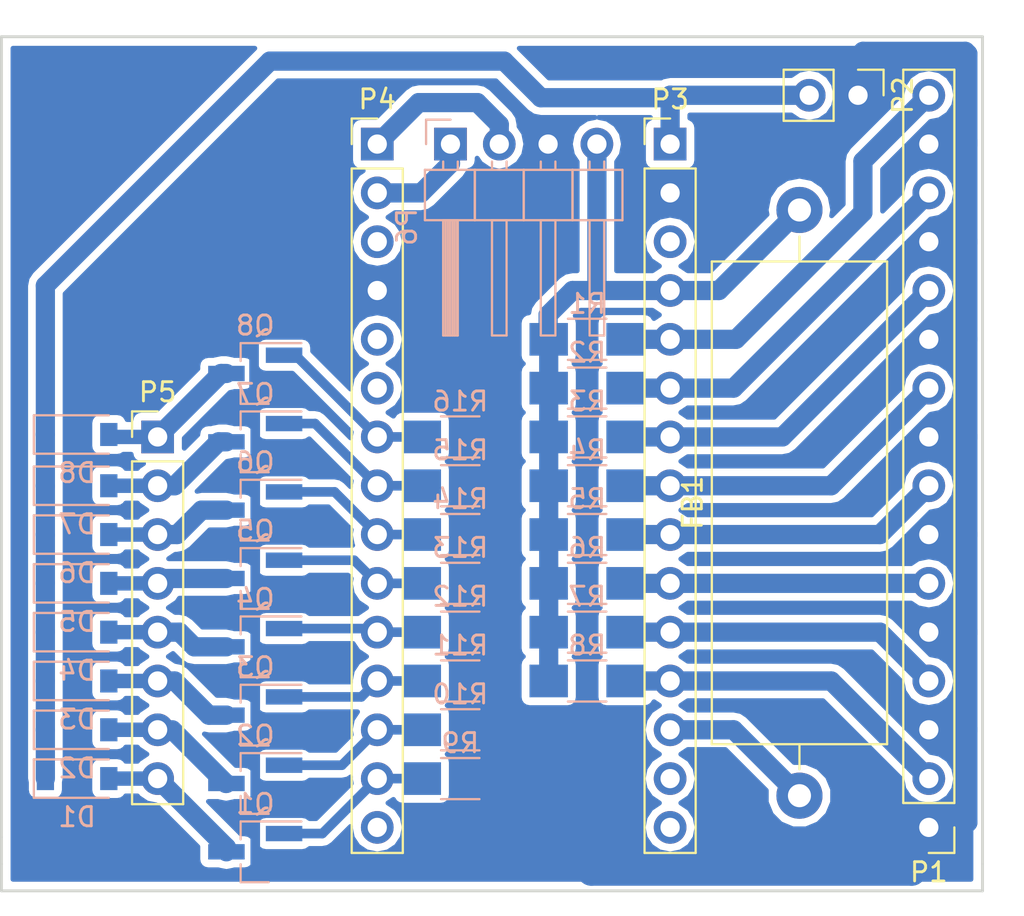
<source format=kicad_pcb>
(kicad_pcb (version 4) (host pcbnew "(2015-12-10 BZR 6367)-product")

  (general
    (links 97)
    (no_connects 0)
    (area 71.806999 85.061666 125.250334 133.015)
    (thickness 1.6)
    (drawings 8)
    (tracks 200)
    (zones 0)
    (modules 39)
    (nets 31)
  )

  (page A4)
  (layers
    (0 F.Cu signal)
    (31 B.Cu signal)
    (32 B.Adhes user)
    (33 F.Adhes user)
    (34 B.Paste user)
    (35 F.Paste user)
    (36 B.SilkS user)
    (37 F.SilkS user)
    (38 B.Mask user)
    (39 F.Mask user)
    (40 Dwgs.User user)
    (41 Cmts.User user)
    (42 Eco1.User user)
    (43 Eco2.User user)
    (44 Edge.Cuts user)
    (45 Margin user)
    (46 B.CrtYd user)
    (47 F.CrtYd user)
    (48 B.Fab user)
    (49 F.Fab user)
  )

  (setup
    (last_trace_width 0.25)
    (user_trace_width 0.25)
    (user_trace_width 0.4)
    (user_trace_width 0.5)
    (user_trace_width 0.75)
    (user_trace_width 1)
    (user_trace_width 1.5)
    (user_trace_width 3)
    (user_trace_width 5)
    (trace_clearance 0.2)
    (zone_clearance 0.4)
    (zone_45_only no)
    (trace_min 0.2)
    (segment_width 0.2)
    (edge_width 0.15)
    (via_size 0.6)
    (via_drill 0.4)
    (via_min_size 0.4)
    (via_min_drill 0.3)
    (uvia_size 0.3)
    (uvia_drill 0.1)
    (uvias_allowed no)
    (uvia_min_size 0.2)
    (uvia_min_drill 0.1)
    (pcb_text_width 0.3)
    (pcb_text_size 1.5 1.5)
    (mod_edge_width 0.15)
    (mod_text_size 1 1)
    (mod_text_width 0.15)
    (pad_size 1.524 1.524)
    (pad_drill 0.762)
    (pad_to_mask_clearance 0.2)
    (aux_axis_origin 0 0)
    (visible_elements FFFFFF7F)
    (pcbplotparams
      (layerselection 0x00030_ffffffff)
      (usegerberextensions false)
      (excludeedgelayer true)
      (linewidth 0.100000)
      (plotframeref false)
      (viasonmask false)
      (mode 1)
      (useauxorigin false)
      (hpglpennumber 1)
      (hpglpenspeed 20)
      (hpglpendiameter 15)
      (hpglpenoverlay 2)
      (psnegative false)
      (psa4output false)
      (plotreference true)
      (plotvalue true)
      (plotinvisibletext false)
      (padsonsilk false)
      (subtractmaskfromsilk false)
      (outputformat 1)
      (mirror false)
      (drillshape 1)
      (scaleselection 1)
      (outputdirectory ""))
  )

  (net 0 "")
  (net 1 +12V)
  (net 2 "Net-(D1-Pad2)")
  (net 3 "Net-(D2-Pad2)")
  (net 4 "Net-(D3-Pad2)")
  (net 5 "Net-(D4-Pad2)")
  (net 6 "Net-(D5-Pad2)")
  (net 7 "Net-(D6-Pad2)")
  (net 8 "Net-(D7-Pad2)")
  (net 9 "Net-(D8-Pad2)")
  (net 10 "Net-(FB1-Pad1)")
  (net 11 +5V)
  (net 12 GND)
  (net 13 "Net-(P1-Pad2)")
  (net 14 "Net-(P1-Pad4)")
  (net 15 "Net-(P1-Pad6)")
  (net 16 "Net-(P1-Pad8)")
  (net 17 "Net-(P1-Pad10)")
  (net 18 "Net-(P1-Pad12)")
  (net 19 "Net-(P1-Pad14)")
  (net 20 "Net-(P1-Pad16)")
  (net 21 "Net-(P4-Pad7)")
  (net 22 "Net-(P4-Pad8)")
  (net 23 "Net-(P4-Pad9)")
  (net 24 "Net-(P4-Pad10)")
  (net 25 "Net-(P4-Pad11)")
  (net 26 "Net-(P4-Pad12)")
  (net 27 "Net-(P4-Pad13)")
  (net 28 "Net-(P4-Pad14)")
  (net 29 "Net-(P4-Pad1)")
  (net 30 "Net-(P4-Pad2)")

  (net_class Default "Это класс цепей по умолчанию."
    (clearance 0.2)
    (trace_width 0.25)
    (via_dia 0.6)
    (via_drill 0.4)
    (uvia_dia 0.3)
    (uvia_drill 0.1)
    (add_net +12V)
    (add_net +5V)
    (add_net GND)
    (add_net "Net-(D1-Pad2)")
    (add_net "Net-(D2-Pad2)")
    (add_net "Net-(D3-Pad2)")
    (add_net "Net-(D4-Pad2)")
    (add_net "Net-(D5-Pad2)")
    (add_net "Net-(D6-Pad2)")
    (add_net "Net-(D7-Pad2)")
    (add_net "Net-(D8-Pad2)")
    (add_net "Net-(FB1-Pad1)")
    (add_net "Net-(P1-Pad10)")
    (add_net "Net-(P1-Pad12)")
    (add_net "Net-(P1-Pad14)")
    (add_net "Net-(P1-Pad16)")
    (add_net "Net-(P1-Pad2)")
    (add_net "Net-(P1-Pad4)")
    (add_net "Net-(P1-Pad6)")
    (add_net "Net-(P1-Pad8)")
    (add_net "Net-(P4-Pad1)")
    (add_net "Net-(P4-Pad10)")
    (add_net "Net-(P4-Pad11)")
    (add_net "Net-(P4-Pad12)")
    (add_net "Net-(P4-Pad13)")
    (add_net "Net-(P4-Pad14)")
    (add_net "Net-(P4-Pad2)")
    (add_net "Net-(P4-Pad7)")
    (add_net "Net-(P4-Pad8)")
    (add_net "Net-(P4-Pad9)")
  )

  (module Resistors_ThroughHole:R_Axial_Power_L25.0mm_W9.0mm_P30.48mm (layer F.Cu) (tedit 5874F706) (tstamp 58F0B2C7)
    (at 210.693 122.555 90)
    (descr "Resistor, Axial_Power series, Axial, Horizontal, pin pitch=30.48mm, 7W, length*diameter=25*9mm^2, http://cdn-reichelt.de/documents/datenblatt/B400/5WAXIAL_9WAXIAL_11WAXIAL_17WAXIAL%23YAG.pdf")
    (tags "Resistor Axial_Power series Axial Horizontal pin pitch 30.48mm 7W length 25mm diameter 9mm")
    (path /58F11B47)
    (fp_text reference FB1 (at 15.24 -5.56 90) (layer F.SilkS)
      (effects (font (size 1 1) (thickness 0.15)))
    )
    (fp_text value FILTER (at 15.24 5.56 90) (layer F.Fab)
      (effects (font (size 1 1) (thickness 0.15)))
    )
    (fp_line (start 2.74 -4.5) (end 2.74 4.5) (layer F.Fab) (width 0.1))
    (fp_line (start 2.74 4.5) (end 27.74 4.5) (layer F.Fab) (width 0.1))
    (fp_line (start 27.74 4.5) (end 27.74 -4.5) (layer F.Fab) (width 0.1))
    (fp_line (start 27.74 -4.5) (end 2.74 -4.5) (layer F.Fab) (width 0.1))
    (fp_line (start 0 0) (end 2.74 0) (layer F.Fab) (width 0.1))
    (fp_line (start 30.48 0) (end 27.74 0) (layer F.Fab) (width 0.1))
    (fp_line (start 2.68 -4.56) (end 2.68 4.56) (layer F.SilkS) (width 0.12))
    (fp_line (start 2.68 4.56) (end 27.8 4.56) (layer F.SilkS) (width 0.12))
    (fp_line (start 27.8 4.56) (end 27.8 -4.56) (layer F.SilkS) (width 0.12))
    (fp_line (start 27.8 -4.56) (end 2.68 -4.56) (layer F.SilkS) (width 0.12))
    (fp_line (start 1.38 0) (end 2.68 0) (layer F.SilkS) (width 0.12))
    (fp_line (start 29.1 0) (end 27.8 0) (layer F.SilkS) (width 0.12))
    (fp_line (start -1.45 -4.85) (end -1.45 4.85) (layer F.CrtYd) (width 0.05))
    (fp_line (start -1.45 4.85) (end 31.95 4.85) (layer F.CrtYd) (width 0.05))
    (fp_line (start 31.95 4.85) (end 31.95 -4.85) (layer F.CrtYd) (width 0.05))
    (fp_line (start 31.95 -4.85) (end -1.45 -4.85) (layer F.CrtYd) (width 0.05))
    (pad 1 thru_hole circle (at 0 0 90) (size 2.4 2.4) (drill 1.2) (layers *.Cu *.Mask)
      (net 10 "Net-(FB1-Pad1)"))
    (pad 2 thru_hole oval (at 30.48 0 90) (size 2.4 2.4) (drill 1.2) (layers *.Cu *.Mask)
      (net 11 +5V))
    (model Resistors_THT.3dshapes/R_Axial_Power_L25.0mm_W9.0mm_P30.48mm.wrl
      (at (xyz 0 0 0))
      (scale (xyz 0.393701 0.393701 0.393701))
      (rotate (xyz 0 0 0))
    )
  )

  (module Pin_Headers:Pin_Header_Straight_1x16_Pitch2.54mm (layer F.Cu) (tedit 58CD4EC2) (tstamp 58F0B2DB)
    (at 217.424 124.206 180)
    (descr "Through hole straight pin header, 1x16, 2.54mm pitch, single row")
    (tags "Through hole pin header THT 1x16 2.54mm single row")
    (path /58E780B6)
    (fp_text reference P1 (at 0 -2.33 180) (layer F.SilkS)
      (effects (font (size 1 1) (thickness 0.15)))
    )
    (fp_text value CONN_01X16 (at 0 40.43 180) (layer F.Fab)
      (effects (font (size 1 1) (thickness 0.15)))
    )
    (fp_line (start -1.27 -1.27) (end -1.27 39.37) (layer F.Fab) (width 0.1))
    (fp_line (start -1.27 39.37) (end 1.27 39.37) (layer F.Fab) (width 0.1))
    (fp_line (start 1.27 39.37) (end 1.27 -1.27) (layer F.Fab) (width 0.1))
    (fp_line (start 1.27 -1.27) (end -1.27 -1.27) (layer F.Fab) (width 0.1))
    (fp_line (start -1.33 1.27) (end -1.33 39.43) (layer F.SilkS) (width 0.12))
    (fp_line (start -1.33 39.43) (end 1.33 39.43) (layer F.SilkS) (width 0.12))
    (fp_line (start 1.33 39.43) (end 1.33 1.27) (layer F.SilkS) (width 0.12))
    (fp_line (start 1.33 1.27) (end -1.33 1.27) (layer F.SilkS) (width 0.12))
    (fp_line (start -1.33 0) (end -1.33 -1.33) (layer F.SilkS) (width 0.12))
    (fp_line (start -1.33 -1.33) (end 0 -1.33) (layer F.SilkS) (width 0.12))
    (fp_line (start -1.8 -1.8) (end -1.8 39.9) (layer F.CrtYd) (width 0.05))
    (fp_line (start -1.8 39.9) (end 1.8 39.9) (layer F.CrtYd) (width 0.05))
    (fp_line (start 1.8 39.9) (end 1.8 -1.8) (layer F.CrtYd) (width 0.05))
    (fp_line (start 1.8 -1.8) (end -1.8 -1.8) (layer F.CrtYd) (width 0.05))
    (fp_text user %R (at 0 -2.33 180) (layer F.Fab)
      (effects (font (size 1 1) (thickness 0.15)))
    )
    (pad 1 thru_hole rect (at 0 0 180) (size 1.7 1.7) (drill 1) (layers *.Cu *.Mask)
      (net 12 GND))
    (pad 2 thru_hole oval (at 0 2.54 180) (size 1.7 1.7) (drill 1) (layers *.Cu *.Mask)
      (net 13 "Net-(P1-Pad2)"))
    (pad 3 thru_hole oval (at 0 5.08 180) (size 1.7 1.7) (drill 1) (layers *.Cu *.Mask)
      (net 12 GND))
    (pad 4 thru_hole oval (at 0 7.62 180) (size 1.7 1.7) (drill 1) (layers *.Cu *.Mask)
      (net 14 "Net-(P1-Pad4)"))
    (pad 5 thru_hole oval (at 0 10.16 180) (size 1.7 1.7) (drill 1) (layers *.Cu *.Mask)
      (net 12 GND))
    (pad 6 thru_hole oval (at 0 12.7 180) (size 1.7 1.7) (drill 1) (layers *.Cu *.Mask)
      (net 15 "Net-(P1-Pad6)"))
    (pad 7 thru_hole oval (at 0 15.24 180) (size 1.7 1.7) (drill 1) (layers *.Cu *.Mask)
      (net 12 GND))
    (pad 8 thru_hole oval (at 0 17.78 180) (size 1.7 1.7) (drill 1) (layers *.Cu *.Mask)
      (net 16 "Net-(P1-Pad8)"))
    (pad 9 thru_hole oval (at 0 20.32 180) (size 1.7 1.7) (drill 1) (layers *.Cu *.Mask)
      (net 12 GND))
    (pad 10 thru_hole oval (at 0 22.86 180) (size 1.7 1.7) (drill 1) (layers *.Cu *.Mask)
      (net 17 "Net-(P1-Pad10)"))
    (pad 11 thru_hole oval (at 0 25.4 180) (size 1.7 1.7) (drill 1) (layers *.Cu *.Mask)
      (net 12 GND))
    (pad 12 thru_hole oval (at 0 27.94 180) (size 1.7 1.7) (drill 1) (layers *.Cu *.Mask)
      (net 18 "Net-(P1-Pad12)"))
    (pad 13 thru_hole oval (at 0 30.48 180) (size 1.7 1.7) (drill 1) (layers *.Cu *.Mask)
      (net 12 GND))
    (pad 14 thru_hole oval (at 0 33.02 180) (size 1.7 1.7) (drill 1) (layers *.Cu *.Mask)
      (net 19 "Net-(P1-Pad14)"))
    (pad 15 thru_hole oval (at 0 35.56 180) (size 1.7 1.7) (drill 1) (layers *.Cu *.Mask)
      (net 12 GND))
    (pad 16 thru_hole oval (at 0 38.1 180) (size 1.7 1.7) (drill 1) (layers *.Cu *.Mask)
      (net 20 "Net-(P1-Pad16)"))
    (model ${KISYS3DMOD}/Pin_Headers.3dshapes/Pin_Header_Straight_1x16_Pitch2.54mm.wrl
      (at (xyz 0 -0.75 0))
      (scale (xyz 1 1 1))
      (rotate (xyz 0 0 90))
    )
  )

  (module Pin_Headers:Pin_Header_Straight_1x02_Pitch2.54mm (layer F.Cu) (tedit 58CD4EC1) (tstamp 58F0B2E1)
    (at 213.741 86.106 270)
    (descr "Through hole straight pin header, 1x02, 2.54mm pitch, single row")
    (tags "Through hole pin header THT 1x02 2.54mm single row")
    (path /58F0D00B)
    (fp_text reference P2 (at 0 -2.33 270) (layer F.SilkS)
      (effects (font (size 1 1) (thickness 0.15)))
    )
    (fp_text value CONN_01X02 (at 0 4.87 270) (layer F.Fab)
      (effects (font (size 1 1) (thickness 0.15)))
    )
    (fp_line (start -1.27 -1.27) (end -1.27 3.81) (layer F.Fab) (width 0.1))
    (fp_line (start -1.27 3.81) (end 1.27 3.81) (layer F.Fab) (width 0.1))
    (fp_line (start 1.27 3.81) (end 1.27 -1.27) (layer F.Fab) (width 0.1))
    (fp_line (start 1.27 -1.27) (end -1.27 -1.27) (layer F.Fab) (width 0.1))
    (fp_line (start -1.33 1.27) (end -1.33 3.87) (layer F.SilkS) (width 0.12))
    (fp_line (start -1.33 3.87) (end 1.33 3.87) (layer F.SilkS) (width 0.12))
    (fp_line (start 1.33 3.87) (end 1.33 1.27) (layer F.SilkS) (width 0.12))
    (fp_line (start 1.33 1.27) (end -1.33 1.27) (layer F.SilkS) (width 0.12))
    (fp_line (start -1.33 0) (end -1.33 -1.33) (layer F.SilkS) (width 0.12))
    (fp_line (start -1.33 -1.33) (end 0 -1.33) (layer F.SilkS) (width 0.12))
    (fp_line (start -1.8 -1.8) (end -1.8 4.35) (layer F.CrtYd) (width 0.05))
    (fp_line (start -1.8 4.35) (end 1.8 4.35) (layer F.CrtYd) (width 0.05))
    (fp_line (start 1.8 4.35) (end 1.8 -1.8) (layer F.CrtYd) (width 0.05))
    (fp_line (start 1.8 -1.8) (end -1.8 -1.8) (layer F.CrtYd) (width 0.05))
    (fp_text user %R (at 0 -2.33 270) (layer F.Fab)
      (effects (font (size 1 1) (thickness 0.15)))
    )
    (pad 1 thru_hole rect (at 0 0 270) (size 1.7 1.7) (drill 1) (layers *.Cu *.Mask)
      (net 12 GND))
    (pad 2 thru_hole oval (at 0 2.54 270) (size 1.7 1.7) (drill 1) (layers *.Cu *.Mask)
      (net 1 +12V))
    (model ${KISYS3DMOD}/Pin_Headers.3dshapes/Pin_Header_Straight_1x02_Pitch2.54mm.wrl
      (at (xyz 0 -0.05 0))
      (scale (xyz 1 1 1))
      (rotate (xyz 0 0 90))
    )
  )

  (module Pin_Headers:Pin_Header_Straight_1x15_Pitch2.54mm (layer F.Cu) (tedit 58CD4EC2) (tstamp 58F0B2F4)
    (at 203.962 88.646)
    (descr "Through hole straight pin header, 1x15, 2.54mm pitch, single row")
    (tags "Through hole pin header THT 1x15 2.54mm single row")
    (path /58F14B33)
    (fp_text reference P3 (at 0 -2.33) (layer F.SilkS)
      (effects (font (size 1 1) (thickness 0.15)))
    )
    (fp_text value CONN_01X15 (at 0 37.89) (layer F.Fab)
      (effects (font (size 1 1) (thickness 0.15)))
    )
    (fp_line (start -1.27 -1.27) (end -1.27 36.83) (layer F.Fab) (width 0.1))
    (fp_line (start -1.27 36.83) (end 1.27 36.83) (layer F.Fab) (width 0.1))
    (fp_line (start 1.27 36.83) (end 1.27 -1.27) (layer F.Fab) (width 0.1))
    (fp_line (start 1.27 -1.27) (end -1.27 -1.27) (layer F.Fab) (width 0.1))
    (fp_line (start -1.33 1.27) (end -1.33 36.89) (layer F.SilkS) (width 0.12))
    (fp_line (start -1.33 36.89) (end 1.33 36.89) (layer F.SilkS) (width 0.12))
    (fp_line (start 1.33 36.89) (end 1.33 1.27) (layer F.SilkS) (width 0.12))
    (fp_line (start 1.33 1.27) (end -1.33 1.27) (layer F.SilkS) (width 0.12))
    (fp_line (start -1.33 0) (end -1.33 -1.33) (layer F.SilkS) (width 0.12))
    (fp_line (start -1.33 -1.33) (end 0 -1.33) (layer F.SilkS) (width 0.12))
    (fp_line (start -1.8 -1.8) (end -1.8 37.35) (layer F.CrtYd) (width 0.05))
    (fp_line (start -1.8 37.35) (end 1.8 37.35) (layer F.CrtYd) (width 0.05))
    (fp_line (start 1.8 37.35) (end 1.8 -1.8) (layer F.CrtYd) (width 0.05))
    (fp_line (start 1.8 -1.8) (end -1.8 -1.8) (layer F.CrtYd) (width 0.05))
    (fp_text user %R (at 0 -2.33) (layer F.Fab)
      (effects (font (size 1 1) (thickness 0.15)))
    )
    (pad 1 thru_hole rect (at 0 0) (size 1.7 1.7) (drill 1) (layers *.Cu *.Mask)
      (net 1 +12V))
    (pad 2 thru_hole oval (at 0 2.54) (size 1.7 1.7) (drill 1) (layers *.Cu *.Mask)
      (net 12 GND))
    (pad 3 thru_hole oval (at 0 5.08) (size 1.7 1.7) (drill 1) (layers *.Cu *.Mask))
    (pad 4 thru_hole oval (at 0 7.62) (size 1.7 1.7) (drill 1) (layers *.Cu *.Mask)
      (net 11 +5V))
    (pad 5 thru_hole oval (at 0 10.16) (size 1.7 1.7) (drill 1) (layers *.Cu *.Mask)
      (net 20 "Net-(P1-Pad16)"))
    (pad 6 thru_hole oval (at 0 12.7) (size 1.7 1.7) (drill 1) (layers *.Cu *.Mask)
      (net 19 "Net-(P1-Pad14)"))
    (pad 7 thru_hole oval (at 0 15.24) (size 1.7 1.7) (drill 1) (layers *.Cu *.Mask)
      (net 18 "Net-(P1-Pad12)"))
    (pad 8 thru_hole oval (at 0 17.78) (size 1.7 1.7) (drill 1) (layers *.Cu *.Mask)
      (net 17 "Net-(P1-Pad10)"))
    (pad 9 thru_hole oval (at 0 20.32) (size 1.7 1.7) (drill 1) (layers *.Cu *.Mask)
      (net 16 "Net-(P1-Pad8)"))
    (pad 10 thru_hole oval (at 0 22.86) (size 1.7 1.7) (drill 1) (layers *.Cu *.Mask)
      (net 15 "Net-(P1-Pad6)"))
    (pad 11 thru_hole oval (at 0 25.4) (size 1.7 1.7) (drill 1) (layers *.Cu *.Mask)
      (net 14 "Net-(P1-Pad4)"))
    (pad 12 thru_hole oval (at 0 27.94) (size 1.7 1.7) (drill 1) (layers *.Cu *.Mask)
      (net 13 "Net-(P1-Pad2)"))
    (pad 13 thru_hole oval (at 0 30.48) (size 1.7 1.7) (drill 1) (layers *.Cu *.Mask)
      (net 10 "Net-(FB1-Pad1)"))
    (pad 14 thru_hole oval (at 0 33.02) (size 1.7 1.7) (drill 1) (layers *.Cu *.Mask))
    (pad 15 thru_hole oval (at 0 35.56) (size 1.7 1.7) (drill 1) (layers *.Cu *.Mask))
    (model ${KISYS3DMOD}/Pin_Headers.3dshapes/Pin_Header_Straight_1x15_Pitch2.54mm.wrl
      (at (xyz 0 -0.7 0))
      (scale (xyz 1 1 1))
      (rotate (xyz 0 0 90))
    )
  )

  (module Pin_Headers:Pin_Header_Straight_1x15_Pitch2.54mm (layer F.Cu) (tedit 58CD4EC2) (tstamp 58F0B307)
    (at 188.722 88.646)
    (descr "Through hole straight pin header, 1x15, 2.54mm pitch, single row")
    (tags "Through hole pin header THT 1x15 2.54mm single row")
    (path /58F11838)
    (fp_text reference P4 (at 0 -2.33) (layer F.SilkS)
      (effects (font (size 1 1) (thickness 0.15)))
    )
    (fp_text value CONN_01X15 (at 0 37.89) (layer F.Fab)
      (effects (font (size 1 1) (thickness 0.15)))
    )
    (fp_line (start -1.27 -1.27) (end -1.27 36.83) (layer F.Fab) (width 0.1))
    (fp_line (start -1.27 36.83) (end 1.27 36.83) (layer F.Fab) (width 0.1))
    (fp_line (start 1.27 36.83) (end 1.27 -1.27) (layer F.Fab) (width 0.1))
    (fp_line (start 1.27 -1.27) (end -1.27 -1.27) (layer F.Fab) (width 0.1))
    (fp_line (start -1.33 1.27) (end -1.33 36.89) (layer F.SilkS) (width 0.12))
    (fp_line (start -1.33 36.89) (end 1.33 36.89) (layer F.SilkS) (width 0.12))
    (fp_line (start 1.33 36.89) (end 1.33 1.27) (layer F.SilkS) (width 0.12))
    (fp_line (start 1.33 1.27) (end -1.33 1.27) (layer F.SilkS) (width 0.12))
    (fp_line (start -1.33 0) (end -1.33 -1.33) (layer F.SilkS) (width 0.12))
    (fp_line (start -1.33 -1.33) (end 0 -1.33) (layer F.SilkS) (width 0.12))
    (fp_line (start -1.8 -1.8) (end -1.8 37.35) (layer F.CrtYd) (width 0.05))
    (fp_line (start -1.8 37.35) (end 1.8 37.35) (layer F.CrtYd) (width 0.05))
    (fp_line (start 1.8 37.35) (end 1.8 -1.8) (layer F.CrtYd) (width 0.05))
    (fp_line (start 1.8 -1.8) (end -1.8 -1.8) (layer F.CrtYd) (width 0.05))
    (fp_text user %R (at 0 -2.33) (layer F.Fab)
      (effects (font (size 1 1) (thickness 0.15)))
    )
    (pad 1 thru_hole rect (at 0 0) (size 1.7 1.7) (drill 1) (layers *.Cu *.Mask)
      (net 29 "Net-(P4-Pad1)"))
    (pad 2 thru_hole oval (at 0 2.54) (size 1.7 1.7) (drill 1) (layers *.Cu *.Mask)
      (net 30 "Net-(P4-Pad2)"))
    (pad 3 thru_hole oval (at 0 5.08) (size 1.7 1.7) (drill 1) (layers *.Cu *.Mask))
    (pad 4 thru_hole oval (at 0 7.62) (size 1.7 1.7) (drill 1) (layers *.Cu *.Mask)
      (net 12 GND))
    (pad 5 thru_hole oval (at 0 10.16) (size 1.7 1.7) (drill 1) (layers *.Cu *.Mask))
    (pad 6 thru_hole oval (at 0 12.7) (size 1.7 1.7) (drill 1) (layers *.Cu *.Mask))
    (pad 7 thru_hole oval (at 0 15.24) (size 1.7 1.7) (drill 1) (layers *.Cu *.Mask)
      (net 21 "Net-(P4-Pad7)"))
    (pad 8 thru_hole oval (at 0 17.78) (size 1.7 1.7) (drill 1) (layers *.Cu *.Mask)
      (net 22 "Net-(P4-Pad8)"))
    (pad 9 thru_hole oval (at 0 20.32) (size 1.7 1.7) (drill 1) (layers *.Cu *.Mask)
      (net 23 "Net-(P4-Pad9)"))
    (pad 10 thru_hole oval (at 0 22.86) (size 1.7 1.7) (drill 1) (layers *.Cu *.Mask)
      (net 24 "Net-(P4-Pad10)"))
    (pad 11 thru_hole oval (at 0 25.4) (size 1.7 1.7) (drill 1) (layers *.Cu *.Mask)
      (net 25 "Net-(P4-Pad11)"))
    (pad 12 thru_hole oval (at 0 27.94) (size 1.7 1.7) (drill 1) (layers *.Cu *.Mask)
      (net 26 "Net-(P4-Pad12)"))
    (pad 13 thru_hole oval (at 0 30.48) (size 1.7 1.7) (drill 1) (layers *.Cu *.Mask)
      (net 27 "Net-(P4-Pad13)"))
    (pad 14 thru_hole oval (at 0 33.02) (size 1.7 1.7) (drill 1) (layers *.Cu *.Mask)
      (net 28 "Net-(P4-Pad14)"))
    (pad 15 thru_hole oval (at 0 35.56) (size 1.7 1.7) (drill 1) (layers *.Cu *.Mask))
    (model ${KISYS3DMOD}/Pin_Headers.3dshapes/Pin_Header_Straight_1x15_Pitch2.54mm.wrl
      (at (xyz 0 -0.7 0))
      (scale (xyz 1 1 1))
      (rotate (xyz 0 0 90))
    )
  )

  (module Pin_Headers:Pin_Header_Straight_1x08_Pitch2.54mm (layer F.Cu) (tedit 58CD4EC1) (tstamp 58F0B313)
    (at 177.292 103.886)
    (descr "Through hole straight pin header, 1x08, 2.54mm pitch, single row")
    (tags "Through hole pin header THT 1x08 2.54mm single row")
    (path /58E7FF81)
    (fp_text reference P5 (at 0 -2.33) (layer F.SilkS)
      (effects (font (size 1 1) (thickness 0.15)))
    )
    (fp_text value CONN_01X08 (at 0 20.11) (layer F.Fab)
      (effects (font (size 1 1) (thickness 0.15)))
    )
    (fp_line (start -1.27 -1.27) (end -1.27 19.05) (layer F.Fab) (width 0.1))
    (fp_line (start -1.27 19.05) (end 1.27 19.05) (layer F.Fab) (width 0.1))
    (fp_line (start 1.27 19.05) (end 1.27 -1.27) (layer F.Fab) (width 0.1))
    (fp_line (start 1.27 -1.27) (end -1.27 -1.27) (layer F.Fab) (width 0.1))
    (fp_line (start -1.33 1.27) (end -1.33 19.11) (layer F.SilkS) (width 0.12))
    (fp_line (start -1.33 19.11) (end 1.33 19.11) (layer F.SilkS) (width 0.12))
    (fp_line (start 1.33 19.11) (end 1.33 1.27) (layer F.SilkS) (width 0.12))
    (fp_line (start 1.33 1.27) (end -1.33 1.27) (layer F.SilkS) (width 0.12))
    (fp_line (start -1.33 0) (end -1.33 -1.33) (layer F.SilkS) (width 0.12))
    (fp_line (start -1.33 -1.33) (end 0 -1.33) (layer F.SilkS) (width 0.12))
    (fp_line (start -1.8 -1.8) (end -1.8 19.55) (layer F.CrtYd) (width 0.05))
    (fp_line (start -1.8 19.55) (end 1.8 19.55) (layer F.CrtYd) (width 0.05))
    (fp_line (start 1.8 19.55) (end 1.8 -1.8) (layer F.CrtYd) (width 0.05))
    (fp_line (start 1.8 -1.8) (end -1.8 -1.8) (layer F.CrtYd) (width 0.05))
    (fp_text user %R (at 0 -2.33) (layer F.Fab)
      (effects (font (size 1 1) (thickness 0.15)))
    )
    (pad 1 thru_hole rect (at 0 0) (size 1.7 1.7) (drill 1) (layers *.Cu *.Mask)
      (net 9 "Net-(D8-Pad2)"))
    (pad 2 thru_hole oval (at 0 2.54) (size 1.7 1.7) (drill 1) (layers *.Cu *.Mask)
      (net 8 "Net-(D7-Pad2)"))
    (pad 3 thru_hole oval (at 0 5.08) (size 1.7 1.7) (drill 1) (layers *.Cu *.Mask)
      (net 7 "Net-(D6-Pad2)"))
    (pad 4 thru_hole oval (at 0 7.62) (size 1.7 1.7) (drill 1) (layers *.Cu *.Mask)
      (net 6 "Net-(D5-Pad2)"))
    (pad 5 thru_hole oval (at 0 10.16) (size 1.7 1.7) (drill 1) (layers *.Cu *.Mask)
      (net 5 "Net-(D4-Pad2)"))
    (pad 6 thru_hole oval (at 0 12.7) (size 1.7 1.7) (drill 1) (layers *.Cu *.Mask)
      (net 4 "Net-(D3-Pad2)"))
    (pad 7 thru_hole oval (at 0 15.24) (size 1.7 1.7) (drill 1) (layers *.Cu *.Mask)
      (net 3 "Net-(D2-Pad2)"))
    (pad 8 thru_hole oval (at 0 17.78) (size 1.7 1.7) (drill 1) (layers *.Cu *.Mask)
      (net 2 "Net-(D1-Pad2)"))
    (model ${KISYS3DMOD}/Pin_Headers.3dshapes/Pin_Header_Straight_1x08_Pitch2.54mm.wrl
      (at (xyz 0 -0.35 0))
      (scale (xyz 1 1 1))
      (rotate (xyz 0 0 90))
    )
  )

  (module TO_SOT_Packages_SMD:SOT-23_Handsoldering (layer B.Cu) (tedit 58CE4E7E) (tstamp 58F0B31A)
    (at 182.372 125.476 180)
    (descr "SOT-23, Handsoldering")
    (tags SOT-23)
    (path /58E790BE)
    (attr smd)
    (fp_text reference Q1 (at 0 2.5 180) (layer B.SilkS)
      (effects (font (size 1 1) (thickness 0.15)) (justify mirror))
    )
    (fp_text value IRLML2502 (at 0 -2.5 180) (layer B.Fab)
      (effects (font (size 1 1) (thickness 0.15)) (justify mirror))
    )
    (fp_text user %R (at 0 0 180) (layer B.Fab)
      (effects (font (size 0.5 0.5) (thickness 0.075)) (justify mirror))
    )
    (fp_line (start 0.76 -1.58) (end 0.76 -0.65) (layer B.SilkS) (width 0.12))
    (fp_line (start 0.76 1.58) (end 0.76 0.65) (layer B.SilkS) (width 0.12))
    (fp_line (start -2.7 1.75) (end 2.7 1.75) (layer B.CrtYd) (width 0.05))
    (fp_line (start 2.7 1.75) (end 2.7 -1.75) (layer B.CrtYd) (width 0.05))
    (fp_line (start 2.7 -1.75) (end -2.7 -1.75) (layer B.CrtYd) (width 0.05))
    (fp_line (start -2.7 -1.75) (end -2.7 1.75) (layer B.CrtYd) (width 0.05))
    (fp_line (start 0.76 1.58) (end -2.4 1.58) (layer B.SilkS) (width 0.12))
    (fp_line (start -0.7 0.95) (end -0.7 -1.5) (layer B.Fab) (width 0.1))
    (fp_line (start -0.15 1.52) (end 0.7 1.52) (layer B.Fab) (width 0.1))
    (fp_line (start -0.7 0.95) (end -0.15 1.52) (layer B.Fab) (width 0.1))
    (fp_line (start 0.7 1.52) (end 0.7 -1.52) (layer B.Fab) (width 0.1))
    (fp_line (start -0.7 -1.52) (end 0.7 -1.52) (layer B.Fab) (width 0.1))
    (fp_line (start 0.76 -1.58) (end -0.7 -1.58) (layer B.SilkS) (width 0.12))
    (pad 1 smd rect (at -1.5 0.95 180) (size 1.9 0.8) (layers B.Cu B.Paste B.Mask)
      (net 28 "Net-(P4-Pad14)"))
    (pad 2 smd rect (at -1.5 -0.95 180) (size 1.9 0.8) (layers B.Cu B.Paste B.Mask)
      (net 12 GND))
    (pad 3 smd rect (at 1.5 0 180) (size 1.9 0.8) (layers B.Cu B.Paste B.Mask)
      (net 2 "Net-(D1-Pad2)"))
    (model ${KISYS3DMOD}/TO_SOT_Packages_SMD.3dshapes\SOT-23.wrl
      (at (xyz 0 0 0))
      (scale (xyz 1 1 1))
      (rotate (xyz 0 0 0))
    )
  )

  (module TO_SOT_Packages_SMD:SOT-23_Handsoldering (layer B.Cu) (tedit 58CE4E7E) (tstamp 58F0B321)
    (at 182.372 121.92 180)
    (descr "SOT-23, Handsoldering")
    (tags SOT-23)
    (path /58E7A2EA)
    (attr smd)
    (fp_text reference Q2 (at 0 2.5 180) (layer B.SilkS)
      (effects (font (size 1 1) (thickness 0.15)) (justify mirror))
    )
    (fp_text value IRLML2502 (at 0 -2.5 180) (layer B.Fab)
      (effects (font (size 1 1) (thickness 0.15)) (justify mirror))
    )
    (fp_text user %R (at 0 0 180) (layer B.Fab)
      (effects (font (size 0.5 0.5) (thickness 0.075)) (justify mirror))
    )
    (fp_line (start 0.76 -1.58) (end 0.76 -0.65) (layer B.SilkS) (width 0.12))
    (fp_line (start 0.76 1.58) (end 0.76 0.65) (layer B.SilkS) (width 0.12))
    (fp_line (start -2.7 1.75) (end 2.7 1.75) (layer B.CrtYd) (width 0.05))
    (fp_line (start 2.7 1.75) (end 2.7 -1.75) (layer B.CrtYd) (width 0.05))
    (fp_line (start 2.7 -1.75) (end -2.7 -1.75) (layer B.CrtYd) (width 0.05))
    (fp_line (start -2.7 -1.75) (end -2.7 1.75) (layer B.CrtYd) (width 0.05))
    (fp_line (start 0.76 1.58) (end -2.4 1.58) (layer B.SilkS) (width 0.12))
    (fp_line (start -0.7 0.95) (end -0.7 -1.5) (layer B.Fab) (width 0.1))
    (fp_line (start -0.15 1.52) (end 0.7 1.52) (layer B.Fab) (width 0.1))
    (fp_line (start -0.7 0.95) (end -0.15 1.52) (layer B.Fab) (width 0.1))
    (fp_line (start 0.7 1.52) (end 0.7 -1.52) (layer B.Fab) (width 0.1))
    (fp_line (start -0.7 -1.52) (end 0.7 -1.52) (layer B.Fab) (width 0.1))
    (fp_line (start 0.76 -1.58) (end -0.7 -1.58) (layer B.SilkS) (width 0.12))
    (pad 1 smd rect (at -1.5 0.95 180) (size 1.9 0.8) (layers B.Cu B.Paste B.Mask)
      (net 27 "Net-(P4-Pad13)"))
    (pad 2 smd rect (at -1.5 -0.95 180) (size 1.9 0.8) (layers B.Cu B.Paste B.Mask)
      (net 12 GND))
    (pad 3 smd rect (at 1.5 0 180) (size 1.9 0.8) (layers B.Cu B.Paste B.Mask)
      (net 3 "Net-(D2-Pad2)"))
    (model ${KISYS3DMOD}/TO_SOT_Packages_SMD.3dshapes\SOT-23.wrl
      (at (xyz 0 0 0))
      (scale (xyz 1 1 1))
      (rotate (xyz 0 0 0))
    )
  )

  (module TO_SOT_Packages_SMD:SOT-23_Handsoldering (layer B.Cu) (tedit 58CE4E7E) (tstamp 58F0B328)
    (at 182.372 118.364 180)
    (descr "SOT-23, Handsoldering")
    (tags SOT-23)
    (path /58E7A3FE)
    (attr smd)
    (fp_text reference Q3 (at 0 2.5 180) (layer B.SilkS)
      (effects (font (size 1 1) (thickness 0.15)) (justify mirror))
    )
    (fp_text value IRLML2502 (at 0 -2.5 180) (layer B.Fab)
      (effects (font (size 1 1) (thickness 0.15)) (justify mirror))
    )
    (fp_text user %R (at 0 0 180) (layer B.Fab)
      (effects (font (size 0.5 0.5) (thickness 0.075)) (justify mirror))
    )
    (fp_line (start 0.76 -1.58) (end 0.76 -0.65) (layer B.SilkS) (width 0.12))
    (fp_line (start 0.76 1.58) (end 0.76 0.65) (layer B.SilkS) (width 0.12))
    (fp_line (start -2.7 1.75) (end 2.7 1.75) (layer B.CrtYd) (width 0.05))
    (fp_line (start 2.7 1.75) (end 2.7 -1.75) (layer B.CrtYd) (width 0.05))
    (fp_line (start 2.7 -1.75) (end -2.7 -1.75) (layer B.CrtYd) (width 0.05))
    (fp_line (start -2.7 -1.75) (end -2.7 1.75) (layer B.CrtYd) (width 0.05))
    (fp_line (start 0.76 1.58) (end -2.4 1.58) (layer B.SilkS) (width 0.12))
    (fp_line (start -0.7 0.95) (end -0.7 -1.5) (layer B.Fab) (width 0.1))
    (fp_line (start -0.15 1.52) (end 0.7 1.52) (layer B.Fab) (width 0.1))
    (fp_line (start -0.7 0.95) (end -0.15 1.52) (layer B.Fab) (width 0.1))
    (fp_line (start 0.7 1.52) (end 0.7 -1.52) (layer B.Fab) (width 0.1))
    (fp_line (start -0.7 -1.52) (end 0.7 -1.52) (layer B.Fab) (width 0.1))
    (fp_line (start 0.76 -1.58) (end -0.7 -1.58) (layer B.SilkS) (width 0.12))
    (pad 1 smd rect (at -1.5 0.95 180) (size 1.9 0.8) (layers B.Cu B.Paste B.Mask)
      (net 26 "Net-(P4-Pad12)"))
    (pad 2 smd rect (at -1.5 -0.95 180) (size 1.9 0.8) (layers B.Cu B.Paste B.Mask)
      (net 12 GND))
    (pad 3 smd rect (at 1.5 0 180) (size 1.9 0.8) (layers B.Cu B.Paste B.Mask)
      (net 4 "Net-(D3-Pad2)"))
    (model ${KISYS3DMOD}/TO_SOT_Packages_SMD.3dshapes\SOT-23.wrl
      (at (xyz 0 0 0))
      (scale (xyz 1 1 1))
      (rotate (xyz 0 0 0))
    )
  )

  (module TO_SOT_Packages_SMD:SOT-23_Handsoldering (layer B.Cu) (tedit 58CE4E7E) (tstamp 58F0B32F)
    (at 182.372 114.808 180)
    (descr "SOT-23, Handsoldering")
    (tags SOT-23)
    (path /58E7A548)
    (attr smd)
    (fp_text reference Q4 (at 0 2.5 180) (layer B.SilkS)
      (effects (font (size 1 1) (thickness 0.15)) (justify mirror))
    )
    (fp_text value IRLML2502 (at 0 -2.5 180) (layer B.Fab)
      (effects (font (size 1 1) (thickness 0.15)) (justify mirror))
    )
    (fp_text user %R (at 0 0 180) (layer B.Fab)
      (effects (font (size 0.5 0.5) (thickness 0.075)) (justify mirror))
    )
    (fp_line (start 0.76 -1.58) (end 0.76 -0.65) (layer B.SilkS) (width 0.12))
    (fp_line (start 0.76 1.58) (end 0.76 0.65) (layer B.SilkS) (width 0.12))
    (fp_line (start -2.7 1.75) (end 2.7 1.75) (layer B.CrtYd) (width 0.05))
    (fp_line (start 2.7 1.75) (end 2.7 -1.75) (layer B.CrtYd) (width 0.05))
    (fp_line (start 2.7 -1.75) (end -2.7 -1.75) (layer B.CrtYd) (width 0.05))
    (fp_line (start -2.7 -1.75) (end -2.7 1.75) (layer B.CrtYd) (width 0.05))
    (fp_line (start 0.76 1.58) (end -2.4 1.58) (layer B.SilkS) (width 0.12))
    (fp_line (start -0.7 0.95) (end -0.7 -1.5) (layer B.Fab) (width 0.1))
    (fp_line (start -0.15 1.52) (end 0.7 1.52) (layer B.Fab) (width 0.1))
    (fp_line (start -0.7 0.95) (end -0.15 1.52) (layer B.Fab) (width 0.1))
    (fp_line (start 0.7 1.52) (end 0.7 -1.52) (layer B.Fab) (width 0.1))
    (fp_line (start -0.7 -1.52) (end 0.7 -1.52) (layer B.Fab) (width 0.1))
    (fp_line (start 0.76 -1.58) (end -0.7 -1.58) (layer B.SilkS) (width 0.12))
    (pad 1 smd rect (at -1.5 0.95 180) (size 1.9 0.8) (layers B.Cu B.Paste B.Mask)
      (net 25 "Net-(P4-Pad11)"))
    (pad 2 smd rect (at -1.5 -0.95 180) (size 1.9 0.8) (layers B.Cu B.Paste B.Mask)
      (net 12 GND))
    (pad 3 smd rect (at 1.5 0 180) (size 1.9 0.8) (layers B.Cu B.Paste B.Mask)
      (net 5 "Net-(D4-Pad2)"))
    (model ${KISYS3DMOD}/TO_SOT_Packages_SMD.3dshapes\SOT-23.wrl
      (at (xyz 0 0 0))
      (scale (xyz 1 1 1))
      (rotate (xyz 0 0 0))
    )
  )

  (module TO_SOT_Packages_SMD:SOT-23_Handsoldering (layer B.Cu) (tedit 58CE4E7E) (tstamp 58F0B336)
    (at 182.372 111.252 180)
    (descr "SOT-23, Handsoldering")
    (tags SOT-23)
    (path /58E7A62C)
    (attr smd)
    (fp_text reference Q5 (at 0 2.5 180) (layer B.SilkS)
      (effects (font (size 1 1) (thickness 0.15)) (justify mirror))
    )
    (fp_text value IRLML2502 (at 0 -2.5 180) (layer B.Fab)
      (effects (font (size 1 1) (thickness 0.15)) (justify mirror))
    )
    (fp_text user %R (at 0 0 180) (layer B.Fab)
      (effects (font (size 0.5 0.5) (thickness 0.075)) (justify mirror))
    )
    (fp_line (start 0.76 -1.58) (end 0.76 -0.65) (layer B.SilkS) (width 0.12))
    (fp_line (start 0.76 1.58) (end 0.76 0.65) (layer B.SilkS) (width 0.12))
    (fp_line (start -2.7 1.75) (end 2.7 1.75) (layer B.CrtYd) (width 0.05))
    (fp_line (start 2.7 1.75) (end 2.7 -1.75) (layer B.CrtYd) (width 0.05))
    (fp_line (start 2.7 -1.75) (end -2.7 -1.75) (layer B.CrtYd) (width 0.05))
    (fp_line (start -2.7 -1.75) (end -2.7 1.75) (layer B.CrtYd) (width 0.05))
    (fp_line (start 0.76 1.58) (end -2.4 1.58) (layer B.SilkS) (width 0.12))
    (fp_line (start -0.7 0.95) (end -0.7 -1.5) (layer B.Fab) (width 0.1))
    (fp_line (start -0.15 1.52) (end 0.7 1.52) (layer B.Fab) (width 0.1))
    (fp_line (start -0.7 0.95) (end -0.15 1.52) (layer B.Fab) (width 0.1))
    (fp_line (start 0.7 1.52) (end 0.7 -1.52) (layer B.Fab) (width 0.1))
    (fp_line (start -0.7 -1.52) (end 0.7 -1.52) (layer B.Fab) (width 0.1))
    (fp_line (start 0.76 -1.58) (end -0.7 -1.58) (layer B.SilkS) (width 0.12))
    (pad 1 smd rect (at -1.5 0.95 180) (size 1.9 0.8) (layers B.Cu B.Paste B.Mask)
      (net 24 "Net-(P4-Pad10)"))
    (pad 2 smd rect (at -1.5 -0.95 180) (size 1.9 0.8) (layers B.Cu B.Paste B.Mask)
      (net 12 GND))
    (pad 3 smd rect (at 1.5 0 180) (size 1.9 0.8) (layers B.Cu B.Paste B.Mask)
      (net 6 "Net-(D5-Pad2)"))
    (model ${KISYS3DMOD}/TO_SOT_Packages_SMD.3dshapes\SOT-23.wrl
      (at (xyz 0 0 0))
      (scale (xyz 1 1 1))
      (rotate (xyz 0 0 0))
    )
  )

  (module TO_SOT_Packages_SMD:SOT-23_Handsoldering (layer B.Cu) (tedit 58CE4E7E) (tstamp 58F0B33D)
    (at 182.372 107.696 180)
    (descr "SOT-23, Handsoldering")
    (tags SOT-23)
    (path /58E7A762)
    (attr smd)
    (fp_text reference Q6 (at 0 2.5 180) (layer B.SilkS)
      (effects (font (size 1 1) (thickness 0.15)) (justify mirror))
    )
    (fp_text value IRLML2502 (at 0 -2.5 180) (layer B.Fab)
      (effects (font (size 1 1) (thickness 0.15)) (justify mirror))
    )
    (fp_text user %R (at 0 0 180) (layer B.Fab)
      (effects (font (size 0.5 0.5) (thickness 0.075)) (justify mirror))
    )
    (fp_line (start 0.76 -1.58) (end 0.76 -0.65) (layer B.SilkS) (width 0.12))
    (fp_line (start 0.76 1.58) (end 0.76 0.65) (layer B.SilkS) (width 0.12))
    (fp_line (start -2.7 1.75) (end 2.7 1.75) (layer B.CrtYd) (width 0.05))
    (fp_line (start 2.7 1.75) (end 2.7 -1.75) (layer B.CrtYd) (width 0.05))
    (fp_line (start 2.7 -1.75) (end -2.7 -1.75) (layer B.CrtYd) (width 0.05))
    (fp_line (start -2.7 -1.75) (end -2.7 1.75) (layer B.CrtYd) (width 0.05))
    (fp_line (start 0.76 1.58) (end -2.4 1.58) (layer B.SilkS) (width 0.12))
    (fp_line (start -0.7 0.95) (end -0.7 -1.5) (layer B.Fab) (width 0.1))
    (fp_line (start -0.15 1.52) (end 0.7 1.52) (layer B.Fab) (width 0.1))
    (fp_line (start -0.7 0.95) (end -0.15 1.52) (layer B.Fab) (width 0.1))
    (fp_line (start 0.7 1.52) (end 0.7 -1.52) (layer B.Fab) (width 0.1))
    (fp_line (start -0.7 -1.52) (end 0.7 -1.52) (layer B.Fab) (width 0.1))
    (fp_line (start 0.76 -1.58) (end -0.7 -1.58) (layer B.SilkS) (width 0.12))
    (pad 1 smd rect (at -1.5 0.95 180) (size 1.9 0.8) (layers B.Cu B.Paste B.Mask)
      (net 23 "Net-(P4-Pad9)"))
    (pad 2 smd rect (at -1.5 -0.95 180) (size 1.9 0.8) (layers B.Cu B.Paste B.Mask)
      (net 12 GND))
    (pad 3 smd rect (at 1.5 0 180) (size 1.9 0.8) (layers B.Cu B.Paste B.Mask)
      (net 7 "Net-(D6-Pad2)"))
    (model ${KISYS3DMOD}/TO_SOT_Packages_SMD.3dshapes\SOT-23.wrl
      (at (xyz 0 0 0))
      (scale (xyz 1 1 1))
      (rotate (xyz 0 0 0))
    )
  )

  (module TO_SOT_Packages_SMD:SOT-23_Handsoldering (layer B.Cu) (tedit 58CE4E7E) (tstamp 58F0B344)
    (at 182.372 104.14 180)
    (descr "SOT-23, Handsoldering")
    (tags SOT-23)
    (path /58E7A88C)
    (attr smd)
    (fp_text reference Q7 (at 0 2.5 180) (layer B.SilkS)
      (effects (font (size 1 1) (thickness 0.15)) (justify mirror))
    )
    (fp_text value IRLML2502 (at 0 -2.5 180) (layer B.Fab)
      (effects (font (size 1 1) (thickness 0.15)) (justify mirror))
    )
    (fp_text user %R (at 0 0 180) (layer B.Fab)
      (effects (font (size 0.5 0.5) (thickness 0.075)) (justify mirror))
    )
    (fp_line (start 0.76 -1.58) (end 0.76 -0.65) (layer B.SilkS) (width 0.12))
    (fp_line (start 0.76 1.58) (end 0.76 0.65) (layer B.SilkS) (width 0.12))
    (fp_line (start -2.7 1.75) (end 2.7 1.75) (layer B.CrtYd) (width 0.05))
    (fp_line (start 2.7 1.75) (end 2.7 -1.75) (layer B.CrtYd) (width 0.05))
    (fp_line (start 2.7 -1.75) (end -2.7 -1.75) (layer B.CrtYd) (width 0.05))
    (fp_line (start -2.7 -1.75) (end -2.7 1.75) (layer B.CrtYd) (width 0.05))
    (fp_line (start 0.76 1.58) (end -2.4 1.58) (layer B.SilkS) (width 0.12))
    (fp_line (start -0.7 0.95) (end -0.7 -1.5) (layer B.Fab) (width 0.1))
    (fp_line (start -0.15 1.52) (end 0.7 1.52) (layer B.Fab) (width 0.1))
    (fp_line (start -0.7 0.95) (end -0.15 1.52) (layer B.Fab) (width 0.1))
    (fp_line (start 0.7 1.52) (end 0.7 -1.52) (layer B.Fab) (width 0.1))
    (fp_line (start -0.7 -1.52) (end 0.7 -1.52) (layer B.Fab) (width 0.1))
    (fp_line (start 0.76 -1.58) (end -0.7 -1.58) (layer B.SilkS) (width 0.12))
    (pad 1 smd rect (at -1.5 0.95 180) (size 1.9 0.8) (layers B.Cu B.Paste B.Mask)
      (net 22 "Net-(P4-Pad8)"))
    (pad 2 smd rect (at -1.5 -0.95 180) (size 1.9 0.8) (layers B.Cu B.Paste B.Mask)
      (net 12 GND))
    (pad 3 smd rect (at 1.5 0 180) (size 1.9 0.8) (layers B.Cu B.Paste B.Mask)
      (net 8 "Net-(D7-Pad2)"))
    (model ${KISYS3DMOD}/TO_SOT_Packages_SMD.3dshapes\SOT-23.wrl
      (at (xyz 0 0 0))
      (scale (xyz 1 1 1))
      (rotate (xyz 0 0 0))
    )
  )

  (module TO_SOT_Packages_SMD:SOT-23_Handsoldering (layer B.Cu) (tedit 58CE4E7E) (tstamp 58F0B34B)
    (at 182.372 100.584 180)
    (descr "SOT-23, Handsoldering")
    (tags SOT-23)
    (path /58E7AA42)
    (attr smd)
    (fp_text reference Q8 (at 0 2.5 180) (layer B.SilkS)
      (effects (font (size 1 1) (thickness 0.15)) (justify mirror))
    )
    (fp_text value IRLML2502 (at 0 -2.5 180) (layer B.Fab)
      (effects (font (size 1 1) (thickness 0.15)) (justify mirror))
    )
    (fp_text user %R (at 0 0 180) (layer B.Fab)
      (effects (font (size 0.5 0.5) (thickness 0.075)) (justify mirror))
    )
    (fp_line (start 0.76 -1.58) (end 0.76 -0.65) (layer B.SilkS) (width 0.12))
    (fp_line (start 0.76 1.58) (end 0.76 0.65) (layer B.SilkS) (width 0.12))
    (fp_line (start -2.7 1.75) (end 2.7 1.75) (layer B.CrtYd) (width 0.05))
    (fp_line (start 2.7 1.75) (end 2.7 -1.75) (layer B.CrtYd) (width 0.05))
    (fp_line (start 2.7 -1.75) (end -2.7 -1.75) (layer B.CrtYd) (width 0.05))
    (fp_line (start -2.7 -1.75) (end -2.7 1.75) (layer B.CrtYd) (width 0.05))
    (fp_line (start 0.76 1.58) (end -2.4 1.58) (layer B.SilkS) (width 0.12))
    (fp_line (start -0.7 0.95) (end -0.7 -1.5) (layer B.Fab) (width 0.1))
    (fp_line (start -0.15 1.52) (end 0.7 1.52) (layer B.Fab) (width 0.1))
    (fp_line (start -0.7 0.95) (end -0.15 1.52) (layer B.Fab) (width 0.1))
    (fp_line (start 0.7 1.52) (end 0.7 -1.52) (layer B.Fab) (width 0.1))
    (fp_line (start -0.7 -1.52) (end 0.7 -1.52) (layer B.Fab) (width 0.1))
    (fp_line (start 0.76 -1.58) (end -0.7 -1.58) (layer B.SilkS) (width 0.12))
    (pad 1 smd rect (at -1.5 0.95 180) (size 1.9 0.8) (layers B.Cu B.Paste B.Mask)
      (net 21 "Net-(P4-Pad7)"))
    (pad 2 smd rect (at -1.5 -0.95 180) (size 1.9 0.8) (layers B.Cu B.Paste B.Mask)
      (net 12 GND))
    (pad 3 smd rect (at 1.5 0 180) (size 1.9 0.8) (layers B.Cu B.Paste B.Mask)
      (net 9 "Net-(D8-Pad2)"))
    (model ${KISYS3DMOD}/TO_SOT_Packages_SMD.3dshapes\SOT-23.wrl
      (at (xyz 0 0 0))
      (scale (xyz 1 1 1))
      (rotate (xyz 0 0 0))
    )
  )

  (module Resistors_SMD:R_1206_HandSoldering (layer B.Cu) (tedit 58E0A804) (tstamp 58F0B351)
    (at 199.644 98.806 180)
    (descr "Resistor SMD 1206, hand soldering")
    (tags "resistor 1206")
    (path /58E77BBC)
    (attr smd)
    (fp_text reference R1 (at 0 1.85 180) (layer B.SilkS)
      (effects (font (size 1 1) (thickness 0.15)) (justify mirror))
    )
    (fp_text value 10k (at 0 -1.9 180) (layer B.Fab)
      (effects (font (size 1 1) (thickness 0.15)) (justify mirror))
    )
    (fp_text user %R (at 0 0 180) (layer B.Fab)
      (effects (font (size 0.7 0.7) (thickness 0.105)) (justify mirror))
    )
    (fp_line (start -1.6 -0.8) (end -1.6 0.8) (layer B.Fab) (width 0.1))
    (fp_line (start 1.6 -0.8) (end -1.6 -0.8) (layer B.Fab) (width 0.1))
    (fp_line (start 1.6 0.8) (end 1.6 -0.8) (layer B.Fab) (width 0.1))
    (fp_line (start -1.6 0.8) (end 1.6 0.8) (layer B.Fab) (width 0.1))
    (fp_line (start 1 -1.07) (end -1 -1.07) (layer B.SilkS) (width 0.12))
    (fp_line (start -1 1.07) (end 1 1.07) (layer B.SilkS) (width 0.12))
    (fp_line (start -3.25 1.11) (end 3.25 1.11) (layer B.CrtYd) (width 0.05))
    (fp_line (start -3.25 1.11) (end -3.25 -1.1) (layer B.CrtYd) (width 0.05))
    (fp_line (start 3.25 -1.1) (end 3.25 1.11) (layer B.CrtYd) (width 0.05))
    (fp_line (start 3.25 -1.1) (end -3.25 -1.1) (layer B.CrtYd) (width 0.05))
    (pad 1 smd rect (at -2 0 180) (size 2 1.7) (layers B.Cu B.Paste B.Mask)
      (net 20 "Net-(P1-Pad16)"))
    (pad 2 smd rect (at 2 0 180) (size 2 1.7) (layers B.Cu B.Paste B.Mask)
      (net 11 +5V))
    (model ${KISYS3DMOD}/Resistors_SMD.3dshapes/R_1206.wrl
      (at (xyz 0 0 0))
      (scale (xyz 1 1 1))
      (rotate (xyz 0 0 0))
    )
  )

  (module Resistors_SMD:R_1206_HandSoldering (layer B.Cu) (tedit 58E0A804) (tstamp 58F0B357)
    (at 199.644 101.346 180)
    (descr "Resistor SMD 1206, hand soldering")
    (tags "resistor 1206")
    (path /58E77D53)
    (attr smd)
    (fp_text reference R2 (at 0 1.85 180) (layer B.SilkS)
      (effects (font (size 1 1) (thickness 0.15)) (justify mirror))
    )
    (fp_text value 10k (at 0 -1.9 180) (layer B.Fab)
      (effects (font (size 1 1) (thickness 0.15)) (justify mirror))
    )
    (fp_text user %R (at 0 0 180) (layer B.Fab)
      (effects (font (size 0.7 0.7) (thickness 0.105)) (justify mirror))
    )
    (fp_line (start -1.6 -0.8) (end -1.6 0.8) (layer B.Fab) (width 0.1))
    (fp_line (start 1.6 -0.8) (end -1.6 -0.8) (layer B.Fab) (width 0.1))
    (fp_line (start 1.6 0.8) (end 1.6 -0.8) (layer B.Fab) (width 0.1))
    (fp_line (start -1.6 0.8) (end 1.6 0.8) (layer B.Fab) (width 0.1))
    (fp_line (start 1 -1.07) (end -1 -1.07) (layer B.SilkS) (width 0.12))
    (fp_line (start -1 1.07) (end 1 1.07) (layer B.SilkS) (width 0.12))
    (fp_line (start -3.25 1.11) (end 3.25 1.11) (layer B.CrtYd) (width 0.05))
    (fp_line (start -3.25 1.11) (end -3.25 -1.1) (layer B.CrtYd) (width 0.05))
    (fp_line (start 3.25 -1.1) (end 3.25 1.11) (layer B.CrtYd) (width 0.05))
    (fp_line (start 3.25 -1.1) (end -3.25 -1.1) (layer B.CrtYd) (width 0.05))
    (pad 1 smd rect (at -2 0 180) (size 2 1.7) (layers B.Cu B.Paste B.Mask)
      (net 19 "Net-(P1-Pad14)"))
    (pad 2 smd rect (at 2 0 180) (size 2 1.7) (layers B.Cu B.Paste B.Mask)
      (net 11 +5V))
    (model ${KISYS3DMOD}/Resistors_SMD.3dshapes/R_1206.wrl
      (at (xyz 0 0 0))
      (scale (xyz 1 1 1))
      (rotate (xyz 0 0 0))
    )
  )

  (module Resistors_SMD:R_1206_HandSoldering (layer B.Cu) (tedit 58E0A804) (tstamp 58F0B35D)
    (at 199.644 103.886 180)
    (descr "Resistor SMD 1206, hand soldering")
    (tags "resistor 1206")
    (path /58E77D8F)
    (attr smd)
    (fp_text reference R3 (at 0 1.85 180) (layer B.SilkS)
      (effects (font (size 1 1) (thickness 0.15)) (justify mirror))
    )
    (fp_text value 10k (at 0 -1.9 180) (layer B.Fab)
      (effects (font (size 1 1) (thickness 0.15)) (justify mirror))
    )
    (fp_text user %R (at 0 0 180) (layer B.Fab)
      (effects (font (size 0.7 0.7) (thickness 0.105)) (justify mirror))
    )
    (fp_line (start -1.6 -0.8) (end -1.6 0.8) (layer B.Fab) (width 0.1))
    (fp_line (start 1.6 -0.8) (end -1.6 -0.8) (layer B.Fab) (width 0.1))
    (fp_line (start 1.6 0.8) (end 1.6 -0.8) (layer B.Fab) (width 0.1))
    (fp_line (start -1.6 0.8) (end 1.6 0.8) (layer B.Fab) (width 0.1))
    (fp_line (start 1 -1.07) (end -1 -1.07) (layer B.SilkS) (width 0.12))
    (fp_line (start -1 1.07) (end 1 1.07) (layer B.SilkS) (width 0.12))
    (fp_line (start -3.25 1.11) (end 3.25 1.11) (layer B.CrtYd) (width 0.05))
    (fp_line (start -3.25 1.11) (end -3.25 -1.1) (layer B.CrtYd) (width 0.05))
    (fp_line (start 3.25 -1.1) (end 3.25 1.11) (layer B.CrtYd) (width 0.05))
    (fp_line (start 3.25 -1.1) (end -3.25 -1.1) (layer B.CrtYd) (width 0.05))
    (pad 1 smd rect (at -2 0 180) (size 2 1.7) (layers B.Cu B.Paste B.Mask)
      (net 18 "Net-(P1-Pad12)"))
    (pad 2 smd rect (at 2 0 180) (size 2 1.7) (layers B.Cu B.Paste B.Mask)
      (net 11 +5V))
    (model ${KISYS3DMOD}/Resistors_SMD.3dshapes/R_1206.wrl
      (at (xyz 0 0 0))
      (scale (xyz 1 1 1))
      (rotate (xyz 0 0 0))
    )
  )

  (module Resistors_SMD:R_1206_HandSoldering (layer B.Cu) (tedit 58E0A804) (tstamp 58F0B363)
    (at 199.644 106.426 180)
    (descr "Resistor SMD 1206, hand soldering")
    (tags "resistor 1206")
    (path /58E77E77)
    (attr smd)
    (fp_text reference R4 (at 0 1.85 180) (layer B.SilkS)
      (effects (font (size 1 1) (thickness 0.15)) (justify mirror))
    )
    (fp_text value 10k (at 0 -1.9 180) (layer B.Fab)
      (effects (font (size 1 1) (thickness 0.15)) (justify mirror))
    )
    (fp_text user %R (at 0 0 180) (layer B.Fab)
      (effects (font (size 0.7 0.7) (thickness 0.105)) (justify mirror))
    )
    (fp_line (start -1.6 -0.8) (end -1.6 0.8) (layer B.Fab) (width 0.1))
    (fp_line (start 1.6 -0.8) (end -1.6 -0.8) (layer B.Fab) (width 0.1))
    (fp_line (start 1.6 0.8) (end 1.6 -0.8) (layer B.Fab) (width 0.1))
    (fp_line (start -1.6 0.8) (end 1.6 0.8) (layer B.Fab) (width 0.1))
    (fp_line (start 1 -1.07) (end -1 -1.07) (layer B.SilkS) (width 0.12))
    (fp_line (start -1 1.07) (end 1 1.07) (layer B.SilkS) (width 0.12))
    (fp_line (start -3.25 1.11) (end 3.25 1.11) (layer B.CrtYd) (width 0.05))
    (fp_line (start -3.25 1.11) (end -3.25 -1.1) (layer B.CrtYd) (width 0.05))
    (fp_line (start 3.25 -1.1) (end 3.25 1.11) (layer B.CrtYd) (width 0.05))
    (fp_line (start 3.25 -1.1) (end -3.25 -1.1) (layer B.CrtYd) (width 0.05))
    (pad 1 smd rect (at -2 0 180) (size 2 1.7) (layers B.Cu B.Paste B.Mask)
      (net 17 "Net-(P1-Pad10)"))
    (pad 2 smd rect (at 2 0 180) (size 2 1.7) (layers B.Cu B.Paste B.Mask)
      (net 11 +5V))
    (model ${KISYS3DMOD}/Resistors_SMD.3dshapes/R_1206.wrl
      (at (xyz 0 0 0))
      (scale (xyz 1 1 1))
      (rotate (xyz 0 0 0))
    )
  )

  (module Resistors_SMD:R_1206_HandSoldering (layer B.Cu) (tedit 58E0A804) (tstamp 58F0B369)
    (at 199.644 108.966 180)
    (descr "Resistor SMD 1206, hand soldering")
    (tags "resistor 1206")
    (path /58E77EBF)
    (attr smd)
    (fp_text reference R5 (at 0 1.85 180) (layer B.SilkS)
      (effects (font (size 1 1) (thickness 0.15)) (justify mirror))
    )
    (fp_text value 10k (at 0 -1.9 180) (layer B.Fab)
      (effects (font (size 1 1) (thickness 0.15)) (justify mirror))
    )
    (fp_text user %R (at 0 0 180) (layer B.Fab)
      (effects (font (size 0.7 0.7) (thickness 0.105)) (justify mirror))
    )
    (fp_line (start -1.6 -0.8) (end -1.6 0.8) (layer B.Fab) (width 0.1))
    (fp_line (start 1.6 -0.8) (end -1.6 -0.8) (layer B.Fab) (width 0.1))
    (fp_line (start 1.6 0.8) (end 1.6 -0.8) (layer B.Fab) (width 0.1))
    (fp_line (start -1.6 0.8) (end 1.6 0.8) (layer B.Fab) (width 0.1))
    (fp_line (start 1 -1.07) (end -1 -1.07) (layer B.SilkS) (width 0.12))
    (fp_line (start -1 1.07) (end 1 1.07) (layer B.SilkS) (width 0.12))
    (fp_line (start -3.25 1.11) (end 3.25 1.11) (layer B.CrtYd) (width 0.05))
    (fp_line (start -3.25 1.11) (end -3.25 -1.1) (layer B.CrtYd) (width 0.05))
    (fp_line (start 3.25 -1.1) (end 3.25 1.11) (layer B.CrtYd) (width 0.05))
    (fp_line (start 3.25 -1.1) (end -3.25 -1.1) (layer B.CrtYd) (width 0.05))
    (pad 1 smd rect (at -2 0 180) (size 2 1.7) (layers B.Cu B.Paste B.Mask)
      (net 16 "Net-(P1-Pad8)"))
    (pad 2 smd rect (at 2 0 180) (size 2 1.7) (layers B.Cu B.Paste B.Mask)
      (net 11 +5V))
    (model ${KISYS3DMOD}/Resistors_SMD.3dshapes/R_1206.wrl
      (at (xyz 0 0 0))
      (scale (xyz 1 1 1))
      (rotate (xyz 0 0 0))
    )
  )

  (module Resistors_SMD:R_1206_HandSoldering (layer B.Cu) (tedit 58E0A804) (tstamp 58F0B36F)
    (at 199.644 111.506 180)
    (descr "Resistor SMD 1206, hand soldering")
    (tags "resistor 1206")
    (path /58E77F38)
    (attr smd)
    (fp_text reference R6 (at 0 1.85 180) (layer B.SilkS)
      (effects (font (size 1 1) (thickness 0.15)) (justify mirror))
    )
    (fp_text value 10k (at 0 -1.9 180) (layer B.Fab)
      (effects (font (size 1 1) (thickness 0.15)) (justify mirror))
    )
    (fp_text user %R (at 0 0 180) (layer B.Fab)
      (effects (font (size 0.7 0.7) (thickness 0.105)) (justify mirror))
    )
    (fp_line (start -1.6 -0.8) (end -1.6 0.8) (layer B.Fab) (width 0.1))
    (fp_line (start 1.6 -0.8) (end -1.6 -0.8) (layer B.Fab) (width 0.1))
    (fp_line (start 1.6 0.8) (end 1.6 -0.8) (layer B.Fab) (width 0.1))
    (fp_line (start -1.6 0.8) (end 1.6 0.8) (layer B.Fab) (width 0.1))
    (fp_line (start 1 -1.07) (end -1 -1.07) (layer B.SilkS) (width 0.12))
    (fp_line (start -1 1.07) (end 1 1.07) (layer B.SilkS) (width 0.12))
    (fp_line (start -3.25 1.11) (end 3.25 1.11) (layer B.CrtYd) (width 0.05))
    (fp_line (start -3.25 1.11) (end -3.25 -1.1) (layer B.CrtYd) (width 0.05))
    (fp_line (start 3.25 -1.1) (end 3.25 1.11) (layer B.CrtYd) (width 0.05))
    (fp_line (start 3.25 -1.1) (end -3.25 -1.1) (layer B.CrtYd) (width 0.05))
    (pad 1 smd rect (at -2 0 180) (size 2 1.7) (layers B.Cu B.Paste B.Mask)
      (net 15 "Net-(P1-Pad6)"))
    (pad 2 smd rect (at 2 0 180) (size 2 1.7) (layers B.Cu B.Paste B.Mask)
      (net 11 +5V))
    (model ${KISYS3DMOD}/Resistors_SMD.3dshapes/R_1206.wrl
      (at (xyz 0 0 0))
      (scale (xyz 1 1 1))
      (rotate (xyz 0 0 0))
    )
  )

  (module Resistors_SMD:R_1206_HandSoldering (layer B.Cu) (tedit 58E0A804) (tstamp 58F0B375)
    (at 199.644 114.046 180)
    (descr "Resistor SMD 1206, hand soldering")
    (tags "resistor 1206")
    (path /58E77F96)
    (attr smd)
    (fp_text reference R7 (at 0 1.85 180) (layer B.SilkS)
      (effects (font (size 1 1) (thickness 0.15)) (justify mirror))
    )
    (fp_text value 10k (at 0 -1.9 180) (layer B.Fab)
      (effects (font (size 1 1) (thickness 0.15)) (justify mirror))
    )
    (fp_text user %R (at 0 0 180) (layer B.Fab)
      (effects (font (size 0.7 0.7) (thickness 0.105)) (justify mirror))
    )
    (fp_line (start -1.6 -0.8) (end -1.6 0.8) (layer B.Fab) (width 0.1))
    (fp_line (start 1.6 -0.8) (end -1.6 -0.8) (layer B.Fab) (width 0.1))
    (fp_line (start 1.6 0.8) (end 1.6 -0.8) (layer B.Fab) (width 0.1))
    (fp_line (start -1.6 0.8) (end 1.6 0.8) (layer B.Fab) (width 0.1))
    (fp_line (start 1 -1.07) (end -1 -1.07) (layer B.SilkS) (width 0.12))
    (fp_line (start -1 1.07) (end 1 1.07) (layer B.SilkS) (width 0.12))
    (fp_line (start -3.25 1.11) (end 3.25 1.11) (layer B.CrtYd) (width 0.05))
    (fp_line (start -3.25 1.11) (end -3.25 -1.1) (layer B.CrtYd) (width 0.05))
    (fp_line (start 3.25 -1.1) (end 3.25 1.11) (layer B.CrtYd) (width 0.05))
    (fp_line (start 3.25 -1.1) (end -3.25 -1.1) (layer B.CrtYd) (width 0.05))
    (pad 1 smd rect (at -2 0 180) (size 2 1.7) (layers B.Cu B.Paste B.Mask)
      (net 14 "Net-(P1-Pad4)"))
    (pad 2 smd rect (at 2 0 180) (size 2 1.7) (layers B.Cu B.Paste B.Mask)
      (net 11 +5V))
    (model ${KISYS3DMOD}/Resistors_SMD.3dshapes/R_1206.wrl
      (at (xyz 0 0 0))
      (scale (xyz 1 1 1))
      (rotate (xyz 0 0 0))
    )
  )

  (module Resistors_SMD:R_1206_HandSoldering (layer B.Cu) (tedit 58E0A804) (tstamp 58F0B37B)
    (at 199.644 116.586 180)
    (descr "Resistor SMD 1206, hand soldering")
    (tags "resistor 1206")
    (path /58E78018)
    (attr smd)
    (fp_text reference R8 (at 0 1.85 180) (layer B.SilkS)
      (effects (font (size 1 1) (thickness 0.15)) (justify mirror))
    )
    (fp_text value 10k (at 0 -1.9 180) (layer B.Fab)
      (effects (font (size 1 1) (thickness 0.15)) (justify mirror))
    )
    (fp_text user %R (at 0 0 180) (layer B.Fab)
      (effects (font (size 0.7 0.7) (thickness 0.105)) (justify mirror))
    )
    (fp_line (start -1.6 -0.8) (end -1.6 0.8) (layer B.Fab) (width 0.1))
    (fp_line (start 1.6 -0.8) (end -1.6 -0.8) (layer B.Fab) (width 0.1))
    (fp_line (start 1.6 0.8) (end 1.6 -0.8) (layer B.Fab) (width 0.1))
    (fp_line (start -1.6 0.8) (end 1.6 0.8) (layer B.Fab) (width 0.1))
    (fp_line (start 1 -1.07) (end -1 -1.07) (layer B.SilkS) (width 0.12))
    (fp_line (start -1 1.07) (end 1 1.07) (layer B.SilkS) (width 0.12))
    (fp_line (start -3.25 1.11) (end 3.25 1.11) (layer B.CrtYd) (width 0.05))
    (fp_line (start -3.25 1.11) (end -3.25 -1.1) (layer B.CrtYd) (width 0.05))
    (fp_line (start 3.25 -1.1) (end 3.25 1.11) (layer B.CrtYd) (width 0.05))
    (fp_line (start 3.25 -1.1) (end -3.25 -1.1) (layer B.CrtYd) (width 0.05))
    (pad 1 smd rect (at -2 0 180) (size 2 1.7) (layers B.Cu B.Paste B.Mask)
      (net 13 "Net-(P1-Pad2)"))
    (pad 2 smd rect (at 2 0 180) (size 2 1.7) (layers B.Cu B.Paste B.Mask)
      (net 11 +5V))
    (model ${KISYS3DMOD}/Resistors_SMD.3dshapes/R_1206.wrl
      (at (xyz 0 0 0))
      (scale (xyz 1 1 1))
      (rotate (xyz 0 0 0))
    )
  )

  (module Resistors_SMD:R_1206_HandSoldering (layer B.Cu) (tedit 58E0A804) (tstamp 58F0B381)
    (at 193.04 121.666 180)
    (descr "Resistor SMD 1206, hand soldering")
    (tags "resistor 1206")
    (path /58E7936B)
    (attr smd)
    (fp_text reference R9 (at 0 1.85 180) (layer B.SilkS)
      (effects (font (size 1 1) (thickness 0.15)) (justify mirror))
    )
    (fp_text value 300 (at 0 -1.9 180) (layer B.Fab)
      (effects (font (size 1 1) (thickness 0.15)) (justify mirror))
    )
    (fp_text user %R (at 0 0 180) (layer B.Fab)
      (effects (font (size 0.7 0.7) (thickness 0.105)) (justify mirror))
    )
    (fp_line (start -1.6 -0.8) (end -1.6 0.8) (layer B.Fab) (width 0.1))
    (fp_line (start 1.6 -0.8) (end -1.6 -0.8) (layer B.Fab) (width 0.1))
    (fp_line (start 1.6 0.8) (end 1.6 -0.8) (layer B.Fab) (width 0.1))
    (fp_line (start -1.6 0.8) (end 1.6 0.8) (layer B.Fab) (width 0.1))
    (fp_line (start 1 -1.07) (end -1 -1.07) (layer B.SilkS) (width 0.12))
    (fp_line (start -1 1.07) (end 1 1.07) (layer B.SilkS) (width 0.12))
    (fp_line (start -3.25 1.11) (end 3.25 1.11) (layer B.CrtYd) (width 0.05))
    (fp_line (start -3.25 1.11) (end -3.25 -1.1) (layer B.CrtYd) (width 0.05))
    (fp_line (start 3.25 -1.1) (end 3.25 1.11) (layer B.CrtYd) (width 0.05))
    (fp_line (start 3.25 -1.1) (end -3.25 -1.1) (layer B.CrtYd) (width 0.05))
    (pad 1 smd rect (at -2 0 180) (size 2 1.7) (layers B.Cu B.Paste B.Mask)
      (net 12 GND))
    (pad 2 smd rect (at 2 0 180) (size 2 1.7) (layers B.Cu B.Paste B.Mask)
      (net 28 "Net-(P4-Pad14)"))
    (model ${KISYS3DMOD}/Resistors_SMD.3dshapes/R_1206.wrl
      (at (xyz 0 0 0))
      (scale (xyz 1 1 1))
      (rotate (xyz 0 0 0))
    )
  )

  (module Resistors_SMD:R_1206_HandSoldering (layer B.Cu) (tedit 58E0A804) (tstamp 58F0B387)
    (at 193.04 119.126 180)
    (descr "Resistor SMD 1206, hand soldering")
    (tags "resistor 1206")
    (path /58E7A2F8)
    (attr smd)
    (fp_text reference R10 (at 0 1.85 180) (layer B.SilkS)
      (effects (font (size 1 1) (thickness 0.15)) (justify mirror))
    )
    (fp_text value 300 (at 0 -1.9 180) (layer B.Fab)
      (effects (font (size 1 1) (thickness 0.15)) (justify mirror))
    )
    (fp_text user %R (at 0 0 180) (layer B.Fab)
      (effects (font (size 0.7 0.7) (thickness 0.105)) (justify mirror))
    )
    (fp_line (start -1.6 -0.8) (end -1.6 0.8) (layer B.Fab) (width 0.1))
    (fp_line (start 1.6 -0.8) (end -1.6 -0.8) (layer B.Fab) (width 0.1))
    (fp_line (start 1.6 0.8) (end 1.6 -0.8) (layer B.Fab) (width 0.1))
    (fp_line (start -1.6 0.8) (end 1.6 0.8) (layer B.Fab) (width 0.1))
    (fp_line (start 1 -1.07) (end -1 -1.07) (layer B.SilkS) (width 0.12))
    (fp_line (start -1 1.07) (end 1 1.07) (layer B.SilkS) (width 0.12))
    (fp_line (start -3.25 1.11) (end 3.25 1.11) (layer B.CrtYd) (width 0.05))
    (fp_line (start -3.25 1.11) (end -3.25 -1.1) (layer B.CrtYd) (width 0.05))
    (fp_line (start 3.25 -1.1) (end 3.25 1.11) (layer B.CrtYd) (width 0.05))
    (fp_line (start 3.25 -1.1) (end -3.25 -1.1) (layer B.CrtYd) (width 0.05))
    (pad 1 smd rect (at -2 0 180) (size 2 1.7) (layers B.Cu B.Paste B.Mask)
      (net 12 GND))
    (pad 2 smd rect (at 2 0 180) (size 2 1.7) (layers B.Cu B.Paste B.Mask)
      (net 27 "Net-(P4-Pad13)"))
    (model ${KISYS3DMOD}/Resistors_SMD.3dshapes/R_1206.wrl
      (at (xyz 0 0 0))
      (scale (xyz 1 1 1))
      (rotate (xyz 0 0 0))
    )
  )

  (module Resistors_SMD:R_1206_HandSoldering (layer B.Cu) (tedit 58E0A804) (tstamp 58F0B38D)
    (at 193.04 116.586 180)
    (descr "Resistor SMD 1206, hand soldering")
    (tags "resistor 1206")
    (path /58E7A40C)
    (attr smd)
    (fp_text reference R11 (at 0 1.85 180) (layer B.SilkS)
      (effects (font (size 1 1) (thickness 0.15)) (justify mirror))
    )
    (fp_text value 300 (at 0 -1.9 180) (layer B.Fab)
      (effects (font (size 1 1) (thickness 0.15)) (justify mirror))
    )
    (fp_text user %R (at 0 0 180) (layer B.Fab)
      (effects (font (size 0.7 0.7) (thickness 0.105)) (justify mirror))
    )
    (fp_line (start -1.6 -0.8) (end -1.6 0.8) (layer B.Fab) (width 0.1))
    (fp_line (start 1.6 -0.8) (end -1.6 -0.8) (layer B.Fab) (width 0.1))
    (fp_line (start 1.6 0.8) (end 1.6 -0.8) (layer B.Fab) (width 0.1))
    (fp_line (start -1.6 0.8) (end 1.6 0.8) (layer B.Fab) (width 0.1))
    (fp_line (start 1 -1.07) (end -1 -1.07) (layer B.SilkS) (width 0.12))
    (fp_line (start -1 1.07) (end 1 1.07) (layer B.SilkS) (width 0.12))
    (fp_line (start -3.25 1.11) (end 3.25 1.11) (layer B.CrtYd) (width 0.05))
    (fp_line (start -3.25 1.11) (end -3.25 -1.1) (layer B.CrtYd) (width 0.05))
    (fp_line (start 3.25 -1.1) (end 3.25 1.11) (layer B.CrtYd) (width 0.05))
    (fp_line (start 3.25 -1.1) (end -3.25 -1.1) (layer B.CrtYd) (width 0.05))
    (pad 1 smd rect (at -2 0 180) (size 2 1.7) (layers B.Cu B.Paste B.Mask)
      (net 12 GND))
    (pad 2 smd rect (at 2 0 180) (size 2 1.7) (layers B.Cu B.Paste B.Mask)
      (net 26 "Net-(P4-Pad12)"))
    (model ${KISYS3DMOD}/Resistors_SMD.3dshapes/R_1206.wrl
      (at (xyz 0 0 0))
      (scale (xyz 1 1 1))
      (rotate (xyz 0 0 0))
    )
  )

  (module Resistors_SMD:R_1206_HandSoldering (layer B.Cu) (tedit 58E0A804) (tstamp 58F0B393)
    (at 193.04 114.046 180)
    (descr "Resistor SMD 1206, hand soldering")
    (tags "resistor 1206")
    (path /58E7A556)
    (attr smd)
    (fp_text reference R12 (at 0 1.85 180) (layer B.SilkS)
      (effects (font (size 1 1) (thickness 0.15)) (justify mirror))
    )
    (fp_text value 300 (at 0 -1.9 180) (layer B.Fab)
      (effects (font (size 1 1) (thickness 0.15)) (justify mirror))
    )
    (fp_text user %R (at 0 0 180) (layer B.Fab)
      (effects (font (size 0.7 0.7) (thickness 0.105)) (justify mirror))
    )
    (fp_line (start -1.6 -0.8) (end -1.6 0.8) (layer B.Fab) (width 0.1))
    (fp_line (start 1.6 -0.8) (end -1.6 -0.8) (layer B.Fab) (width 0.1))
    (fp_line (start 1.6 0.8) (end 1.6 -0.8) (layer B.Fab) (width 0.1))
    (fp_line (start -1.6 0.8) (end 1.6 0.8) (layer B.Fab) (width 0.1))
    (fp_line (start 1 -1.07) (end -1 -1.07) (layer B.SilkS) (width 0.12))
    (fp_line (start -1 1.07) (end 1 1.07) (layer B.SilkS) (width 0.12))
    (fp_line (start -3.25 1.11) (end 3.25 1.11) (layer B.CrtYd) (width 0.05))
    (fp_line (start -3.25 1.11) (end -3.25 -1.1) (layer B.CrtYd) (width 0.05))
    (fp_line (start 3.25 -1.1) (end 3.25 1.11) (layer B.CrtYd) (width 0.05))
    (fp_line (start 3.25 -1.1) (end -3.25 -1.1) (layer B.CrtYd) (width 0.05))
    (pad 1 smd rect (at -2 0 180) (size 2 1.7) (layers B.Cu B.Paste B.Mask)
      (net 12 GND))
    (pad 2 smd rect (at 2 0 180) (size 2 1.7) (layers B.Cu B.Paste B.Mask)
      (net 25 "Net-(P4-Pad11)"))
    (model ${KISYS3DMOD}/Resistors_SMD.3dshapes/R_1206.wrl
      (at (xyz 0 0 0))
      (scale (xyz 1 1 1))
      (rotate (xyz 0 0 0))
    )
  )

  (module Resistors_SMD:R_1206_HandSoldering (layer B.Cu) (tedit 58E0A804) (tstamp 58F0B399)
    (at 193.04 111.506 180)
    (descr "Resistor SMD 1206, hand soldering")
    (tags "resistor 1206")
    (path /58E7A63A)
    (attr smd)
    (fp_text reference R13 (at 0 1.85 180) (layer B.SilkS)
      (effects (font (size 1 1) (thickness 0.15)) (justify mirror))
    )
    (fp_text value 300 (at 0 -1.9 180) (layer B.Fab)
      (effects (font (size 1 1) (thickness 0.15)) (justify mirror))
    )
    (fp_text user %R (at 0 0 180) (layer B.Fab)
      (effects (font (size 0.7 0.7) (thickness 0.105)) (justify mirror))
    )
    (fp_line (start -1.6 -0.8) (end -1.6 0.8) (layer B.Fab) (width 0.1))
    (fp_line (start 1.6 -0.8) (end -1.6 -0.8) (layer B.Fab) (width 0.1))
    (fp_line (start 1.6 0.8) (end 1.6 -0.8) (layer B.Fab) (width 0.1))
    (fp_line (start -1.6 0.8) (end 1.6 0.8) (layer B.Fab) (width 0.1))
    (fp_line (start 1 -1.07) (end -1 -1.07) (layer B.SilkS) (width 0.12))
    (fp_line (start -1 1.07) (end 1 1.07) (layer B.SilkS) (width 0.12))
    (fp_line (start -3.25 1.11) (end 3.25 1.11) (layer B.CrtYd) (width 0.05))
    (fp_line (start -3.25 1.11) (end -3.25 -1.1) (layer B.CrtYd) (width 0.05))
    (fp_line (start 3.25 -1.1) (end 3.25 1.11) (layer B.CrtYd) (width 0.05))
    (fp_line (start 3.25 -1.1) (end -3.25 -1.1) (layer B.CrtYd) (width 0.05))
    (pad 1 smd rect (at -2 0 180) (size 2 1.7) (layers B.Cu B.Paste B.Mask)
      (net 12 GND))
    (pad 2 smd rect (at 2 0 180) (size 2 1.7) (layers B.Cu B.Paste B.Mask)
      (net 24 "Net-(P4-Pad10)"))
    (model ${KISYS3DMOD}/Resistors_SMD.3dshapes/R_1206.wrl
      (at (xyz 0 0 0))
      (scale (xyz 1 1 1))
      (rotate (xyz 0 0 0))
    )
  )

  (module Resistors_SMD:R_1206_HandSoldering (layer B.Cu) (tedit 58E0A804) (tstamp 58F0B39F)
    (at 193.04 108.966 180)
    (descr "Resistor SMD 1206, hand soldering")
    (tags "resistor 1206")
    (path /58E7A770)
    (attr smd)
    (fp_text reference R14 (at 0 1.85 180) (layer B.SilkS)
      (effects (font (size 1 1) (thickness 0.15)) (justify mirror))
    )
    (fp_text value 300 (at 0 -1.9 180) (layer B.Fab)
      (effects (font (size 1 1) (thickness 0.15)) (justify mirror))
    )
    (fp_text user %R (at 0 0 180) (layer B.Fab)
      (effects (font (size 0.7 0.7) (thickness 0.105)) (justify mirror))
    )
    (fp_line (start -1.6 -0.8) (end -1.6 0.8) (layer B.Fab) (width 0.1))
    (fp_line (start 1.6 -0.8) (end -1.6 -0.8) (layer B.Fab) (width 0.1))
    (fp_line (start 1.6 0.8) (end 1.6 -0.8) (layer B.Fab) (width 0.1))
    (fp_line (start -1.6 0.8) (end 1.6 0.8) (layer B.Fab) (width 0.1))
    (fp_line (start 1 -1.07) (end -1 -1.07) (layer B.SilkS) (width 0.12))
    (fp_line (start -1 1.07) (end 1 1.07) (layer B.SilkS) (width 0.12))
    (fp_line (start -3.25 1.11) (end 3.25 1.11) (layer B.CrtYd) (width 0.05))
    (fp_line (start -3.25 1.11) (end -3.25 -1.1) (layer B.CrtYd) (width 0.05))
    (fp_line (start 3.25 -1.1) (end 3.25 1.11) (layer B.CrtYd) (width 0.05))
    (fp_line (start 3.25 -1.1) (end -3.25 -1.1) (layer B.CrtYd) (width 0.05))
    (pad 1 smd rect (at -2 0 180) (size 2 1.7) (layers B.Cu B.Paste B.Mask)
      (net 12 GND))
    (pad 2 smd rect (at 2 0 180) (size 2 1.7) (layers B.Cu B.Paste B.Mask)
      (net 23 "Net-(P4-Pad9)"))
    (model ${KISYS3DMOD}/Resistors_SMD.3dshapes/R_1206.wrl
      (at (xyz 0 0 0))
      (scale (xyz 1 1 1))
      (rotate (xyz 0 0 0))
    )
  )

  (module Resistors_SMD:R_1206_HandSoldering (layer B.Cu) (tedit 58E0A804) (tstamp 58F0B3A5)
    (at 193.04 106.426 180)
    (descr "Resistor SMD 1206, hand soldering")
    (tags "resistor 1206")
    (path /58E7A89A)
    (attr smd)
    (fp_text reference R15 (at 0 1.85 180) (layer B.SilkS)
      (effects (font (size 1 1) (thickness 0.15)) (justify mirror))
    )
    (fp_text value 300 (at 0 -1.9 180) (layer B.Fab)
      (effects (font (size 1 1) (thickness 0.15)) (justify mirror))
    )
    (fp_text user %R (at 0 0 180) (layer B.Fab)
      (effects (font (size 0.7 0.7) (thickness 0.105)) (justify mirror))
    )
    (fp_line (start -1.6 -0.8) (end -1.6 0.8) (layer B.Fab) (width 0.1))
    (fp_line (start 1.6 -0.8) (end -1.6 -0.8) (layer B.Fab) (width 0.1))
    (fp_line (start 1.6 0.8) (end 1.6 -0.8) (layer B.Fab) (width 0.1))
    (fp_line (start -1.6 0.8) (end 1.6 0.8) (layer B.Fab) (width 0.1))
    (fp_line (start 1 -1.07) (end -1 -1.07) (layer B.SilkS) (width 0.12))
    (fp_line (start -1 1.07) (end 1 1.07) (layer B.SilkS) (width 0.12))
    (fp_line (start -3.25 1.11) (end 3.25 1.11) (layer B.CrtYd) (width 0.05))
    (fp_line (start -3.25 1.11) (end -3.25 -1.1) (layer B.CrtYd) (width 0.05))
    (fp_line (start 3.25 -1.1) (end 3.25 1.11) (layer B.CrtYd) (width 0.05))
    (fp_line (start 3.25 -1.1) (end -3.25 -1.1) (layer B.CrtYd) (width 0.05))
    (pad 1 smd rect (at -2 0 180) (size 2 1.7) (layers B.Cu B.Paste B.Mask)
      (net 12 GND))
    (pad 2 smd rect (at 2 0 180) (size 2 1.7) (layers B.Cu B.Paste B.Mask)
      (net 22 "Net-(P4-Pad8)"))
    (model ${KISYS3DMOD}/Resistors_SMD.3dshapes/R_1206.wrl
      (at (xyz 0 0 0))
      (scale (xyz 1 1 1))
      (rotate (xyz 0 0 0))
    )
  )

  (module Resistors_SMD:R_1206_HandSoldering (layer B.Cu) (tedit 58E0A804) (tstamp 58F0B3AB)
    (at 193.04 103.886 180)
    (descr "Resistor SMD 1206, hand soldering")
    (tags "resistor 1206")
    (path /58E7AA50)
    (attr smd)
    (fp_text reference R16 (at 0 1.85 180) (layer B.SilkS)
      (effects (font (size 1 1) (thickness 0.15)) (justify mirror))
    )
    (fp_text value 300 (at 0 -1.9 180) (layer B.Fab)
      (effects (font (size 1 1) (thickness 0.15)) (justify mirror))
    )
    (fp_text user %R (at 0 0 180) (layer B.Fab)
      (effects (font (size 0.7 0.7) (thickness 0.105)) (justify mirror))
    )
    (fp_line (start -1.6 -0.8) (end -1.6 0.8) (layer B.Fab) (width 0.1))
    (fp_line (start 1.6 -0.8) (end -1.6 -0.8) (layer B.Fab) (width 0.1))
    (fp_line (start 1.6 0.8) (end 1.6 -0.8) (layer B.Fab) (width 0.1))
    (fp_line (start -1.6 0.8) (end 1.6 0.8) (layer B.Fab) (width 0.1))
    (fp_line (start 1 -1.07) (end -1 -1.07) (layer B.SilkS) (width 0.12))
    (fp_line (start -1 1.07) (end 1 1.07) (layer B.SilkS) (width 0.12))
    (fp_line (start -3.25 1.11) (end 3.25 1.11) (layer B.CrtYd) (width 0.05))
    (fp_line (start -3.25 1.11) (end -3.25 -1.1) (layer B.CrtYd) (width 0.05))
    (fp_line (start 3.25 -1.1) (end 3.25 1.11) (layer B.CrtYd) (width 0.05))
    (fp_line (start 3.25 -1.1) (end -3.25 -1.1) (layer B.CrtYd) (width 0.05))
    (pad 1 smd rect (at -2 0 180) (size 2 1.7) (layers B.Cu B.Paste B.Mask)
      (net 12 GND))
    (pad 2 smd rect (at 2 0 180) (size 2 1.7) (layers B.Cu B.Paste B.Mask)
      (net 21 "Net-(P4-Pad7)"))
    (model ${KISYS3DMOD}/Resistors_SMD.3dshapes/R_1206.wrl
      (at (xyz 0 0 0))
      (scale (xyz 1 1 1))
      (rotate (xyz 0 0 0))
    )
  )

  (module Pin_Headers:Pin_Header_Angled_1x04_Pitch2.54mm (layer B.Cu) (tedit 58CD4EC1) (tstamp 5904755A)
    (at 192.532 88.646 270)
    (descr "Through hole angled pin header, 1x04, 2.54mm pitch, 6mm pin length, single row")
    (tags "Through hole angled pin header THT 1x04 2.54mm single row")
    (path /5904A7E2)
    (fp_text reference P6 (at 4.315 2.27 270) (layer B.SilkS)
      (effects (font (size 1 1) (thickness 0.15)) (justify mirror))
    )
    (fp_text value CONN_01X04 (at 4.315 -9.89 270) (layer B.Fab)
      (effects (font (size 1 1) (thickness 0.15)) (justify mirror))
    )
    (fp_line (start 1.4 1.27) (end 1.4 -1.27) (layer B.Fab) (width 0.1))
    (fp_line (start 1.4 -1.27) (end 3.9 -1.27) (layer B.Fab) (width 0.1))
    (fp_line (start 3.9 -1.27) (end 3.9 1.27) (layer B.Fab) (width 0.1))
    (fp_line (start 3.9 1.27) (end 1.4 1.27) (layer B.Fab) (width 0.1))
    (fp_line (start 0 0.32) (end 0 -0.32) (layer B.Fab) (width 0.1))
    (fp_line (start 0 -0.32) (end 9.9 -0.32) (layer B.Fab) (width 0.1))
    (fp_line (start 9.9 -0.32) (end 9.9 0.32) (layer B.Fab) (width 0.1))
    (fp_line (start 9.9 0.32) (end 0 0.32) (layer B.Fab) (width 0.1))
    (fp_line (start 1.4 -1.27) (end 1.4 -3.81) (layer B.Fab) (width 0.1))
    (fp_line (start 1.4 -3.81) (end 3.9 -3.81) (layer B.Fab) (width 0.1))
    (fp_line (start 3.9 -3.81) (end 3.9 -1.27) (layer B.Fab) (width 0.1))
    (fp_line (start 3.9 -1.27) (end 1.4 -1.27) (layer B.Fab) (width 0.1))
    (fp_line (start 0 -2.22) (end 0 -2.86) (layer B.Fab) (width 0.1))
    (fp_line (start 0 -2.86) (end 9.9 -2.86) (layer B.Fab) (width 0.1))
    (fp_line (start 9.9 -2.86) (end 9.9 -2.22) (layer B.Fab) (width 0.1))
    (fp_line (start 9.9 -2.22) (end 0 -2.22) (layer B.Fab) (width 0.1))
    (fp_line (start 1.4 -3.81) (end 1.4 -6.35) (layer B.Fab) (width 0.1))
    (fp_line (start 1.4 -6.35) (end 3.9 -6.35) (layer B.Fab) (width 0.1))
    (fp_line (start 3.9 -6.35) (end 3.9 -3.81) (layer B.Fab) (width 0.1))
    (fp_line (start 3.9 -3.81) (end 1.4 -3.81) (layer B.Fab) (width 0.1))
    (fp_line (start 0 -4.76) (end 0 -5.4) (layer B.Fab) (width 0.1))
    (fp_line (start 0 -5.4) (end 9.9 -5.4) (layer B.Fab) (width 0.1))
    (fp_line (start 9.9 -5.4) (end 9.9 -4.76) (layer B.Fab) (width 0.1))
    (fp_line (start 9.9 -4.76) (end 0 -4.76) (layer B.Fab) (width 0.1))
    (fp_line (start 1.4 -6.35) (end 1.4 -8.89) (layer B.Fab) (width 0.1))
    (fp_line (start 1.4 -8.89) (end 3.9 -8.89) (layer B.Fab) (width 0.1))
    (fp_line (start 3.9 -8.89) (end 3.9 -6.35) (layer B.Fab) (width 0.1))
    (fp_line (start 3.9 -6.35) (end 1.4 -6.35) (layer B.Fab) (width 0.1))
    (fp_line (start 0 -7.3) (end 0 -7.94) (layer B.Fab) (width 0.1))
    (fp_line (start 0 -7.94) (end 9.9 -7.94) (layer B.Fab) (width 0.1))
    (fp_line (start 9.9 -7.94) (end 9.9 -7.3) (layer B.Fab) (width 0.1))
    (fp_line (start 9.9 -7.3) (end 0 -7.3) (layer B.Fab) (width 0.1))
    (fp_line (start 1.34 1.33) (end 1.34 -1.27) (layer B.SilkS) (width 0.12))
    (fp_line (start 1.34 -1.27) (end 3.96 -1.27) (layer B.SilkS) (width 0.12))
    (fp_line (start 3.96 -1.27) (end 3.96 1.33) (layer B.SilkS) (width 0.12))
    (fp_line (start 3.96 1.33) (end 1.34 1.33) (layer B.SilkS) (width 0.12))
    (fp_line (start 3.96 0.38) (end 3.96 -0.38) (layer B.SilkS) (width 0.12))
    (fp_line (start 3.96 -0.38) (end 9.96 -0.38) (layer B.SilkS) (width 0.12))
    (fp_line (start 9.96 -0.38) (end 9.96 0.38) (layer B.SilkS) (width 0.12))
    (fp_line (start 9.96 0.38) (end 3.96 0.38) (layer B.SilkS) (width 0.12))
    (fp_line (start 0.91 0.38) (end 1.34 0.38) (layer B.SilkS) (width 0.12))
    (fp_line (start 0.91 -0.38) (end 1.34 -0.38) (layer B.SilkS) (width 0.12))
    (fp_line (start 3.96 0.26) (end 9.96 0.26) (layer B.SilkS) (width 0.12))
    (fp_line (start 3.96 0.14) (end 9.96 0.14) (layer B.SilkS) (width 0.12))
    (fp_line (start 3.96 0.02) (end 9.96 0.02) (layer B.SilkS) (width 0.12))
    (fp_line (start 3.96 -0.1) (end 9.96 -0.1) (layer B.SilkS) (width 0.12))
    (fp_line (start 3.96 -0.22) (end 9.96 -0.22) (layer B.SilkS) (width 0.12))
    (fp_line (start 3.96 -0.34) (end 9.96 -0.34) (layer B.SilkS) (width 0.12))
    (fp_line (start 1.34 -1.27) (end 1.34 -3.81) (layer B.SilkS) (width 0.12))
    (fp_line (start 1.34 -3.81) (end 3.96 -3.81) (layer B.SilkS) (width 0.12))
    (fp_line (start 3.96 -3.81) (end 3.96 -1.27) (layer B.SilkS) (width 0.12))
    (fp_line (start 3.96 -1.27) (end 1.34 -1.27) (layer B.SilkS) (width 0.12))
    (fp_line (start 3.96 -2.16) (end 3.96 -2.92) (layer B.SilkS) (width 0.12))
    (fp_line (start 3.96 -2.92) (end 9.96 -2.92) (layer B.SilkS) (width 0.12))
    (fp_line (start 9.96 -2.92) (end 9.96 -2.16) (layer B.SilkS) (width 0.12))
    (fp_line (start 9.96 -2.16) (end 3.96 -2.16) (layer B.SilkS) (width 0.12))
    (fp_line (start 0.91 -2.16) (end 1.34 -2.16) (layer B.SilkS) (width 0.12))
    (fp_line (start 0.91 -2.92) (end 1.34 -2.92) (layer B.SilkS) (width 0.12))
    (fp_line (start 1.34 -3.81) (end 1.34 -6.35) (layer B.SilkS) (width 0.12))
    (fp_line (start 1.34 -6.35) (end 3.96 -6.35) (layer B.SilkS) (width 0.12))
    (fp_line (start 3.96 -6.35) (end 3.96 -3.81) (layer B.SilkS) (width 0.12))
    (fp_line (start 3.96 -3.81) (end 1.34 -3.81) (layer B.SilkS) (width 0.12))
    (fp_line (start 3.96 -4.7) (end 3.96 -5.46) (layer B.SilkS) (width 0.12))
    (fp_line (start 3.96 -5.46) (end 9.96 -5.46) (layer B.SilkS) (width 0.12))
    (fp_line (start 9.96 -5.46) (end 9.96 -4.7) (layer B.SilkS) (width 0.12))
    (fp_line (start 9.96 -4.7) (end 3.96 -4.7) (layer B.SilkS) (width 0.12))
    (fp_line (start 0.91 -4.7) (end 1.34 -4.7) (layer B.SilkS) (width 0.12))
    (fp_line (start 0.91 -5.46) (end 1.34 -5.46) (layer B.SilkS) (width 0.12))
    (fp_line (start 1.34 -6.35) (end 1.34 -8.95) (layer B.SilkS) (width 0.12))
    (fp_line (start 1.34 -8.95) (end 3.96 -8.95) (layer B.SilkS) (width 0.12))
    (fp_line (start 3.96 -8.95) (end 3.96 -6.35) (layer B.SilkS) (width 0.12))
    (fp_line (start 3.96 -6.35) (end 1.34 -6.35) (layer B.SilkS) (width 0.12))
    (fp_line (start 3.96 -7.24) (end 3.96 -8) (layer B.SilkS) (width 0.12))
    (fp_line (start 3.96 -8) (end 9.96 -8) (layer B.SilkS) (width 0.12))
    (fp_line (start 9.96 -8) (end 9.96 -7.24) (layer B.SilkS) (width 0.12))
    (fp_line (start 9.96 -7.24) (end 3.96 -7.24) (layer B.SilkS) (width 0.12))
    (fp_line (start 0.91 -7.24) (end 1.34 -7.24) (layer B.SilkS) (width 0.12))
    (fp_line (start 0.91 -8) (end 1.34 -8) (layer B.SilkS) (width 0.12))
    (fp_line (start -1.27 0) (end -1.27 1.27) (layer B.SilkS) (width 0.12))
    (fp_line (start -1.27 1.27) (end 0 1.27) (layer B.SilkS) (width 0.12))
    (fp_line (start -1.8 1.8) (end -1.8 -9.4) (layer B.CrtYd) (width 0.05))
    (fp_line (start -1.8 -9.4) (end 10.4 -9.4) (layer B.CrtYd) (width 0.05))
    (fp_line (start 10.4 -9.4) (end 10.4 1.8) (layer B.CrtYd) (width 0.05))
    (fp_line (start 10.4 1.8) (end -1.8 1.8) (layer B.CrtYd) (width 0.05))
    (fp_text user %R (at 4.315 2.27 270) (layer B.Fab)
      (effects (font (size 1 1) (thickness 0.15)) (justify mirror))
    )
    (pad 1 thru_hole rect (at 0 0 270) (size 1.7 1.7) (drill 1) (layers *.Cu *.Mask)
      (net 30 "Net-(P4-Pad2)"))
    (pad 2 thru_hole oval (at 0 -2.54 270) (size 1.7 1.7) (drill 1) (layers *.Cu *.Mask)
      (net 29 "Net-(P4-Pad1)"))
    (pad 3 thru_hole oval (at 0 -5.08 270) (size 1.7 1.7) (drill 1) (layers *.Cu *.Mask)
      (net 12 GND))
    (pad 4 thru_hole oval (at 0 -7.62 270) (size 1.7 1.7) (drill 1) (layers *.Cu *.Mask)
      (net 11 +5V))
    (model ${KISYS3DMOD}/Pin_Headers.3dshapes/Pin_Header_Angled_1x04_Pitch2.54mm.wrl
      (at (xyz 0 -0.15 0))
      (scale (xyz 1 1 1))
      (rotate (xyz 0 0 90))
    )
  )

  (module Diodes_SMD:D_SOD-123 (layer B.Cu) (tedit 58645DC7) (tstamp 591803DF)
    (at 173.101 121.666)
    (descr SOD-123)
    (tags SOD-123)
    (path /58E792FE)
    (attr smd)
    (fp_text reference D1 (at 0 2) (layer B.SilkS)
      (effects (font (size 1 1) (thickness 0.15)) (justify mirror))
    )
    (fp_text value BAW16W (at 0 -2.1) (layer B.Fab)
      (effects (font (size 1 1) (thickness 0.15)) (justify mirror))
    )
    (fp_text user %R (at 0 2) (layer B.Fab)
      (effects (font (size 1 1) (thickness 0.15)) (justify mirror))
    )
    (fp_line (start -2.25 1) (end -2.25 -1) (layer B.SilkS) (width 0.12))
    (fp_line (start 0.25 0) (end 0.75 0) (layer B.Fab) (width 0.1))
    (fp_line (start 0.25 -0.4) (end -0.35 0) (layer B.Fab) (width 0.1))
    (fp_line (start 0.25 0.4) (end 0.25 -0.4) (layer B.Fab) (width 0.1))
    (fp_line (start -0.35 0) (end 0.25 0.4) (layer B.Fab) (width 0.1))
    (fp_line (start -0.35 0) (end -0.35 -0.55) (layer B.Fab) (width 0.1))
    (fp_line (start -0.35 0) (end -0.35 0.55) (layer B.Fab) (width 0.1))
    (fp_line (start -0.75 0) (end -0.35 0) (layer B.Fab) (width 0.1))
    (fp_line (start -1.4 -0.9) (end -1.4 0.9) (layer B.Fab) (width 0.1))
    (fp_line (start 1.4 -0.9) (end -1.4 -0.9) (layer B.Fab) (width 0.1))
    (fp_line (start 1.4 0.9) (end 1.4 -0.9) (layer B.Fab) (width 0.1))
    (fp_line (start -1.4 0.9) (end 1.4 0.9) (layer B.Fab) (width 0.1))
    (fp_line (start -2.35 1.15) (end 2.35 1.15) (layer B.CrtYd) (width 0.05))
    (fp_line (start 2.35 1.15) (end 2.35 -1.15) (layer B.CrtYd) (width 0.05))
    (fp_line (start 2.35 -1.15) (end -2.35 -1.15) (layer B.CrtYd) (width 0.05))
    (fp_line (start -2.35 1.15) (end -2.35 -1.15) (layer B.CrtYd) (width 0.05))
    (fp_line (start -2.25 -1) (end 1.65 -1) (layer B.SilkS) (width 0.12))
    (fp_line (start -2.25 1) (end 1.65 1) (layer B.SilkS) (width 0.12))
    (pad 1 smd rect (at -1.65 0) (size 0.9 1.2) (layers B.Cu B.Paste B.Mask)
      (net 1 +12V))
    (pad 2 smd rect (at 1.65 0) (size 0.9 1.2) (layers B.Cu B.Paste B.Mask)
      (net 2 "Net-(D1-Pad2)"))
    (model ${KISYS3DMOD}/Diodes_SMD.3dshapes/D_SOD-123.wrl
      (at (xyz 0 0 0))
      (scale (xyz 1 1 1))
      (rotate (xyz 0 0 0))
    )
  )

  (module Diodes_SMD:D_SOD-123 (layer B.Cu) (tedit 58645DC7) (tstamp 591803E4)
    (at 173.101 119.126)
    (descr SOD-123)
    (tags SOD-123)
    (path /58E7A2F1)
    (attr smd)
    (fp_text reference D2 (at 0 2) (layer B.SilkS)
      (effects (font (size 1 1) (thickness 0.15)) (justify mirror))
    )
    (fp_text value BAW16W (at 0 -2.1) (layer B.Fab)
      (effects (font (size 1 1) (thickness 0.15)) (justify mirror))
    )
    (fp_text user %R (at 0 2) (layer B.Fab)
      (effects (font (size 1 1) (thickness 0.15)) (justify mirror))
    )
    (fp_line (start -2.25 1) (end -2.25 -1) (layer B.SilkS) (width 0.12))
    (fp_line (start 0.25 0) (end 0.75 0) (layer B.Fab) (width 0.1))
    (fp_line (start 0.25 -0.4) (end -0.35 0) (layer B.Fab) (width 0.1))
    (fp_line (start 0.25 0.4) (end 0.25 -0.4) (layer B.Fab) (width 0.1))
    (fp_line (start -0.35 0) (end 0.25 0.4) (layer B.Fab) (width 0.1))
    (fp_line (start -0.35 0) (end -0.35 -0.55) (layer B.Fab) (width 0.1))
    (fp_line (start -0.35 0) (end -0.35 0.55) (layer B.Fab) (width 0.1))
    (fp_line (start -0.75 0) (end -0.35 0) (layer B.Fab) (width 0.1))
    (fp_line (start -1.4 -0.9) (end -1.4 0.9) (layer B.Fab) (width 0.1))
    (fp_line (start 1.4 -0.9) (end -1.4 -0.9) (layer B.Fab) (width 0.1))
    (fp_line (start 1.4 0.9) (end 1.4 -0.9) (layer B.Fab) (width 0.1))
    (fp_line (start -1.4 0.9) (end 1.4 0.9) (layer B.Fab) (width 0.1))
    (fp_line (start -2.35 1.15) (end 2.35 1.15) (layer B.CrtYd) (width 0.05))
    (fp_line (start 2.35 1.15) (end 2.35 -1.15) (layer B.CrtYd) (width 0.05))
    (fp_line (start 2.35 -1.15) (end -2.35 -1.15) (layer B.CrtYd) (width 0.05))
    (fp_line (start -2.35 1.15) (end -2.35 -1.15) (layer B.CrtYd) (width 0.05))
    (fp_line (start -2.25 -1) (end 1.65 -1) (layer B.SilkS) (width 0.12))
    (fp_line (start -2.25 1) (end 1.65 1) (layer B.SilkS) (width 0.12))
    (pad 1 smd rect (at -1.65 0) (size 0.9 1.2) (layers B.Cu B.Paste B.Mask)
      (net 1 +12V))
    (pad 2 smd rect (at 1.65 0) (size 0.9 1.2) (layers B.Cu B.Paste B.Mask)
      (net 3 "Net-(D2-Pad2)"))
    (model ${KISYS3DMOD}/Diodes_SMD.3dshapes/D_SOD-123.wrl
      (at (xyz 0 0 0))
      (scale (xyz 1 1 1))
      (rotate (xyz 0 0 0))
    )
  )

  (module Diodes_SMD:D_SOD-123 (layer B.Cu) (tedit 58645DC7) (tstamp 591803E9)
    (at 173.101 116.586)
    (descr SOD-123)
    (tags SOD-123)
    (path /58E7A405)
    (attr smd)
    (fp_text reference D3 (at 0 2) (layer B.SilkS)
      (effects (font (size 1 1) (thickness 0.15)) (justify mirror))
    )
    (fp_text value BAW16W (at 0 -2.1) (layer B.Fab)
      (effects (font (size 1 1) (thickness 0.15)) (justify mirror))
    )
    (fp_text user %R (at 0 2) (layer B.Fab)
      (effects (font (size 1 1) (thickness 0.15)) (justify mirror))
    )
    (fp_line (start -2.25 1) (end -2.25 -1) (layer B.SilkS) (width 0.12))
    (fp_line (start 0.25 0) (end 0.75 0) (layer B.Fab) (width 0.1))
    (fp_line (start 0.25 -0.4) (end -0.35 0) (layer B.Fab) (width 0.1))
    (fp_line (start 0.25 0.4) (end 0.25 -0.4) (layer B.Fab) (width 0.1))
    (fp_line (start -0.35 0) (end 0.25 0.4) (layer B.Fab) (width 0.1))
    (fp_line (start -0.35 0) (end -0.35 -0.55) (layer B.Fab) (width 0.1))
    (fp_line (start -0.35 0) (end -0.35 0.55) (layer B.Fab) (width 0.1))
    (fp_line (start -0.75 0) (end -0.35 0) (layer B.Fab) (width 0.1))
    (fp_line (start -1.4 -0.9) (end -1.4 0.9) (layer B.Fab) (width 0.1))
    (fp_line (start 1.4 -0.9) (end -1.4 -0.9) (layer B.Fab) (width 0.1))
    (fp_line (start 1.4 0.9) (end 1.4 -0.9) (layer B.Fab) (width 0.1))
    (fp_line (start -1.4 0.9) (end 1.4 0.9) (layer B.Fab) (width 0.1))
    (fp_line (start -2.35 1.15) (end 2.35 1.15) (layer B.CrtYd) (width 0.05))
    (fp_line (start 2.35 1.15) (end 2.35 -1.15) (layer B.CrtYd) (width 0.05))
    (fp_line (start 2.35 -1.15) (end -2.35 -1.15) (layer B.CrtYd) (width 0.05))
    (fp_line (start -2.35 1.15) (end -2.35 -1.15) (layer B.CrtYd) (width 0.05))
    (fp_line (start -2.25 -1) (end 1.65 -1) (layer B.SilkS) (width 0.12))
    (fp_line (start -2.25 1) (end 1.65 1) (layer B.SilkS) (width 0.12))
    (pad 1 smd rect (at -1.65 0) (size 0.9 1.2) (layers B.Cu B.Paste B.Mask)
      (net 1 +12V))
    (pad 2 smd rect (at 1.65 0) (size 0.9 1.2) (layers B.Cu B.Paste B.Mask)
      (net 4 "Net-(D3-Pad2)"))
    (model ${KISYS3DMOD}/Diodes_SMD.3dshapes/D_SOD-123.wrl
      (at (xyz 0 0 0))
      (scale (xyz 1 1 1))
      (rotate (xyz 0 0 0))
    )
  )

  (module Diodes_SMD:D_SOD-123 (layer B.Cu) (tedit 58645DC7) (tstamp 591803EE)
    (at 173.101 114.046)
    (descr SOD-123)
    (tags SOD-123)
    (path /58E7A54F)
    (attr smd)
    (fp_text reference D4 (at 0 2) (layer B.SilkS)
      (effects (font (size 1 1) (thickness 0.15)) (justify mirror))
    )
    (fp_text value BAW16W (at 0 -2.1) (layer B.Fab)
      (effects (font (size 1 1) (thickness 0.15)) (justify mirror))
    )
    (fp_text user %R (at 0 2) (layer B.Fab)
      (effects (font (size 1 1) (thickness 0.15)) (justify mirror))
    )
    (fp_line (start -2.25 1) (end -2.25 -1) (layer B.SilkS) (width 0.12))
    (fp_line (start 0.25 0) (end 0.75 0) (layer B.Fab) (width 0.1))
    (fp_line (start 0.25 -0.4) (end -0.35 0) (layer B.Fab) (width 0.1))
    (fp_line (start 0.25 0.4) (end 0.25 -0.4) (layer B.Fab) (width 0.1))
    (fp_line (start -0.35 0) (end 0.25 0.4) (layer B.Fab) (width 0.1))
    (fp_line (start -0.35 0) (end -0.35 -0.55) (layer B.Fab) (width 0.1))
    (fp_line (start -0.35 0) (end -0.35 0.55) (layer B.Fab) (width 0.1))
    (fp_line (start -0.75 0) (end -0.35 0) (layer B.Fab) (width 0.1))
    (fp_line (start -1.4 -0.9) (end -1.4 0.9) (layer B.Fab) (width 0.1))
    (fp_line (start 1.4 -0.9) (end -1.4 -0.9) (layer B.Fab) (width 0.1))
    (fp_line (start 1.4 0.9) (end 1.4 -0.9) (layer B.Fab) (width 0.1))
    (fp_line (start -1.4 0.9) (end 1.4 0.9) (layer B.Fab) (width 0.1))
    (fp_line (start -2.35 1.15) (end 2.35 1.15) (layer B.CrtYd) (width 0.05))
    (fp_line (start 2.35 1.15) (end 2.35 -1.15) (layer B.CrtYd) (width 0.05))
    (fp_line (start 2.35 -1.15) (end -2.35 -1.15) (layer B.CrtYd) (width 0.05))
    (fp_line (start -2.35 1.15) (end -2.35 -1.15) (layer B.CrtYd) (width 0.05))
    (fp_line (start -2.25 -1) (end 1.65 -1) (layer B.SilkS) (width 0.12))
    (fp_line (start -2.25 1) (end 1.65 1) (layer B.SilkS) (width 0.12))
    (pad 1 smd rect (at -1.65 0) (size 0.9 1.2) (layers B.Cu B.Paste B.Mask)
      (net 1 +12V))
    (pad 2 smd rect (at 1.65 0) (size 0.9 1.2) (layers B.Cu B.Paste B.Mask)
      (net 5 "Net-(D4-Pad2)"))
    (model ${KISYS3DMOD}/Diodes_SMD.3dshapes/D_SOD-123.wrl
      (at (xyz 0 0 0))
      (scale (xyz 1 1 1))
      (rotate (xyz 0 0 0))
    )
  )

  (module Diodes_SMD:D_SOD-123 (layer B.Cu) (tedit 58645DC7) (tstamp 591803F3)
    (at 173.101 111.506)
    (descr SOD-123)
    (tags SOD-123)
    (path /58E7A633)
    (attr smd)
    (fp_text reference D5 (at 0 2) (layer B.SilkS)
      (effects (font (size 1 1) (thickness 0.15)) (justify mirror))
    )
    (fp_text value BAW16W (at 0 -2.1) (layer B.Fab)
      (effects (font (size 1 1) (thickness 0.15)) (justify mirror))
    )
    (fp_text user %R (at 0 2) (layer B.Fab)
      (effects (font (size 1 1) (thickness 0.15)) (justify mirror))
    )
    (fp_line (start -2.25 1) (end -2.25 -1) (layer B.SilkS) (width 0.12))
    (fp_line (start 0.25 0) (end 0.75 0) (layer B.Fab) (width 0.1))
    (fp_line (start 0.25 -0.4) (end -0.35 0) (layer B.Fab) (width 0.1))
    (fp_line (start 0.25 0.4) (end 0.25 -0.4) (layer B.Fab) (width 0.1))
    (fp_line (start -0.35 0) (end 0.25 0.4) (layer B.Fab) (width 0.1))
    (fp_line (start -0.35 0) (end -0.35 -0.55) (layer B.Fab) (width 0.1))
    (fp_line (start -0.35 0) (end -0.35 0.55) (layer B.Fab) (width 0.1))
    (fp_line (start -0.75 0) (end -0.35 0) (layer B.Fab) (width 0.1))
    (fp_line (start -1.4 -0.9) (end -1.4 0.9) (layer B.Fab) (width 0.1))
    (fp_line (start 1.4 -0.9) (end -1.4 -0.9) (layer B.Fab) (width 0.1))
    (fp_line (start 1.4 0.9) (end 1.4 -0.9) (layer B.Fab) (width 0.1))
    (fp_line (start -1.4 0.9) (end 1.4 0.9) (layer B.Fab) (width 0.1))
    (fp_line (start -2.35 1.15) (end 2.35 1.15) (layer B.CrtYd) (width 0.05))
    (fp_line (start 2.35 1.15) (end 2.35 -1.15) (layer B.CrtYd) (width 0.05))
    (fp_line (start 2.35 -1.15) (end -2.35 -1.15) (layer B.CrtYd) (width 0.05))
    (fp_line (start -2.35 1.15) (end -2.35 -1.15) (layer B.CrtYd) (width 0.05))
    (fp_line (start -2.25 -1) (end 1.65 -1) (layer B.SilkS) (width 0.12))
    (fp_line (start -2.25 1) (end 1.65 1) (layer B.SilkS) (width 0.12))
    (pad 1 smd rect (at -1.65 0) (size 0.9 1.2) (layers B.Cu B.Paste B.Mask)
      (net 1 +12V))
    (pad 2 smd rect (at 1.65 0) (size 0.9 1.2) (layers B.Cu B.Paste B.Mask)
      (net 6 "Net-(D5-Pad2)"))
    (model ${KISYS3DMOD}/Diodes_SMD.3dshapes/D_SOD-123.wrl
      (at (xyz 0 0 0))
      (scale (xyz 1 1 1))
      (rotate (xyz 0 0 0))
    )
  )

  (module Diodes_SMD:D_SOD-123 (layer B.Cu) (tedit 58645DC7) (tstamp 591803F8)
    (at 173.101 108.966)
    (descr SOD-123)
    (tags SOD-123)
    (path /58E7A769)
    (attr smd)
    (fp_text reference D6 (at 0 2) (layer B.SilkS)
      (effects (font (size 1 1) (thickness 0.15)) (justify mirror))
    )
    (fp_text value BAW16W (at 0 -2.1) (layer B.Fab)
      (effects (font (size 1 1) (thickness 0.15)) (justify mirror))
    )
    (fp_text user %R (at 0 2) (layer B.Fab)
      (effects (font (size 1 1) (thickness 0.15)) (justify mirror))
    )
    (fp_line (start -2.25 1) (end -2.25 -1) (layer B.SilkS) (width 0.12))
    (fp_line (start 0.25 0) (end 0.75 0) (layer B.Fab) (width 0.1))
    (fp_line (start 0.25 -0.4) (end -0.35 0) (layer B.Fab) (width 0.1))
    (fp_line (start 0.25 0.4) (end 0.25 -0.4) (layer B.Fab) (width 0.1))
    (fp_line (start -0.35 0) (end 0.25 0.4) (layer B.Fab) (width 0.1))
    (fp_line (start -0.35 0) (end -0.35 -0.55) (layer B.Fab) (width 0.1))
    (fp_line (start -0.35 0) (end -0.35 0.55) (layer B.Fab) (width 0.1))
    (fp_line (start -0.75 0) (end -0.35 0) (layer B.Fab) (width 0.1))
    (fp_line (start -1.4 -0.9) (end -1.4 0.9) (layer B.Fab) (width 0.1))
    (fp_line (start 1.4 -0.9) (end -1.4 -0.9) (layer B.Fab) (width 0.1))
    (fp_line (start 1.4 0.9) (end 1.4 -0.9) (layer B.Fab) (width 0.1))
    (fp_line (start -1.4 0.9) (end 1.4 0.9) (layer B.Fab) (width 0.1))
    (fp_line (start -2.35 1.15) (end 2.35 1.15) (layer B.CrtYd) (width 0.05))
    (fp_line (start 2.35 1.15) (end 2.35 -1.15) (layer B.CrtYd) (width 0.05))
    (fp_line (start 2.35 -1.15) (end -2.35 -1.15) (layer B.CrtYd) (width 0.05))
    (fp_line (start -2.35 1.15) (end -2.35 -1.15) (layer B.CrtYd) (width 0.05))
    (fp_line (start -2.25 -1) (end 1.65 -1) (layer B.SilkS) (width 0.12))
    (fp_line (start -2.25 1) (end 1.65 1) (layer B.SilkS) (width 0.12))
    (pad 1 smd rect (at -1.65 0) (size 0.9 1.2) (layers B.Cu B.Paste B.Mask)
      (net 1 +12V))
    (pad 2 smd rect (at 1.65 0) (size 0.9 1.2) (layers B.Cu B.Paste B.Mask)
      (net 7 "Net-(D6-Pad2)"))
    (model ${KISYS3DMOD}/Diodes_SMD.3dshapes/D_SOD-123.wrl
      (at (xyz 0 0 0))
      (scale (xyz 1 1 1))
      (rotate (xyz 0 0 0))
    )
  )

  (module Diodes_SMD:D_SOD-123 (layer B.Cu) (tedit 58645DC7) (tstamp 591803FD)
    (at 173.101 106.426)
    (descr SOD-123)
    (tags SOD-123)
    (path /58E7A893)
    (attr smd)
    (fp_text reference D7 (at 0 2) (layer B.SilkS)
      (effects (font (size 1 1) (thickness 0.15)) (justify mirror))
    )
    (fp_text value BAW16W (at 0 -2.1) (layer B.Fab)
      (effects (font (size 1 1) (thickness 0.15)) (justify mirror))
    )
    (fp_text user %R (at 0 2) (layer B.Fab)
      (effects (font (size 1 1) (thickness 0.15)) (justify mirror))
    )
    (fp_line (start -2.25 1) (end -2.25 -1) (layer B.SilkS) (width 0.12))
    (fp_line (start 0.25 0) (end 0.75 0) (layer B.Fab) (width 0.1))
    (fp_line (start 0.25 -0.4) (end -0.35 0) (layer B.Fab) (width 0.1))
    (fp_line (start 0.25 0.4) (end 0.25 -0.4) (layer B.Fab) (width 0.1))
    (fp_line (start -0.35 0) (end 0.25 0.4) (layer B.Fab) (width 0.1))
    (fp_line (start -0.35 0) (end -0.35 -0.55) (layer B.Fab) (width 0.1))
    (fp_line (start -0.35 0) (end -0.35 0.55) (layer B.Fab) (width 0.1))
    (fp_line (start -0.75 0) (end -0.35 0) (layer B.Fab) (width 0.1))
    (fp_line (start -1.4 -0.9) (end -1.4 0.9) (layer B.Fab) (width 0.1))
    (fp_line (start 1.4 -0.9) (end -1.4 -0.9) (layer B.Fab) (width 0.1))
    (fp_line (start 1.4 0.9) (end 1.4 -0.9) (layer B.Fab) (width 0.1))
    (fp_line (start -1.4 0.9) (end 1.4 0.9) (layer B.Fab) (width 0.1))
    (fp_line (start -2.35 1.15) (end 2.35 1.15) (layer B.CrtYd) (width 0.05))
    (fp_line (start 2.35 1.15) (end 2.35 -1.15) (layer B.CrtYd) (width 0.05))
    (fp_line (start 2.35 -1.15) (end -2.35 -1.15) (layer B.CrtYd) (width 0.05))
    (fp_line (start -2.35 1.15) (end -2.35 -1.15) (layer B.CrtYd) (width 0.05))
    (fp_line (start -2.25 -1) (end 1.65 -1) (layer B.SilkS) (width 0.12))
    (fp_line (start -2.25 1) (end 1.65 1) (layer B.SilkS) (width 0.12))
    (pad 1 smd rect (at -1.65 0) (size 0.9 1.2) (layers B.Cu B.Paste B.Mask)
      (net 1 +12V))
    (pad 2 smd rect (at 1.65 0) (size 0.9 1.2) (layers B.Cu B.Paste B.Mask)
      (net 8 "Net-(D7-Pad2)"))
    (model ${KISYS3DMOD}/Diodes_SMD.3dshapes/D_SOD-123.wrl
      (at (xyz 0 0 0))
      (scale (xyz 1 1 1))
      (rotate (xyz 0 0 0))
    )
  )

  (module Diodes_SMD:D_SOD-123 (layer B.Cu) (tedit 58645DC7) (tstamp 59180402)
    (at 173.101 103.759)
    (descr SOD-123)
    (tags SOD-123)
    (path /58E7AA49)
    (attr smd)
    (fp_text reference D8 (at 0 2) (layer B.SilkS)
      (effects (font (size 1 1) (thickness 0.15)) (justify mirror))
    )
    (fp_text value BAW16W (at 0 -2.1) (layer B.Fab)
      (effects (font (size 1 1) (thickness 0.15)) (justify mirror))
    )
    (fp_text user %R (at 0 2) (layer B.Fab)
      (effects (font (size 1 1) (thickness 0.15)) (justify mirror))
    )
    (fp_line (start -2.25 1) (end -2.25 -1) (layer B.SilkS) (width 0.12))
    (fp_line (start 0.25 0) (end 0.75 0) (layer B.Fab) (width 0.1))
    (fp_line (start 0.25 -0.4) (end -0.35 0) (layer B.Fab) (width 0.1))
    (fp_line (start 0.25 0.4) (end 0.25 -0.4) (layer B.Fab) (width 0.1))
    (fp_line (start -0.35 0) (end 0.25 0.4) (layer B.Fab) (width 0.1))
    (fp_line (start -0.35 0) (end -0.35 -0.55) (layer B.Fab) (width 0.1))
    (fp_line (start -0.35 0) (end -0.35 0.55) (layer B.Fab) (width 0.1))
    (fp_line (start -0.75 0) (end -0.35 0) (layer B.Fab) (width 0.1))
    (fp_line (start -1.4 -0.9) (end -1.4 0.9) (layer B.Fab) (width 0.1))
    (fp_line (start 1.4 -0.9) (end -1.4 -0.9) (layer B.Fab) (width 0.1))
    (fp_line (start 1.4 0.9) (end 1.4 -0.9) (layer B.Fab) (width 0.1))
    (fp_line (start -1.4 0.9) (end 1.4 0.9) (layer B.Fab) (width 0.1))
    (fp_line (start -2.35 1.15) (end 2.35 1.15) (layer B.CrtYd) (width 0.05))
    (fp_line (start 2.35 1.15) (end 2.35 -1.15) (layer B.CrtYd) (width 0.05))
    (fp_line (start 2.35 -1.15) (end -2.35 -1.15) (layer B.CrtYd) (width 0.05))
    (fp_line (start -2.35 1.15) (end -2.35 -1.15) (layer B.CrtYd) (width 0.05))
    (fp_line (start -2.25 -1) (end 1.65 -1) (layer B.SilkS) (width 0.12))
    (fp_line (start -2.25 1) (end 1.65 1) (layer B.SilkS) (width 0.12))
    (pad 1 smd rect (at -1.65 0) (size 0.9 1.2) (layers B.Cu B.Paste B.Mask)
      (net 1 +12V))
    (pad 2 smd rect (at 1.65 0) (size 0.9 1.2) (layers B.Cu B.Paste B.Mask)
      (net 9 "Net-(D8-Pad2)"))
    (model ${KISYS3DMOD}/Diodes_SMD.3dshapes/D_SOD-123.wrl
      (at (xyz 0 0 0))
      (scale (xyz 1 1 1))
      (rotate (xyz 0 0 0))
    )
  )

  (gr_text "51.054x44.450 mm" (at 180.975 84.582) (layer Cmts.User)
    (effects (font (size 1.5 1.5) (thickness 0.3)))
  )
  (gr_line (start 220.218 127.508) (end 220.218 126.111) (angle 90) (layer Edge.Cuts) (width 0.15))
  (gr_line (start 169.164 127.508) (end 220.218 127.508) (angle 90) (layer Edge.Cuts) (width 0.15))
  (gr_line (start 169.164 126.111) (end 169.164 127.508) (angle 90) (layer Edge.Cuts) (width 0.15))
  (gr_line (start 169.164 124.714) (end 169.164 126.111) (angle 90) (layer Edge.Cuts) (width 0.15))
  (gr_line (start 169.164 83.058) (end 169.164 124.714) (angle 90) (layer Edge.Cuts) (width 0.15))
  (gr_line (start 220.218 83.058) (end 169.164 83.058) (angle 90) (layer Edge.Cuts) (width 0.15))
  (gr_line (start 220.218 126.111) (end 220.218 83.058) (angle 90) (layer Edge.Cuts) (width 0.15))

  (segment (start 203.962 86.233) (end 197.231 86.233) (width 1) (layer B.Cu) (net 1))
  (segment (start 171.45 96.012) (end 171.45 103.759) (width 1) (layer B.Cu) (net 1) (tstamp 590478D6))
  (segment (start 183.134 84.328) (end 171.45 96.012) (width 1) (layer B.Cu) (net 1) (tstamp 590478D1))
  (segment (start 195.326 84.328) (end 183.134 84.328) (width 1) (layer B.Cu) (net 1) (tstamp 590478CE))
  (segment (start 197.231 86.233) (end 195.326 84.328) (width 1) (layer B.Cu) (net 1) (tstamp 590478CB))
  (segment (start 203.962 88.646) (end 203.962 86.106) (width 1) (layer B.Cu) (net 1))
  (segment (start 203.962 86.106) (end 203.962 86.233) (width 1) (layer B.Cu) (net 1) (tstamp 58F0BB59))
  (segment (start 203.962 86.233) (end 203.962 86.106) (width 1) (layer B.Cu) (net 1) (tstamp 58F0BB5D))
  (segment (start 211.201 86.106) (end 203.962 86.106) (width 1) (layer B.Cu) (net 1))
  (segment (start 171.45 121.666) (end 171.45 119.126) (width 1) (layer B.Cu) (net 1))
  (segment (start 171.45 119.126) (end 171.45 116.586) (width 1) (layer B.Cu) (net 1) (tstamp 58F0B731))
  (segment (start 171.45 116.586) (end 171.45 114.046) (width 1) (layer B.Cu) (net 1) (tstamp 58F0B732))
  (segment (start 171.45 114.046) (end 171.45 111.506) (width 1) (layer B.Cu) (net 1) (tstamp 58F0B734))
  (segment (start 171.45 111.506) (end 171.45 108.966) (width 1) (layer B.Cu) (net 1) (tstamp 58F0B735))
  (segment (start 171.45 108.966) (end 171.45 106.426) (width 1) (layer B.Cu) (net 1) (tstamp 58F0B736))
  (segment (start 171.45 106.426) (end 171.45 103.759) (width 1) (layer B.Cu) (net 1) (tstamp 58F0B737))
  (segment (start 177.292 121.666) (end 174.751 121.666) (width 0.75) (layer B.Cu) (net 2))
  (segment (start 180.872 125.476) (end 180.872 125.246) (width 1) (layer B.Cu) (net 2))
  (segment (start 180.872 125.246) (end 177.292 121.666) (width 1) (layer B.Cu) (net 2) (tstamp 58F0B7F9))
  (segment (start 177.292 119.126) (end 174.751 119.126) (width 0.75) (layer B.Cu) (net 3))
  (segment (start 180.872 121.92) (end 180.848 121.92) (width 1) (layer B.Cu) (net 3))
  (segment (start 180.848 121.92) (end 178.054 119.126) (width 1) (layer B.Cu) (net 3) (tstamp 58F0B7FE))
  (segment (start 177.292 116.586) (end 174.751 116.586) (width 0.75) (layer B.Cu) (net 4))
  (segment (start 177.292 116.586) (end 178.181 116.586) (width 1) (layer B.Cu) (net 4) (tstamp 58F0B8C8))
  (segment (start 178.181 116.586) (end 179.959 118.364) (width 1) (layer B.Cu) (net 4) (tstamp 58F0B8C9))
  (segment (start 179.959 118.364) (end 180.872 118.364) (width 1) (layer B.Cu) (net 4) (tstamp 58F0B8D0))
  (segment (start 180.872 118.364) (end 179.959 118.364) (width 1) (layer B.Cu) (net 4))
  (segment (start 177.292 114.046) (end 174.751 114.046) (width 0.75) (layer B.Cu) (net 5))
  (segment (start 177.292 114.046) (end 178.435 114.046) (width 1) (layer B.Cu) (net 5) (tstamp 58F0B823))
  (segment (start 178.435 114.046) (end 179.197 114.808) (width 1) (layer B.Cu) (net 5) (tstamp 58F0B824))
  (segment (start 179.197 114.808) (end 180.872 114.808) (width 1) (layer B.Cu) (net 5) (tstamp 58F0B827))
  (segment (start 177.292 111.506) (end 174.751 111.506) (width 0.75) (layer B.Cu) (net 6))
  (segment (start 177.292 111.506) (end 177.546 111.252) (width 1) (layer B.Cu) (net 6) (tstamp 58F0B82B))
  (segment (start 177.546 111.252) (end 180.872 111.252) (width 1) (layer B.Cu) (net 6) (tstamp 58F0B82C))
  (segment (start 177.292 108.966) (end 174.751 108.966) (width 0.75) (layer B.Cu) (net 7))
  (segment (start 177.292 108.966) (end 178.308 108.966) (width 1) (layer B.Cu) (net 7) (tstamp 58F0B830))
  (segment (start 178.308 108.966) (end 179.578 107.696) (width 1) (layer B.Cu) (net 7) (tstamp 58F0B831))
  (segment (start 179.578 107.696) (end 180.872 107.696) (width 1) (layer B.Cu) (net 7) (tstamp 58F0B836))
  (segment (start 177.292 106.426) (end 174.751 106.426) (width 0.75) (layer B.Cu) (net 8))
  (segment (start 177.292 106.426) (end 178.181 106.426) (width 1) (layer B.Cu) (net 8) (tstamp 58F0B839))
  (segment (start 178.181 106.426) (end 180.467 104.14) (width 1) (layer B.Cu) (net 8) (tstamp 58F0B83B))
  (segment (start 180.467 104.14) (end 180.872 104.14) (width 1) (layer B.Cu) (net 8) (tstamp 58F0B842))
  (segment (start 177.292 103.886) (end 174.878 103.886) (width 0.75) (layer B.Cu) (net 9))
  (segment (start 174.878 103.886) (end 174.751 103.759) (width 0.75) (layer B.Cu) (net 9) (tstamp 5918047A))
  (segment (start 177.292 103.886) (end 180.594 100.584) (width 1) (layer B.Cu) (net 9) (tstamp 58F0B848))
  (segment (start 180.594 100.584) (end 180.872 100.584) (width 1) (layer B.Cu) (net 9) (tstamp 58F0B84A))
  (segment (start 203.962 119.126) (end 207.264 119.126) (width 1) (layer B.Cu) (net 10))
  (segment (start 207.264 119.126) (end 210.693 122.555) (width 1) (layer B.Cu) (net 10) (tstamp 58F0BAAB))
  (segment (start 200.152 88.646) (end 200.152 96.266) (width 1) (layer B.Cu) (net 11))
  (segment (start 200.152 96.266) (end 200.152 96.139) (width 1) (layer B.Cu) (net 11) (tstamp 59047896))
  (segment (start 200.152 96.139) (end 200.152 96.266) (width 1) (layer B.Cu) (net 11) (tstamp 590478A0))
  (segment (start 203.962 96.266) (end 206.502 96.266) (width 1) (layer B.Cu) (net 11))
  (segment (start 206.502 96.266) (end 210.693 92.075) (width 1) (layer B.Cu) (net 11) (tstamp 58F0BA7D))
  (segment (start 197.644 116.586) (end 197.644 114.046) (width 1) (layer B.Cu) (net 11))
  (segment (start 197.644 114.046) (end 197.644 111.506) (width 1) (layer B.Cu) (net 11) (tstamp 58F0BA6A))
  (segment (start 197.644 111.506) (end 197.644 108.966) (width 1) (layer B.Cu) (net 11) (tstamp 58F0BA6B))
  (segment (start 197.644 108.966) (end 197.644 106.426) (width 1) (layer B.Cu) (net 11) (tstamp 58F0BA6C))
  (segment (start 197.644 106.426) (end 197.644 103.886) (width 1) (layer B.Cu) (net 11) (tstamp 58F0BA6D))
  (segment (start 197.644 103.886) (end 197.644 101.346) (width 1) (layer B.Cu) (net 11) (tstamp 58F0BA6E))
  (segment (start 197.644 101.346) (end 197.644 98.806) (width 1) (layer B.Cu) (net 11) (tstamp 58F0BA6F))
  (segment (start 197.644 98.806) (end 197.612 98.774) (width 1) (layer B.Cu) (net 11) (tstamp 58F0BA70))
  (segment (start 197.612 98.774) (end 197.612 97.536) (width 1) (layer B.Cu) (net 11) (tstamp 58F0BA71))
  (segment (start 197.612 97.536) (end 198.882 96.266) (width 1) (layer B.Cu) (net 11) (tstamp 58F0BA74))
  (segment (start 198.882 96.266) (end 200.152 96.266) (width 1) (layer B.Cu) (net 11) (tstamp 58F0BA79))
  (segment (start 200.152 96.266) (end 203.962 96.266) (width 1) (layer B.Cu) (net 11) (tstamp 590478A1))
  (segment (start 217.424 124.206) (end 217.424 125.603) (width 1.5) (layer B.Cu) (net 12))
  (segment (start 199.866 126.492) (end 195.04 121.666) (width 1.5) (layer B.Cu) (net 12) (tstamp 59047881))
  (segment (start 216.535 126.492) (end 199.866 126.492) (width 1.5) (layer B.Cu) (net 12) (tstamp 5904787A))
  (segment (start 217.424 125.603) (end 216.535 126.492) (width 1.5) (layer B.Cu) (net 12) (tstamp 59047878))
  (segment (start 197.612 88.646) (end 197.612 90.678) (width 1) (layer B.Cu) (net 12))
  (segment (start 197.612 90.678) (end 197.104 91.186) (width 1) (layer B.Cu) (net 12) (tstamp 59047845))
  (segment (start 197.104 91.186) (end 192.024 96.266) (width 1) (layer B.Cu) (net 12) (tstamp 58F0BB40))
  (segment (start 217.424 88.646) (end 219.456 88.646) (width 1) (layer B.Cu) (net 12))
  (segment (start 219.329 88.519) (end 219.456 88.519) (width 1) (layer B.Cu) (net 12) (tstamp 58F0BB3C))
  (segment (start 219.456 88.646) (end 219.329 88.519) (width 1) (layer B.Cu) (net 12) (tstamp 58F0BB37))
  (segment (start 217.424 93.726) (end 219.456 93.726) (width 1) (layer B.Cu) (net 12))
  (segment (start 219.456 93.726) (end 219.329 93.726) (width 1) (layer B.Cu) (net 12) (tstamp 58F0BB2E))
  (segment (start 219.329 93.726) (end 219.456 93.726) (width 1) (layer B.Cu) (net 12) (tstamp 58F0BB34))
  (segment (start 217.424 98.806) (end 219.456 98.806) (width 1) (layer B.Cu) (net 12))
  (segment (start 217.424 103.886) (end 219.456 103.886) (width 1) (layer B.Cu) (net 12))
  (segment (start 219.456 103.886) (end 219.329 103.886) (width 1) (layer B.Cu) (net 12) (tstamp 58F0BB21))
  (segment (start 219.329 103.886) (end 219.456 103.886) (width 1) (layer B.Cu) (net 12) (tstamp 58F0BB27))
  (segment (start 217.424 108.966) (end 219.456 108.966) (width 1) (layer B.Cu) (net 12))
  (segment (start 217.424 114.046) (end 219.456 114.046) (width 1) (layer B.Cu) (net 12))
  (segment (start 219.456 114.046) (end 219.202 114.046) (width 1) (layer B.Cu) (net 12) (tstamp 58F0BB15))
  (segment (start 219.202 114.046) (end 219.456 114.046) (width 1) (layer B.Cu) (net 12) (tstamp 58F0BB17))
  (segment (start 217.424 119.126) (end 219.456 119.126) (width 1) (layer B.Cu) (net 12))
  (segment (start 219.456 119.126) (end 219.329 119.126) (width 1) (layer B.Cu) (net 12) (tstamp 58F0BB10))
  (segment (start 219.329 119.126) (end 219.456 119.126) (width 1) (layer B.Cu) (net 12) (tstamp 58F0BB12))
  (segment (start 213.741 86.106) (end 213.741 84.074) (width 1) (layer B.Cu) (net 12))
  (segment (start 219.202 124.206) (end 217.424 124.206) (width 1) (layer B.Cu) (net 12) (tstamp 58F0BB0C))
  (segment (start 219.456 123.952) (end 219.202 124.206) (width 1) (layer B.Cu) (net 12) (tstamp 58F0BB08))
  (segment (start 219.456 83.947) (end 219.456 88.519) (width 1) (layer B.Cu) (net 12) (tstamp 58F0BACF))
  (segment (start 219.456 88.519) (end 219.456 93.726) (width 1) (layer B.Cu) (net 12) (tstamp 58F0BB3D))
  (segment (start 219.456 93.726) (end 219.456 98.806) (width 1) (layer B.Cu) (net 12) (tstamp 58F0BB35))
  (segment (start 219.456 98.806) (end 219.456 103.886) (width 1) (layer B.Cu) (net 12) (tstamp 58F0BB2C))
  (segment (start 219.456 103.886) (end 219.456 108.966) (width 1) (layer B.Cu) (net 12) (tstamp 58F0BB28))
  (segment (start 219.456 108.966) (end 219.456 114.046) (width 1) (layer B.Cu) (net 12) (tstamp 58F0BB1E))
  (segment (start 219.456 114.046) (end 219.456 119.126) (width 1) (layer B.Cu) (net 12) (tstamp 58F0BB18))
  (segment (start 219.456 119.126) (end 219.456 123.952) (width 1) (layer B.Cu) (net 12) (tstamp 58F0BB13))
  (segment (start 219.329 83.82) (end 219.456 83.947) (width 1) (layer B.Cu) (net 12) (tstamp 58F0BAC9))
  (segment (start 213.995 83.82) (end 219.329 83.82) (width 1) (layer B.Cu) (net 12) (tstamp 58F0BAC6))
  (segment (start 213.741 84.074) (end 213.995 83.82) (width 1) (layer B.Cu) (net 12) (tstamp 58F0BAC4))
  (segment (start 203.962 91.186) (end 207.645 91.186) (width 1) (layer B.Cu) (net 12))
  (segment (start 213.741 87.249) (end 213.741 86.106) (width 1) (layer B.Cu) (net 12) (tstamp 58F0BABD))
  (segment (start 212.09 88.9) (end 213.741 87.249) (width 1) (layer B.Cu) (net 12) (tstamp 58F0BAB9))
  (segment (start 209.931 88.9) (end 212.09 88.9) (width 1) (layer B.Cu) (net 12) (tstamp 58F0BAB7))
  (segment (start 207.645 91.186) (end 209.931 88.9) (width 1) (layer B.Cu) (net 12) (tstamp 58F0BAB4))
  (segment (start 195.04 103.886) (end 195.04 106.426) (width 1) (layer B.Cu) (net 12))
  (segment (start 195.04 106.426) (end 195.04 108.966) (width 1) (layer B.Cu) (net 12) (tstamp 58F0B956))
  (segment (start 195.04 108.966) (end 195.04 111.506) (width 1) (layer B.Cu) (net 12) (tstamp 58F0B957))
  (segment (start 195.04 111.506) (end 195.04 114.046) (width 1) (layer B.Cu) (net 12) (tstamp 58F0B958))
  (segment (start 195.04 114.046) (end 195.04 116.586) (width 1) (layer B.Cu) (net 12) (tstamp 58F0B959))
  (segment (start 195.04 116.586) (end 195.04 119.126) (width 1) (layer B.Cu) (net 12) (tstamp 58F0B95A))
  (segment (start 195.04 119.126) (end 195.04 121.666) (width 1) (layer B.Cu) (net 12) (tstamp 58F0B95B))
  (segment (start 188.722 96.266) (end 192.024 96.266) (width 1) (layer B.Cu) (net 12))
  (segment (start 195.04 99.282) (end 195.04 103.886) (width 1) (layer B.Cu) (net 12) (tstamp 58F0B952))
  (segment (start 192.024 96.266) (end 195.04 99.282) (width 1) (layer B.Cu) (net 12) (tstamp 58F0B94B))
  (segment (start 182.311 101.534) (end 182.311 98.232) (width 0.5) (layer B.Cu) (net 12))
  (segment (start 184.277 96.266) (end 188.722 96.266) (width 1) (layer B.Cu) (net 12) (tstamp 58F0B8EC))
  (segment (start 182.311 98.232) (end 184.277 96.266) (width 1) (layer B.Cu) (net 12) (tstamp 58F0B8E7))
  (segment (start 183.872 105.09) (end 182.372 105.09) (width 0.5) (layer B.Cu) (net 12))
  (segment (start 182.372 105.09) (end 182.372 105.156) (width 0.4) (layer B.Cu) (net 12) (tstamp 58F0B8B7))
  (segment (start 183.872 108.646) (end 182.372 108.646) (width 0.5) (layer B.Cu) (net 12))
  (segment (start 182.372 108.646) (end 182.372 108.712) (width 0.4) (layer B.Cu) (net 12) (tstamp 58F0B8B1))
  (segment (start 183.872 112.202) (end 182.372 112.202) (width 0.5) (layer B.Cu) (net 12))
  (segment (start 182.372 112.202) (end 182.372 112.268) (width 0.4) (layer B.Cu) (net 12) (tstamp 58F0B8AC))
  (segment (start 183.872 115.758) (end 182.372 115.758) (width 0.5) (layer B.Cu) (net 12))
  (segment (start 182.372 115.758) (end 182.372 115.824) (width 0.4) (layer B.Cu) (net 12) (tstamp 58F0B8A7))
  (segment (start 183.872 119.314) (end 182.372 119.314) (width 0.5) (layer B.Cu) (net 12))
  (segment (start 182.372 119.314) (end 182.372 119.38) (width 0.4) (layer B.Cu) (net 12) (tstamp 58F0B8A2))
  (segment (start 183.872 122.87) (end 182.372 122.87) (width 0.5) (layer B.Cu) (net 12))
  (segment (start 182.372 122.87) (end 182.372 122.936) (width 0.4) (layer B.Cu) (net 12) (tstamp 58F0B89C))
  (segment (start 183.872 101.534) (end 182.311 101.534) (width 0.5) (layer B.Cu) (net 12))
  (segment (start 182.56 126.426) (end 183.872 126.426) (width 0.5) (layer B.Cu) (net 12) (tstamp 58F0B898))
  (segment (start 182.372 126.238) (end 182.56 126.426) (width 0.5) (layer B.Cu) (net 12) (tstamp 58F0B895))
  (segment (start 182.372 101.595) (end 182.372 105.156) (width 0.5) (layer B.Cu) (net 12) (tstamp 58F0B87B))
  (segment (start 182.372 105.156) (end 182.372 108.712) (width 0.5) (layer B.Cu) (net 12) (tstamp 58F0B8BB))
  (segment (start 182.372 108.712) (end 182.372 112.268) (width 0.5) (layer B.Cu) (net 12) (tstamp 58F0B8B5))
  (segment (start 182.372 112.268) (end 182.372 115.824) (width 0.5) (layer B.Cu) (net 12) (tstamp 58F0B8AF))
  (segment (start 182.372 115.824) (end 182.372 119.38) (width 0.5) (layer B.Cu) (net 12) (tstamp 58F0B8AA))
  (segment (start 182.372 119.38) (end 182.372 122.936) (width 0.5) (layer B.Cu) (net 12) (tstamp 58F0B8A5))
  (segment (start 182.372 122.936) (end 182.372 126.238) (width 0.5) (layer B.Cu) (net 12) (tstamp 58F0B8A0))
  (segment (start 182.311 101.534) (end 182.372 101.595) (width 0.4) (layer B.Cu) (net 12) (tstamp 58F0B879))
  (segment (start 201.644 116.586) (end 203.962 116.586) (width 1) (layer B.Cu) (net 13))
  (segment (start 203.962 116.586) (end 212.344 116.586) (width 1) (layer B.Cu) (net 13))
  (segment (start 212.344 116.586) (end 217.424 121.666) (width 1) (layer B.Cu) (net 13) (tstamp 58F0B9B2))
  (segment (start 201.644 114.046) (end 203.962 114.046) (width 1) (layer B.Cu) (net 14))
  (segment (start 203.962 114.046) (end 214.884 114.046) (width 1) (layer B.Cu) (net 14))
  (segment (start 214.884 114.046) (end 217.424 116.586) (width 1) (layer B.Cu) (net 14) (tstamp 58F0B9B6))
  (segment (start 201.644 111.506) (end 203.962 111.506) (width 1) (layer B.Cu) (net 15))
  (segment (start 203.962 111.506) (end 217.424 111.506) (width 1) (layer B.Cu) (net 15))
  (segment (start 201.644 108.966) (end 203.962 108.966) (width 1) (layer B.Cu) (net 16))
  (segment (start 203.962 108.966) (end 214.884 108.966) (width 1) (layer B.Cu) (net 16))
  (segment (start 214.884 108.966) (end 217.424 106.426) (width 1) (layer B.Cu) (net 16) (tstamp 58F0B9BC))
  (segment (start 201.644 106.426) (end 203.962 106.426) (width 1) (layer B.Cu) (net 17))
  (segment (start 203.962 106.426) (end 212.344 106.426) (width 1) (layer B.Cu) (net 17))
  (segment (start 212.344 106.426) (end 217.424 101.346) (width 1) (layer B.Cu) (net 17) (tstamp 58F0B9C0))
  (segment (start 201.644 103.886) (end 203.962 103.886) (width 1) (layer B.Cu) (net 18))
  (segment (start 203.962 103.886) (end 209.804 103.886) (width 1) (layer B.Cu) (net 18))
  (segment (start 209.804 103.886) (end 217.424 96.266) (width 1) (layer B.Cu) (net 18) (tstamp 58F0B9E1))
  (segment (start 201.644 101.346) (end 203.962 101.346) (width 1) (layer B.Cu) (net 19))
  (segment (start 203.962 101.346) (end 207.264 101.346) (width 1) (layer B.Cu) (net 19))
  (segment (start 207.264 101.346) (end 217.424 91.186) (width 1) (layer B.Cu) (net 19) (tstamp 58F0B9E7))
  (segment (start 201.644 98.806) (end 203.962 98.806) (width 1) (layer B.Cu) (net 20))
  (segment (start 217.424 86.106) (end 213.995 89.535) (width 1) (layer B.Cu) (net 20))
  (segment (start 207.391 98.806) (end 203.962 98.806) (width 1) (layer B.Cu) (net 20) (tstamp 58F0BA16))
  (segment (start 213.995 92.202) (end 207.391 98.806) (width 1) (layer B.Cu) (net 20) (tstamp 58F0BA0D))
  (segment (start 213.995 89.535) (end 213.995 92.202) (width 1) (layer B.Cu) (net 20) (tstamp 58F0BA09))
  (segment (start 188.722 103.886) (end 191.04 103.886) (width 0.5) (layer B.Cu) (net 21))
  (segment (start 183.872 99.634) (end 184.47 99.634) (width 0.5) (layer B.Cu) (net 21))
  (segment (start 184.47 99.634) (end 188.722 103.886) (width 0.5) (layer B.Cu) (net 21) (tstamp 58F0B93F))
  (segment (start 188.722 106.426) (end 191.04 106.426) (width 0.5) (layer B.Cu) (net 22))
  (segment (start 183.872 103.19) (end 185.486 103.19) (width 0.5) (layer B.Cu) (net 22))
  (segment (start 185.486 103.19) (end 188.722 106.426) (width 0.5) (layer B.Cu) (net 22) (tstamp 58F0B93C))
  (segment (start 188.722 108.966) (end 191.04 108.966) (width 0.5) (layer B.Cu) (net 23))
  (segment (start 183.872 106.746) (end 186.502 106.746) (width 0.5) (layer B.Cu) (net 23))
  (segment (start 186.502 106.746) (end 188.722 108.966) (width 0.5) (layer B.Cu) (net 23) (tstamp 58F0B938))
  (segment (start 188.722 111.506) (end 191.04 111.506) (width 0.5) (layer B.Cu) (net 24))
  (segment (start 183.872 110.302) (end 187.518 110.302) (width 0.5) (layer B.Cu) (net 24))
  (segment (start 187.518 110.302) (end 188.722 111.506) (width 0.5) (layer B.Cu) (net 24) (tstamp 58F0B934))
  (segment (start 188.722 114.046) (end 191.04 114.046) (width 0.5) (layer B.Cu) (net 25))
  (segment (start 183.872 113.858) (end 188.534 113.858) (width 0.5) (layer B.Cu) (net 25))
  (segment (start 188.534 113.858) (end 188.722 114.046) (width 0.5) (layer B.Cu) (net 25) (tstamp 58F0B931))
  (segment (start 188.722 116.586) (end 191.04 116.586) (width 0.5) (layer B.Cu) (net 26))
  (segment (start 183.872 117.414) (end 187.894 117.414) (width 0.5) (layer B.Cu) (net 26))
  (segment (start 187.894 117.414) (end 188.722 116.586) (width 0.5) (layer B.Cu) (net 26) (tstamp 58F0B92C))
  (segment (start 188.722 119.126) (end 191.04 119.126) (width 0.5) (layer B.Cu) (net 27))
  (segment (start 183.872 120.97) (end 186.878 120.97) (width 0.5) (layer B.Cu) (net 27))
  (segment (start 186.878 120.97) (end 188.722 119.126) (width 0.5) (layer B.Cu) (net 27) (tstamp 58F0B925))
  (segment (start 188.722 121.666) (end 191.04 121.666) (width 0.5) (layer B.Cu) (net 28))
  (segment (start 183.872 124.526) (end 185.862 124.526) (width 0.5) (layer B.Cu) (net 28))
  (segment (start 185.862 124.526) (end 188.722 121.666) (width 0.5) (layer B.Cu) (net 28) (tstamp 58F0B91D))
  (segment (start 188.722 88.646) (end 190.881 86.487) (width 1) (layer B.Cu) (net 29))
  (segment (start 195.072 87.63) (end 195.072 88.646) (width 1) (layer B.Cu) (net 29) (tstamp 590478C4))
  (segment (start 193.929 86.487) (end 195.072 87.63) (width 1) (layer B.Cu) (net 29) (tstamp 590478C2))
  (segment (start 190.881 86.487) (end 193.929 86.487) (width 1) (layer B.Cu) (net 29) (tstamp 590478BE))
  (segment (start 192.532 88.646) (end 192.532 89.662) (width 1) (layer B.Cu) (net 30))
  (segment (start 191.008 91.186) (end 188.722 91.186) (width 1) (layer B.Cu) (net 30) (tstamp 590478B0))
  (segment (start 192.532 89.662) (end 191.008 91.186) (width 1) (layer B.Cu) (net 30) (tstamp 590478AC))

  (zone (net 12) (net_name GND) (layer B.Cu) (tstamp 58F0BC0F) (hatch edge 0.508)
    (connect_pads yes (clearance 0.4))
    (min_thickness 0.254)
    (fill yes (arc_segments 16) (thermal_gap 0.6) (thermal_bridge_width 0.5))
    (polygon
      (pts
        (xy 220.218 127.508) (xy 169.164 127.508) (xy 169.164 83.058) (xy 220.218 83.058) (xy 220.218 127.508)
      )
    )
    (filled_polygon
      (pts
        (xy 170.723801 95.285801) (xy 170.501176 95.618984) (xy 170.423 96.012) (xy 170.423 121.666) (xy 170.463676 121.870491)
        (xy 170.463676 122.266) (xy 170.500423 122.461294) (xy 170.615842 122.64066) (xy 170.791951 122.76099) (xy 171.001 122.803324)
        (xy 171.901 122.803324) (xy 172.096294 122.766577) (xy 172.27566 122.651158) (xy 172.39599 122.475049) (xy 172.438324 122.266)
        (xy 172.438324 121.860437) (xy 172.477 121.666) (xy 172.477 103.159) (xy 173.763676 103.159) (xy 173.763676 104.359)
        (xy 173.800423 104.554294) (xy 173.915842 104.73366) (xy 174.091951 104.85399) (xy 174.301 104.896324) (xy 175.201 104.896324)
        (xy 175.396294 104.859577) (xy 175.507528 104.788) (xy 175.91446 104.788) (xy 175.941423 104.931294) (xy 176.056842 105.11066)
        (xy 176.232951 105.23099) (xy 176.442 105.273324) (xy 176.559215 105.273324) (xy 176.291337 105.452314) (xy 176.243438 105.524)
        (xy 175.632913 105.524) (xy 175.586158 105.45134) (xy 175.410049 105.33101) (xy 175.201 105.288676) (xy 174.301 105.288676)
        (xy 174.105706 105.325423) (xy 173.92634 105.440842) (xy 173.80601 105.616951) (xy 173.763676 105.826) (xy 173.763676 107.026)
        (xy 173.800423 107.221294) (xy 173.915842 107.40066) (xy 174.091951 107.52099) (xy 174.301 107.563324) (xy 175.201 107.563324)
        (xy 175.396294 107.526577) (xy 175.57566 107.411158) (xy 175.632479 107.328) (xy 176.243438 107.328) (xy 176.291337 107.399686)
        (xy 176.734802 107.696) (xy 176.291337 107.992314) (xy 176.243438 108.064) (xy 175.632913 108.064) (xy 175.586158 107.99134)
        (xy 175.410049 107.87101) (xy 175.201 107.828676) (xy 174.301 107.828676) (xy 174.105706 107.865423) (xy 173.92634 107.980842)
        (xy 173.80601 108.156951) (xy 173.763676 108.366) (xy 173.763676 109.566) (xy 173.800423 109.761294) (xy 173.915842 109.94066)
        (xy 174.091951 110.06099) (xy 174.301 110.103324) (xy 175.201 110.103324) (xy 175.396294 110.066577) (xy 175.57566 109.951158)
        (xy 175.632479 109.868) (xy 176.243438 109.868) (xy 176.291337 109.939686) (xy 176.734802 110.236) (xy 176.291337 110.532314)
        (xy 176.243438 110.604) (xy 175.632913 110.604) (xy 175.586158 110.53134) (xy 175.410049 110.41101) (xy 175.201 110.368676)
        (xy 174.301 110.368676) (xy 174.105706 110.405423) (xy 173.92634 110.520842) (xy 173.80601 110.696951) (xy 173.763676 110.906)
        (xy 173.763676 112.106) (xy 173.800423 112.301294) (xy 173.915842 112.48066) (xy 174.091951 112.60099) (xy 174.301 112.643324)
        (xy 175.201 112.643324) (xy 175.396294 112.606577) (xy 175.57566 112.491158) (xy 175.632479 112.408) (xy 176.243438 112.408)
        (xy 176.291337 112.479686) (xy 176.734802 112.776) (xy 176.291337 113.072314) (xy 176.243438 113.144) (xy 175.632913 113.144)
        (xy 175.586158 113.07134) (xy 175.410049 112.95101) (xy 175.201 112.908676) (xy 174.301 112.908676) (xy 174.105706 112.945423)
        (xy 173.92634 113.060842) (xy 173.80601 113.236951) (xy 173.763676 113.446) (xy 173.763676 114.646) (xy 173.800423 114.841294)
        (xy 173.915842 115.02066) (xy 174.091951 115.14099) (xy 174.301 115.183324) (xy 175.201 115.183324) (xy 175.396294 115.146577)
        (xy 175.57566 115.031158) (xy 175.632479 114.948) (xy 176.243438 114.948) (xy 176.291337 115.019686) (xy 176.734802 115.316)
        (xy 176.291337 115.612314) (xy 176.243438 115.684) (xy 175.632913 115.684) (xy 175.586158 115.61134) (xy 175.410049 115.49101)
        (xy 175.201 115.448676) (xy 174.301 115.448676) (xy 174.105706 115.485423) (xy 173.92634 115.600842) (xy 173.80601 115.776951)
        (xy 173.763676 115.986) (xy 173.763676 117.186) (xy 173.800423 117.381294) (xy 173.915842 117.56066) (xy 174.091951 117.68099)
        (xy 174.301 117.723324) (xy 175.201 117.723324) (xy 175.396294 117.686577) (xy 175.57566 117.571158) (xy 175.632479 117.488)
        (xy 176.243438 117.488) (xy 176.291337 117.559686) (xy 176.734802 117.856) (xy 176.291337 118.152314) (xy 176.243438 118.224)
        (xy 175.632913 118.224) (xy 175.586158 118.15134) (xy 175.410049 118.03101) (xy 175.201 117.988676) (xy 174.301 117.988676)
        (xy 174.105706 118.025423) (xy 173.92634 118.140842) (xy 173.80601 118.316951) (xy 173.763676 118.526) (xy 173.763676 119.726)
        (xy 173.800423 119.921294) (xy 173.915842 120.10066) (xy 174.091951 120.22099) (xy 174.301 120.263324) (xy 175.201 120.263324)
        (xy 175.396294 120.226577) (xy 175.57566 120.111158) (xy 175.632479 120.028) (xy 176.243438 120.028) (xy 176.291337 120.099686)
        (xy 176.734802 120.396) (xy 176.291337 120.692314) (xy 176.243438 120.764) (xy 175.632913 120.764) (xy 175.586158 120.69134)
        (xy 175.410049 120.57101) (xy 175.201 120.528676) (xy 174.301 120.528676) (xy 174.105706 120.565423) (xy 173.92634 120.680842)
        (xy 173.80601 120.856951) (xy 173.763676 121.066) (xy 173.763676 122.266) (xy 173.800423 122.461294) (xy 173.915842 122.64066)
        (xy 174.091951 122.76099) (xy 174.301 122.803324) (xy 175.201 122.803324) (xy 175.396294 122.766577) (xy 175.57566 122.651158)
        (xy 175.632479 122.568) (xy 176.243438 122.568) (xy 176.291337 122.639686) (xy 176.738068 122.938182) (xy 177.204579 123.030977)
        (xy 179.384676 125.211073) (xy 179.384676 125.876) (xy 179.421423 126.071294) (xy 179.536842 126.25066) (xy 179.712951 126.37099)
        (xy 179.922 126.413324) (xy 180.461773 126.413324) (xy 180.478984 126.424824) (xy 180.872 126.503) (xy 181.265016 126.424824)
        (xy 181.282227 126.413324) (xy 181.822 126.413324) (xy 182.017294 126.376577) (xy 182.19666 126.261158) (xy 182.31699 126.085049)
        (xy 182.359324 125.876) (xy 182.359324 125.076) (xy 182.322577 124.880706) (xy 182.207158 124.70134) (xy 182.031049 124.58101)
        (xy 181.822 124.538676) (xy 181.610811 124.538676) (xy 181.598199 124.519801) (xy 181.598196 124.519799) (xy 179.935721 122.857324)
        (xy 180.437773 122.857324) (xy 180.454984 122.868824) (xy 180.520191 122.881794) (xy 180.848 122.947001) (xy 180.848005 122.947)
        (xy 180.872 122.947) (xy 181.265016 122.868824) (xy 181.282227 122.857324) (xy 181.822 122.857324) (xy 182.017294 122.820577)
        (xy 182.19666 122.705158) (xy 182.31699 122.529049) (xy 182.359324 122.32) (xy 182.359324 121.52) (xy 182.322577 121.324706)
        (xy 182.207158 121.14534) (xy 182.031049 121.02501) (xy 181.822 120.982676) (xy 181.363073 120.982676) (xy 179.724816 119.344418)
        (xy 179.959 119.391001) (xy 179.959005 119.391) (xy 180.872 119.391) (xy 181.265016 119.312824) (xy 181.282227 119.301324)
        (xy 181.822 119.301324) (xy 182.017294 119.264577) (xy 182.19666 119.149158) (xy 182.31699 118.973049) (xy 182.359324 118.764)
        (xy 182.359324 117.964) (xy 182.322577 117.768706) (xy 182.207158 117.58934) (xy 182.031049 117.46901) (xy 181.822 117.426676)
        (xy 181.282227 117.426676) (xy 181.265016 117.415176) (xy 180.872 117.337) (xy 180.384397 117.337) (xy 178.907199 115.859801)
        (xy 178.574016 115.637176) (xy 178.226383 115.568027) (xy 177.849198 115.316) (xy 178.091021 115.154419) (xy 178.470799 115.534196)
        (xy 178.470801 115.534199) (xy 178.803984 115.756824) (xy 178.869191 115.769794) (xy 179.197 115.835001) (xy 179.197005 115.835)
        (xy 180.872 115.835) (xy 181.265016 115.756824) (xy 181.282227 115.745324) (xy 181.822 115.745324) (xy 182.017294 115.708577)
        (xy 182.19666 115.593158) (xy 182.31699 115.417049) (xy 182.359324 115.208) (xy 182.359324 114.408) (xy 182.322577 114.212706)
        (xy 182.207158 114.03334) (xy 182.031049 113.91301) (xy 181.822 113.870676) (xy 181.282227 113.870676) (xy 181.265016 113.859176)
        (xy 180.872 113.781) (xy 179.622397 113.781) (xy 179.161199 113.319801) (xy 178.828016 113.097176) (xy 178.435 113.019)
        (xy 178.212873 113.019) (xy 177.849198 112.776) (xy 178.292663 112.479686) (xy 178.426757 112.279) (xy 180.872 112.279)
        (xy 181.265016 112.200824) (xy 181.282227 112.189324) (xy 181.822 112.189324) (xy 182.017294 112.152577) (xy 182.19666 112.037158)
        (xy 182.31699 111.861049) (xy 182.359324 111.652) (xy 182.359324 110.852) (xy 182.322577 110.656706) (xy 182.207158 110.47734)
        (xy 182.031049 110.35701) (xy 181.822 110.314676) (xy 181.282227 110.314676) (xy 181.265016 110.303176) (xy 180.872 110.225)
        (xy 177.86566 110.225) (xy 178.212873 109.993) (xy 178.308 109.993) (xy 178.701016 109.914824) (xy 179.034199 109.692199)
        (xy 180.003398 108.723) (xy 180.872 108.723) (xy 181.265016 108.644824) (xy 181.282227 108.633324) (xy 181.822 108.633324)
        (xy 182.017294 108.596577) (xy 182.19666 108.481158) (xy 182.31699 108.305049) (xy 182.359324 108.096) (xy 182.359324 107.296)
        (xy 182.322577 107.100706) (xy 182.207158 106.92134) (xy 182.031049 106.80101) (xy 181.822 106.758676) (xy 181.282227 106.758676)
        (xy 181.265016 106.747176) (xy 180.872 106.669) (xy 179.578 106.669) (xy 179.343816 106.715582) (xy 180.897463 105.161935)
        (xy 181.265016 105.088824) (xy 181.282227 105.077324) (xy 181.822 105.077324) (xy 182.017294 105.040577) (xy 182.19666 104.925158)
        (xy 182.31699 104.749049) (xy 182.359324 104.54) (xy 182.359324 103.74) (xy 182.322577 103.544706) (xy 182.207158 103.36534)
        (xy 182.031049 103.24501) (xy 181.822 103.202676) (xy 181.282227 103.202676) (xy 181.265016 103.191176) (xy 180.872 103.113)
        (xy 180.467 103.113) (xy 180.073984 103.191176) (xy 180.056773 103.202676) (xy 179.922 103.202676) (xy 179.726706 103.239423)
        (xy 179.54734 103.354842) (xy 179.42701 103.530951) (xy 179.384676 103.74) (xy 179.384676 103.769926) (xy 178.679324 104.475278)
        (xy 178.679324 103.951074) (xy 181.055997 101.574401) (xy 181.265016 101.532824) (xy 181.282227 101.521324) (xy 181.822 101.521324)
        (xy 182.017294 101.484577) (xy 182.19666 101.369158) (xy 182.31699 101.193049) (xy 182.359324 100.984) (xy 182.359324 100.184)
        (xy 182.322577 99.988706) (xy 182.207158 99.80934) (xy 182.031049 99.68901) (xy 181.822 99.646676) (xy 181.282227 99.646676)
        (xy 181.265016 99.635176) (xy 180.872 99.557) (xy 180.594 99.557) (xy 180.200984 99.635176) (xy 180.183773 99.646676)
        (xy 179.922 99.646676) (xy 179.726706 99.683423) (xy 179.54734 99.798842) (xy 179.42701 99.974951) (xy 179.384676 100.184)
        (xy 179.384676 100.340926) (xy 177.226926 102.498676) (xy 176.442 102.498676) (xy 176.246706 102.535423) (xy 176.06734 102.650842)
        (xy 175.94701 102.826951) (xy 175.915206 102.984) (xy 175.705396 102.984) (xy 175.701577 102.963706) (xy 175.586158 102.78434)
        (xy 175.410049 102.66401) (xy 175.201 102.621676) (xy 174.301 102.621676) (xy 174.105706 102.658423) (xy 173.92634 102.773842)
        (xy 173.80601 102.949951) (xy 173.763676 103.159) (xy 172.477 103.159) (xy 172.477 99.234) (xy 182.384676 99.234)
        (xy 182.384676 100.034) (xy 182.421423 100.229294) (xy 182.536842 100.40866) (xy 182.712951 100.52899) (xy 182.922 100.571324)
        (xy 184.30848 100.571324) (xy 187.368648 103.631492) (xy 187.318023 103.886) (xy 187.327255 103.932411) (xy 186.035422 102.640578)
        (xy 185.783345 102.472146) (xy 185.486 102.413) (xy 185.203733 102.413) (xy 185.031049 102.29501) (xy 184.822 102.252676)
        (xy 182.922 102.252676) (xy 182.726706 102.289423) (xy 182.54734 102.404842) (xy 182.42701 102.580951) (xy 182.384676 102.79)
        (xy 182.384676 103.59) (xy 182.421423 103.785294) (xy 182.536842 103.96466) (xy 182.712951 104.08499) (xy 182.922 104.127324)
        (xy 184.822 104.127324) (xy 185.017294 104.090577) (xy 185.181846 103.98469) (xy 187.368648 106.171492) (xy 187.318023 106.426)
        (xy 187.327255 106.472411) (xy 187.051422 106.196578) (xy 186.799345 106.028146) (xy 186.502 105.969) (xy 185.203733 105.969)
        (xy 185.031049 105.85101) (xy 184.822 105.808676) (xy 182.922 105.808676) (xy 182.726706 105.845423) (xy 182.54734 105.960842)
        (xy 182.42701 106.136951) (xy 182.384676 106.346) (xy 182.384676 107.146) (xy 182.421423 107.341294) (xy 182.536842 107.52066)
        (xy 182.712951 107.64099) (xy 182.922 107.683324) (xy 184.822 107.683324) (xy 185.017294 107.646577) (xy 185.19666 107.531158)
        (xy 185.202234 107.523) (xy 186.180156 107.523) (xy 187.368648 108.711492) (xy 187.318023 108.966) (xy 187.422841 109.492955)
        (xy 187.444253 109.525) (xy 185.203733 109.525) (xy 185.031049 109.40701) (xy 184.822 109.364676) (xy 182.922 109.364676)
        (xy 182.726706 109.401423) (xy 182.54734 109.516842) (xy 182.42701 109.692951) (xy 182.384676 109.902) (xy 182.384676 110.702)
        (xy 182.421423 110.897294) (xy 182.536842 111.07666) (xy 182.712951 111.19699) (xy 182.922 111.239324) (xy 184.822 111.239324)
        (xy 185.017294 111.202577) (xy 185.19666 111.087158) (xy 185.202234 111.079) (xy 187.196156 111.079) (xy 187.368648 111.251492)
        (xy 187.318023 111.506) (xy 187.422841 112.032955) (xy 187.721337 112.479686) (xy 188.164802 112.776) (xy 187.721337 113.072314)
        (xy 187.715533 113.081) (xy 185.203733 113.081) (xy 185.031049 112.96301) (xy 184.822 112.920676) (xy 182.922 112.920676)
        (xy 182.726706 112.957423) (xy 182.54734 113.072842) (xy 182.42701 113.248951) (xy 182.384676 113.458) (xy 182.384676 114.258)
        (xy 182.421423 114.453294) (xy 182.536842 114.63266) (xy 182.712951 114.75299) (xy 182.922 114.795324) (xy 184.822 114.795324)
        (xy 185.017294 114.758577) (xy 185.19666 114.643158) (xy 185.202234 114.635) (xy 187.464298 114.635) (xy 187.721337 115.019686)
        (xy 188.164802 115.316) (xy 187.721337 115.612314) (xy 187.422841 116.059045) (xy 187.318023 116.586) (xy 187.328168 116.637)
        (xy 185.203733 116.637) (xy 185.031049 116.51901) (xy 184.822 116.476676) (xy 182.922 116.476676) (xy 182.726706 116.513423)
        (xy 182.54734 116.628842) (xy 182.42701 116.804951) (xy 182.384676 117.014) (xy 182.384676 117.814) (xy 182.421423 118.009294)
        (xy 182.536842 118.18866) (xy 182.712951 118.30899) (xy 182.922 118.351324) (xy 184.822 118.351324) (xy 185.017294 118.314577)
        (xy 185.19666 118.199158) (xy 185.202234 118.191) (xy 187.695488 118.191) (xy 187.422841 118.599045) (xy 187.318023 119.126)
        (xy 187.368648 119.380508) (xy 186.556156 120.193) (xy 185.203733 120.193) (xy 185.031049 120.07501) (xy 184.822 120.032676)
        (xy 182.922 120.032676) (xy 182.726706 120.069423) (xy 182.54734 120.184842) (xy 182.42701 120.360951) (xy 182.384676 120.57)
        (xy 182.384676 121.37) (xy 182.421423 121.565294) (xy 182.536842 121.74466) (xy 182.712951 121.86499) (xy 182.922 121.907324)
        (xy 184.822 121.907324) (xy 185.017294 121.870577) (xy 185.19666 121.755158) (xy 185.202234 121.747) (xy 186.878 121.747)
        (xy 187.175345 121.687854) (xy 187.33488 121.581257) (xy 187.318023 121.666) (xy 187.368648 121.920508) (xy 185.540156 123.749)
        (xy 185.203733 123.749) (xy 185.031049 123.63101) (xy 184.822 123.588676) (xy 182.922 123.588676) (xy 182.726706 123.625423)
        (xy 182.54734 123.740842) (xy 182.42701 123.916951) (xy 182.384676 124.126) (xy 182.384676 124.926) (xy 182.421423 125.121294)
        (xy 182.536842 125.30066) (xy 182.712951 125.42099) (xy 182.922 125.463324) (xy 184.822 125.463324) (xy 185.017294 125.426577)
        (xy 185.19666 125.311158) (xy 185.202234 125.303) (xy 185.862 125.303) (xy 186.159345 125.243854) (xy 186.411422 125.075422)
        (xy 187.327255 124.159589) (xy 187.318023 124.206) (xy 187.422841 124.732955) (xy 187.721337 125.179686) (xy 188.168068 125.478182)
        (xy 188.695023 125.583) (xy 188.748977 125.583) (xy 189.275932 125.478182) (xy 189.722663 125.179686) (xy 190.021159 124.732955)
        (xy 190.125977 124.206) (xy 190.021159 123.679045) (xy 189.722663 123.232314) (xy 189.279198 122.936) (xy 189.562296 122.74684)
        (xy 189.654842 122.89066) (xy 189.830951 123.01099) (xy 190.04 123.053324) (xy 192.04 123.053324) (xy 192.235294 123.016577)
        (xy 192.41466 122.901158) (xy 192.53499 122.725049) (xy 192.577324 122.516) (xy 192.577324 120.816) (xy 192.540577 120.620706)
        (xy 192.425158 120.44134) (xy 192.359632 120.396568) (xy 192.41466 120.361158) (xy 192.53499 120.185049) (xy 192.577324 119.976)
        (xy 192.577324 118.276) (xy 192.540577 118.080706) (xy 192.425158 117.90134) (xy 192.359632 117.856568) (xy 192.41466 117.821158)
        (xy 192.53499 117.645049) (xy 192.577324 117.436) (xy 192.577324 115.736) (xy 192.540577 115.540706) (xy 192.425158 115.36134)
        (xy 192.359632 115.316568) (xy 192.41466 115.281158) (xy 192.53499 115.105049) (xy 192.577324 114.896) (xy 192.577324 113.196)
        (xy 192.540577 113.000706) (xy 192.425158 112.82134) (xy 192.359632 112.776568) (xy 192.41466 112.741158) (xy 192.53499 112.565049)
        (xy 192.577324 112.356) (xy 192.577324 110.656) (xy 192.540577 110.460706) (xy 192.425158 110.28134) (xy 192.359632 110.236568)
        (xy 192.41466 110.201158) (xy 192.53499 110.025049) (xy 192.577324 109.816) (xy 192.577324 108.116) (xy 192.540577 107.920706)
        (xy 192.425158 107.74134) (xy 192.359632 107.696568) (xy 192.41466 107.661158) (xy 192.53499 107.485049) (xy 192.577324 107.276)
        (xy 192.577324 105.576) (xy 192.540577 105.380706) (xy 192.425158 105.20134) (xy 192.359632 105.156568) (xy 192.41466 105.121158)
        (xy 192.53499 104.945049) (xy 192.577324 104.736) (xy 192.577324 103.036) (xy 192.540577 102.840706) (xy 192.425158 102.66134)
        (xy 192.249049 102.54101) (xy 192.04 102.498676) (xy 190.04 102.498676) (xy 189.844706 102.535423) (xy 189.66534 102.650842)
        (xy 189.56065 102.804061) (xy 189.279198 102.616) (xy 189.722663 102.319686) (xy 190.021159 101.872955) (xy 190.125977 101.346)
        (xy 190.021159 100.819045) (xy 189.722663 100.372314) (xy 189.279198 100.076) (xy 189.722663 99.779686) (xy 190.021159 99.332955)
        (xy 190.125977 98.806) (xy 190.021159 98.279045) (xy 189.722663 97.832314) (xy 189.275932 97.533818) (xy 188.748977 97.429)
        (xy 188.695023 97.429) (xy 188.168068 97.533818) (xy 187.721337 97.832314) (xy 187.422841 98.279045) (xy 187.318023 98.806)
        (xy 187.422841 99.332955) (xy 187.721337 99.779686) (xy 188.164802 100.076) (xy 187.721337 100.372314) (xy 187.422841 100.819045)
        (xy 187.318023 101.346) (xy 187.327255 101.392411) (xy 185.359324 99.42448) (xy 185.359324 99.234) (xy 185.322577 99.038706)
        (xy 185.207158 98.85934) (xy 185.031049 98.73901) (xy 184.822 98.696676) (xy 182.922 98.696676) (xy 182.726706 98.733423)
        (xy 182.54734 98.848842) (xy 182.42701 99.024951) (xy 182.384676 99.234) (xy 172.477 99.234) (xy 172.477 96.437398)
        (xy 177.728397 91.186) (xy 187.318023 91.186) (xy 187.422841 91.712955) (xy 187.721337 92.159686) (xy 188.164802 92.456)
        (xy 187.721337 92.752314) (xy 187.422841 93.199045) (xy 187.318023 93.726) (xy 187.422841 94.252955) (xy 187.721337 94.699686)
        (xy 188.168068 94.998182) (xy 188.695023 95.103) (xy 188.748977 95.103) (xy 189.275932 94.998182) (xy 189.722663 94.699686)
        (xy 190.021159 94.252955) (xy 190.125977 93.726) (xy 190.021159 93.199045) (xy 189.722663 92.752314) (xy 189.279198 92.456)
        (xy 189.642873 92.213) (xy 191.008 92.213) (xy 191.401016 92.134824) (xy 191.734199 91.912199) (xy 193.258196 90.388201)
        (xy 193.258199 90.388199) (xy 193.480824 90.055016) (xy 193.489149 90.013163) (xy 193.577294 89.996577) (xy 193.75666 89.881158)
        (xy 193.87699 89.705049) (xy 193.919324 89.496) (xy 193.919324 89.378785) (xy 194.098314 89.646663) (xy 194.545045 89.945159)
        (xy 195.072 90.049977) (xy 195.598955 89.945159) (xy 196.045686 89.646663) (xy 196.344182 89.199932) (xy 196.449 88.672977)
        (xy 196.449 88.619023) (xy 196.344182 88.092068) (xy 196.099 87.725127) (xy 196.099 87.63) (xy 196.020824 87.236984)
        (xy 195.798199 86.903801) (xy 194.655199 85.760801) (xy 194.322016 85.538176) (xy 193.929 85.46) (xy 190.881 85.46)
        (xy 190.487984 85.538176) (xy 190.154801 85.760801) (xy 188.656926 87.258676) (xy 187.872 87.258676) (xy 187.676706 87.295423)
        (xy 187.49734 87.410842) (xy 187.37701 87.586951) (xy 187.334676 87.796) (xy 187.334676 89.496) (xy 187.371423 89.691294)
        (xy 187.486842 89.87066) (xy 187.662951 89.99099) (xy 187.872 90.033324) (xy 187.989215 90.033324) (xy 187.721337 90.212314)
        (xy 187.422841 90.659045) (xy 187.318023 91.186) (xy 177.728397 91.186) (xy 183.559397 85.355) (xy 194.900602 85.355)
        (xy 196.504801 86.959199) (xy 196.837984 87.181824) (xy 196.903191 87.194794) (xy 197.231 87.260001) (xy 197.231005 87.26)
        (xy 200.061624 87.26) (xy 199.625045 87.346841) (xy 199.178314 87.645337) (xy 198.879818 88.092068) (xy 198.775 88.619023)
        (xy 198.775 88.672977) (xy 198.879818 89.199932) (xy 199.125 89.566873) (xy 199.125 95.239) (xy 198.882 95.239)
        (xy 198.488984 95.317176) (xy 198.155801 95.539801) (xy 196.885801 96.809801) (xy 196.663176 97.142984) (xy 196.606951 97.425647)
        (xy 196.448706 97.455423) (xy 196.26934 97.570842) (xy 196.14901 97.746951) (xy 196.106676 97.956) (xy 196.106676 99.656)
        (xy 196.143423 99.851294) (xy 196.258842 100.03066) (xy 196.324368 100.075432) (xy 196.26934 100.110842) (xy 196.14901 100.286951)
        (xy 196.106676 100.496) (xy 196.106676 102.196) (xy 196.143423 102.391294) (xy 196.258842 102.57066) (xy 196.324368 102.615432)
        (xy 196.26934 102.650842) (xy 196.14901 102.826951) (xy 196.106676 103.036) (xy 196.106676 104.736) (xy 196.143423 104.931294)
        (xy 196.258842 105.11066) (xy 196.324368 105.155432) (xy 196.26934 105.190842) (xy 196.14901 105.366951) (xy 196.106676 105.576)
        (xy 196.106676 107.276) (xy 196.143423 107.471294) (xy 196.258842 107.65066) (xy 196.324368 107.695432) (xy 196.26934 107.730842)
        (xy 196.14901 107.906951) (xy 196.106676 108.116) (xy 196.106676 109.816) (xy 196.143423 110.011294) (xy 196.258842 110.19066)
        (xy 196.324368 110.235432) (xy 196.26934 110.270842) (xy 196.14901 110.446951) (xy 196.106676 110.656) (xy 196.106676 112.356)
        (xy 196.143423 112.551294) (xy 196.258842 112.73066) (xy 196.324368 112.775432) (xy 196.26934 112.810842) (xy 196.14901 112.986951)
        (xy 196.106676 113.196) (xy 196.106676 114.896) (xy 196.143423 115.091294) (xy 196.258842 115.27066) (xy 196.324368 115.315432)
        (xy 196.26934 115.350842) (xy 196.14901 115.526951) (xy 196.106676 115.736) (xy 196.106676 117.436) (xy 196.143423 117.631294)
        (xy 196.258842 117.81066) (xy 196.434951 117.93099) (xy 196.644 117.973324) (xy 198.644 117.973324) (xy 198.839294 117.936577)
        (xy 199.01866 117.821158) (xy 199.13899 117.645049) (xy 199.181324 117.436) (xy 199.181324 115.736) (xy 199.144577 115.540706)
        (xy 199.029158 115.36134) (xy 198.963632 115.316568) (xy 199.01866 115.281158) (xy 199.13899 115.105049) (xy 199.181324 114.896)
        (xy 199.181324 113.196) (xy 199.144577 113.000706) (xy 199.029158 112.82134) (xy 198.963632 112.776568) (xy 199.01866 112.741158)
        (xy 199.13899 112.565049) (xy 199.181324 112.356) (xy 199.181324 110.656) (xy 199.144577 110.460706) (xy 199.029158 110.28134)
        (xy 198.963632 110.236568) (xy 199.01866 110.201158) (xy 199.13899 110.025049) (xy 199.181324 109.816) (xy 199.181324 108.116)
        (xy 199.144577 107.920706) (xy 199.029158 107.74134) (xy 198.963632 107.696568) (xy 199.01866 107.661158) (xy 199.13899 107.485049)
        (xy 199.181324 107.276) (xy 199.181324 105.576) (xy 199.144577 105.380706) (xy 199.029158 105.20134) (xy 198.963632 105.156568)
        (xy 199.01866 105.121158) (xy 199.13899 104.945049) (xy 199.181324 104.736) (xy 199.181324 103.036) (xy 199.144577 102.840706)
        (xy 199.029158 102.66134) (xy 198.963632 102.616568) (xy 199.01866 102.581158) (xy 199.13899 102.405049) (xy 199.181324 102.196)
        (xy 199.181324 100.496) (xy 199.144577 100.300706) (xy 199.029158 100.12134) (xy 198.963632 100.076568) (xy 199.01866 100.041158)
        (xy 199.13899 99.865049) (xy 199.181324 99.656) (xy 199.181324 97.956) (xy 199.144577 97.760706) (xy 199.029158 97.58134)
        (xy 199.023158 97.57724) (xy 199.307398 97.293) (xy 203.041127 97.293) (xy 203.404802 97.536) (xy 203.121704 97.72516)
        (xy 203.029158 97.58134) (xy 202.853049 97.46101) (xy 202.644 97.418676) (xy 200.644 97.418676) (xy 200.448706 97.455423)
        (xy 200.26934 97.570842) (xy 200.14901 97.746951) (xy 200.106676 97.956) (xy 200.106676 99.656) (xy 200.143423 99.851294)
        (xy 200.258842 100.03066) (xy 200.324368 100.075432) (xy 200.26934 100.110842) (xy 200.14901 100.286951) (xy 200.106676 100.496)
        (xy 200.106676 102.196) (xy 200.143423 102.391294) (xy 200.258842 102.57066) (xy 200.324368 102.615432) (xy 200.26934 102.650842)
        (xy 200.14901 102.826951) (xy 200.106676 103.036) (xy 200.106676 104.736) (xy 200.143423 104.931294) (xy 200.258842 105.11066)
        (xy 200.324368 105.155432) (xy 200.26934 105.190842) (xy 200.14901 105.366951) (xy 200.106676 105.576) (xy 200.106676 107.276)
        (xy 200.143423 107.471294) (xy 200.258842 107.65066) (xy 200.324368 107.695432) (xy 200.26934 107.730842) (xy 200.14901 107.906951)
        (xy 200.106676 108.116) (xy 200.106676 109.816) (xy 200.143423 110.011294) (xy 200.258842 110.19066) (xy 200.324368 110.235432)
        (xy 200.26934 110.270842) (xy 200.14901 110.446951) (xy 200.106676 110.656) (xy 200.106676 112.356) (xy 200.143423 112.551294)
        (xy 200.258842 112.73066) (xy 200.324368 112.775432) (xy 200.26934 112.810842) (xy 200.14901 112.986951) (xy 200.106676 113.196)
        (xy 200.106676 114.896) (xy 200.143423 115.091294) (xy 200.258842 115.27066) (xy 200.324368 115.315432) (xy 200.26934 115.350842)
        (xy 200.14901 115.526951) (xy 200.106676 115.736) (xy 200.106676 117.436) (xy 200.143423 117.631294) (xy 200.258842 117.81066)
        (xy 200.434951 117.93099) (xy 200.644 117.973324) (xy 202.644 117.973324) (xy 202.839294 117.936577) (xy 203.01866 117.821158)
        (xy 203.12335 117.667939) (xy 203.404802 117.856) (xy 202.961337 118.152314) (xy 202.662841 118.599045) (xy 202.558023 119.126)
        (xy 202.662841 119.652955) (xy 202.961337 120.099686) (xy 203.404802 120.396) (xy 202.961337 120.692314) (xy 202.662841 121.139045)
        (xy 202.558023 121.666) (xy 202.662841 122.192955) (xy 202.961337 122.639686) (xy 203.404802 122.936) (xy 202.961337 123.232314)
        (xy 202.662841 123.679045) (xy 202.558023 124.206) (xy 202.662841 124.732955) (xy 202.961337 125.179686) (xy 203.408068 125.478182)
        (xy 203.935023 125.583) (xy 203.988977 125.583) (xy 204.515932 125.478182) (xy 204.962663 125.179686) (xy 205.261159 124.732955)
        (xy 205.365977 124.206) (xy 205.261159 123.679045) (xy 204.962663 123.232314) (xy 204.519198 122.936) (xy 204.962663 122.639686)
        (xy 205.261159 122.192955) (xy 205.365977 121.666) (xy 205.261159 121.139045) (xy 204.962663 120.692314) (xy 204.519198 120.396)
        (xy 204.882873 120.153) (xy 206.838602 120.153) (xy 208.966238 122.280636) (xy 208.965701 122.897014) (xy 209.228067 123.531989)
        (xy 209.713456 124.018226) (xy 210.347971 124.2817) (xy 211.035014 124.282299) (xy 211.669989 124.019933) (xy 212.156226 123.534544)
        (xy 212.4197 122.900029) (xy 212.420299 122.212986) (xy 212.157933 121.578011) (xy 211.672544 121.091774) (xy 211.038029 120.8283)
        (xy 210.418157 120.82776) (xy 207.990199 118.399801) (xy 207.657016 118.177176) (xy 207.264 118.099) (xy 204.882873 118.099)
        (xy 204.519198 117.856) (xy 204.882873 117.613) (xy 211.918602 117.613) (xy 216.032046 121.726444) (xy 216.124841 122.192955)
        (xy 216.423337 122.639686) (xy 216.870068 122.938182) (xy 217.397023 123.043) (xy 217.450977 123.043) (xy 217.977932 122.938182)
        (xy 218.424663 122.639686) (xy 218.723159 122.192955) (xy 218.827977 121.666) (xy 218.723159 121.139045) (xy 218.424663 120.692314)
        (xy 217.977932 120.393818) (xy 217.511421 120.301023) (xy 213.070199 115.859801) (xy 212.737016 115.637176) (xy 212.344 115.559)
        (xy 204.882873 115.559) (xy 204.519198 115.316) (xy 204.882873 115.073) (xy 214.458602 115.073) (xy 216.032046 116.646443)
        (xy 216.124841 117.112955) (xy 216.423337 117.559686) (xy 216.870068 117.858182) (xy 217.397023 117.963) (xy 217.450977 117.963)
        (xy 217.977932 117.858182) (xy 218.424663 117.559686) (xy 218.723159 117.112955) (xy 218.827977 116.586) (xy 218.723159 116.059045)
        (xy 218.424663 115.612314) (xy 217.977932 115.313818) (xy 217.51142 115.221023) (xy 215.610199 113.319801) (xy 215.277016 113.097176)
        (xy 214.884 113.019) (xy 204.882873 113.019) (xy 204.519198 112.776) (xy 204.882873 112.533) (xy 216.503127 112.533)
        (xy 216.870068 112.778182) (xy 217.397023 112.883) (xy 217.450977 112.883) (xy 217.977932 112.778182) (xy 218.424663 112.479686)
        (xy 218.723159 112.032955) (xy 218.827977 111.506) (xy 218.723159 110.979045) (xy 218.424663 110.532314) (xy 217.977932 110.233818)
        (xy 217.450977 110.129) (xy 217.397023 110.129) (xy 216.870068 110.233818) (xy 216.503127 110.479) (xy 204.882873 110.479)
        (xy 204.519198 110.236) (xy 204.882873 109.993) (xy 214.884 109.993) (xy 215.277016 109.914824) (xy 215.610199 109.692199)
        (xy 217.51142 107.790977) (xy 217.977932 107.698182) (xy 218.424663 107.399686) (xy 218.723159 106.952955) (xy 218.827977 106.426)
        (xy 218.723159 105.899045) (xy 218.424663 105.452314) (xy 217.977932 105.153818) (xy 217.450977 105.049) (xy 217.397023 105.049)
        (xy 216.870068 105.153818) (xy 216.423337 105.452314) (xy 216.124841 105.899045) (xy 216.032046 106.365557) (xy 214.458602 107.939)
        (xy 204.882873 107.939) (xy 204.519198 107.696) (xy 204.882873 107.453) (xy 212.344 107.453) (xy 212.737016 107.374824)
        (xy 213.070199 107.152199) (xy 217.511421 102.710977) (xy 217.977932 102.618182) (xy 218.424663 102.319686) (xy 218.723159 101.872955)
        (xy 218.827977 101.346) (xy 218.723159 100.819045) (xy 218.424663 100.372314) (xy 217.977932 100.073818) (xy 217.450977 99.969)
        (xy 217.397023 99.969) (xy 216.870068 100.073818) (xy 216.423337 100.372314) (xy 216.124841 100.819045) (xy 216.032046 101.285556)
        (xy 211.918602 105.399) (xy 204.882873 105.399) (xy 204.519198 105.156) (xy 204.882873 104.913) (xy 209.804 104.913)
        (xy 210.197016 104.834824) (xy 210.530199 104.612199) (xy 217.51142 97.630977) (xy 217.977932 97.538182) (xy 218.424663 97.239686)
        (xy 218.723159 96.792955) (xy 218.827977 96.266) (xy 218.723159 95.739045) (xy 218.424663 95.292314) (xy 217.977932 94.993818)
        (xy 217.450977 94.889) (xy 217.397023 94.889) (xy 216.870068 94.993818) (xy 216.423337 95.292314) (xy 216.124841 95.739045)
        (xy 216.032046 96.205557) (xy 209.378602 102.859) (xy 204.882873 102.859) (xy 204.519198 102.616) (xy 204.882873 102.373)
        (xy 207.264 102.373) (xy 207.657016 102.294824) (xy 207.990199 102.072199) (xy 217.511421 92.550977) (xy 217.977932 92.458182)
        (xy 218.424663 92.159686) (xy 218.723159 91.712955) (xy 218.827977 91.186) (xy 218.723159 90.659045) (xy 218.424663 90.212314)
        (xy 217.977932 89.913818) (xy 217.450977 89.809) (xy 217.397023 89.809) (xy 216.870068 89.913818) (xy 216.423337 90.212314)
        (xy 216.124841 90.659045) (xy 216.032046 91.125556) (xy 215.022 92.135602) (xy 215.022 89.960398) (xy 217.51142 87.470977)
        (xy 217.977932 87.378182) (xy 218.424663 87.079686) (xy 218.723159 86.632955) (xy 218.827977 86.106) (xy 218.723159 85.579045)
        (xy 218.424663 85.132314) (xy 217.977932 84.833818) (xy 217.450977 84.729) (xy 217.397023 84.729) (xy 216.870068 84.833818)
        (xy 216.423337 85.132314) (xy 216.124841 85.579045) (xy 216.032046 86.045557) (xy 213.268801 88.808801) (xy 213.046176 89.141984)
        (xy 212.968 89.535) (xy 212.968 91.776603) (xy 212.366424 92.378179) (xy 212.42 92.108834) (xy 212.42 92.041166)
        (xy 212.28854 91.380272) (xy 211.914173 90.819993) (xy 211.353894 90.445626) (xy 210.693 90.314166) (xy 210.032106 90.445626)
        (xy 209.471827 90.819993) (xy 209.09746 91.380272) (xy 208.966 92.041166) (xy 208.966 92.108834) (xy 209.005946 92.309656)
        (xy 206.076602 95.239) (xy 204.882873 95.239) (xy 204.519198 94.996) (xy 204.962663 94.699686) (xy 205.261159 94.252955)
        (xy 205.365977 93.726) (xy 205.261159 93.199045) (xy 204.962663 92.752314) (xy 204.515932 92.453818) (xy 203.988977 92.349)
        (xy 203.935023 92.349) (xy 203.408068 92.453818) (xy 202.961337 92.752314) (xy 202.662841 93.199045) (xy 202.558023 93.726)
        (xy 202.662841 94.252955) (xy 202.961337 94.699686) (xy 203.404802 94.996) (xy 203.041127 95.239) (xy 201.179 95.239)
        (xy 201.179 89.566873) (xy 201.424182 89.199932) (xy 201.529 88.672977) (xy 201.529 88.619023) (xy 201.424182 88.092068)
        (xy 201.125686 87.645337) (xy 200.678955 87.346841) (xy 200.242376 87.26) (xy 202.935 87.26) (xy 202.935 87.291981)
        (xy 202.916706 87.295423) (xy 202.73734 87.410842) (xy 202.61701 87.586951) (xy 202.574676 87.796) (xy 202.574676 89.496)
        (xy 202.611423 89.691294) (xy 202.726842 89.87066) (xy 202.902951 89.99099) (xy 203.112 90.033324) (xy 204.812 90.033324)
        (xy 205.007294 89.996577) (xy 205.18666 89.881158) (xy 205.30699 89.705049) (xy 205.349324 89.496) (xy 205.349324 87.796)
        (xy 205.312577 87.600706) (xy 205.197158 87.42134) (xy 205.021049 87.30101) (xy 204.989 87.29452) (xy 204.989 87.133)
        (xy 210.26673 87.133) (xy 210.674045 87.405159) (xy 211.201 87.509977) (xy 211.727955 87.405159) (xy 212.174686 87.106663)
        (xy 212.473182 86.659932) (xy 212.578 86.132977) (xy 212.578 86.079023) (xy 212.473182 85.552068) (xy 212.174686 85.105337)
        (xy 211.727955 84.806841) (xy 211.201 84.702023) (xy 210.674045 84.806841) (xy 210.26673 85.079) (xy 203.962 85.079)
        (xy 203.568984 85.157176) (xy 203.495913 85.206) (xy 197.656398 85.206) (xy 196.110398 83.66) (xy 219.616 83.66)
        (xy 219.616 126.906) (xy 169.766 126.906) (xy 169.766 83.66) (xy 182.349603 83.66)
      )
    )
  )
)

</source>
